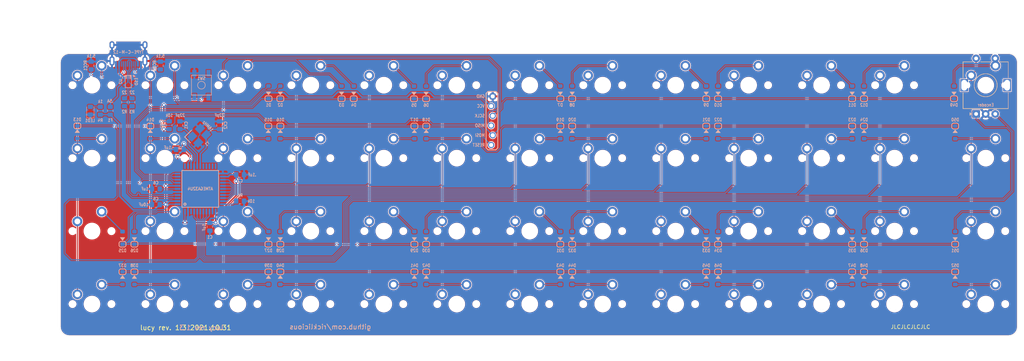
<source format=kicad_pcb>
(kicad_pcb (version 20171130) (host pcbnew "(5.1.4-0)")
  (layers (0 F.Cu signal) (31 B.Cu signal) (34 B.Paste user) (35 F.Paste user) (36 B.SilkS user) (37 F.SilkS user) (38 B.Mask user) (39 F.Mask user) (44 Edge.Cuts user))
  (net 0 "")
  (net 1 "Net-(D1-Pad2)")
  (net 2 "Net-(D2-Pad2)")
  (net 3 "Net-(D3-Pad2)")
  (net 4 "Net-(D4-Pad2)")
  (net 5 "Net-(D5-Pad2)")
  (net 6 "Net-(D6-Pad2)")
  (net 7 "Net-(D7-Pad2)")
  (net 8 "Net-(D8-Pad2)")
  (net 9 "Net-(D9-Pad2)")
  (net 10 "Net-(D10-Pad2)")
  (net 11 "Net-(D11-Pad2)")
  (net 12 "Net-(D12-Pad2)")
  (net 13 "Net-(D13-Pad2)")
  (net 14 "Net-(D14-Pad2)")
  (net 15 "Net-(D15-Pad2)")
  (net 16 "Net-(D16-Pad2)")
  (net 17 "Net-(D17-Pad2)")
  (net 18 "Net-(D18-Pad2)")
  (net 19 "Net-(D19-Pad2)")
  (net 20 "Net-(D20-Pad2)")
  (net 21 "Net-(D21-Pad2)")
  (net 22 "Net-(D22-Pad2)")
  (net 23 "Net-(D23-Pad2)")
  (net 24 "Net-(D24-Pad2)")
  (net 25 "Net-(D25-Pad2)")
  (net 26 "Net-(D26-Pad2)")
  (net 27 "Net-(D27-Pad2)")
  (net 28 "Net-(D28-Pad2)")
  (net 29 "Net-(D29-Pad2)")
  (net 30 "Net-(D30-Pad2)")
  (net 31 "Net-(D31-Pad2)")
  (net 32 "Net-(D32-Pad2)")
  (net 33 "Net-(D33-Pad2)")
  (net 34 "Net-(D34-Pad2)")
  (net 35 "Net-(D35-Pad2)")
  (net 36 "Net-(D36-Pad2)")
  (net 37 "Net-(D37-Pad2)")
  (net 38 "Net-(D38-Pad2)")
  (net 39 "Net-(D39-Pad2)")
  (net 40 "Net-(D40-Pad2)")
  (net 41 "Net-(D41-Pad2)")
  (net 42 "Net-(D42-Pad2)")
  (net 43 "Net-(D43-Pad2)")
  (net 44 "Net-(D44-Pad2)")
  (net 45 "Net-(D45-Pad2)")
  (net 46 "Net-(D46-Pad2)")
  (net 47 "Net-(D47-Pad2)")
  (net 48 "Net-(D48-Pad2)")
  (net 49 VCC)
  (net 50 "Net-(C6-Pad1)")
  (net 51 XTAL1)
  (net 52 XTAL2)
  (net 53 row0)
  (net 54 row1)
  (net 55 row2)
  (net 56 row3)
  (net 57 D-)
  (net 58 D+)
  (net 59 col0)
  (net 60 col1)
  (net 61 col2)
  (net 62 col3)
  (net 63 col4)
  (net 64 col5)
  (net 65 col6)
  (net 66 col7)
  (net 67 col8)
  (net 68 col9)
  (net 69 col10)
  (net 70 col11)
  (net 71 "Net-(R1-Pad2)")
  (net 72 VBUS)
  (net 73 "Net-(J1-PadB5)")
  (net 74 "Net-(J1-PadA5)")
  (net 75 ISP_Reset)
  (net 76 "Net-(D52-Pad2)")
  (net 77 col12)
  (net 78 GND)
  (net 79 "Net-(LED1-Pad2)")
  (net 80 DBUS-)
  (net 81 DBUS+)
  (net 82 enc0a)
  (net 83 enc0b)
  (net 84 "Net-(D49-Pad2)")
  (net 85 "Net-(D50-Pad2)")
  (net 86 "Net-(D51-Pad2)")
  (module Keeb_footprints:TYPE-C-31-M-12 (layer B.Cu) (at 96.439825 48.363315)
    (fp_text reference J1)
    (fp_text value TYPE-C-31-M12_13)
    (fp_text user TYPE-C-M-12 (at -0.0127 -3.81) (layer B.SilkS) (effects (font (size 0.8 0.7)) (justify mirror)))
    (pad B4 smd roundrect (at 2.45 -1.275) (size 0.6 1.45) (drill (offset 0 0.55)) (layers B.Cu B.Paste B.Mask) (net 72 VBUS))
    (pad B1 smd roundrect (at 3.25 -1.275) (size 0.6 1.45) (drill (offset 0 0.55)) (layers B.Cu B.Paste B.Mask) (net 78 GND))
    (pad A4 smd roundrect (at -2.45 -1.275) (size 0.6 1.45) (drill (offset 0 0.55)) (layers B.Cu B.Paste B.Mask) (net 72 VBUS))
    (pad S thru_hole oval (at -4.3 -1.5) (size 1.3 2.4) (drill oval 0.6 1.7) (layers *.Cu B.Mask) (net 78 GND))
    (pad A7 smd roundrect (at 0.25 -1.275) (size 0.3 1.45) (drill (offset 0 0.55)) (layers B.Cu B.Paste B.Mask) (net 80 DBUS-))
    (pad B6 smd roundrect (at 0.75 -1.275) (size 0.3 1.45) (drill (offset 0 0.55)) (layers B.Cu B.Paste B.Mask) (net 81 DBUS+))
    (pad A8 smd roundrect (at 1.25 -1.275) (size 0.3 1.45) (drill (offset 0 0.55)) (layers B.Cu B.Paste B.Mask))
    (pad B5 smd roundrect (at 1.75 -1.275) (size 0.3 1.45) (drill (offset 0 0.55)) (layers B.Cu B.Paste B.Mask) (net 73 "Net-(J1-PadB5)"))
    (pad A6 smd roundrect (at -0.254 -1.275) (size 0.3 1.45) (drill (offset 0 0.55)) (layers B.Cu B.Paste B.Mask) (net 81 DBUS+))
    (pad B7 smd roundrect (at -0.75 -1.275) (size 0.3 1.45) (drill (offset 0 0.55)) (layers B.Cu B.Paste B.Mask) (net 80 DBUS-))
    (pad A5 smd roundrect (at -1.25 -1.275) (size 0.3 1.45) (drill (offset 0 0.55)) (layers B.Cu B.Paste B.Mask) (net 74 "Net-(J1-PadA5)"))
    (pad B8 smd roundrect (at -1.75 -1.275) (size 0.3 1.45) (drill (offset 0 0.55)) (layers B.Cu B.Paste B.Mask))
    (pad A1 smd roundrect (at -3.25 -1.275) (size 0.6 1.45) (drill (offset 0 0.55)) (layers B.Cu B.Paste B.Mask) (net 78 GND))
    (pad S thru_hole oval (at -4.3 -5.7) (size 1.3 1.9) (drill oval 0.6 1.2) (layers *.Cu *.Mask) (net 78 GND))
    (pad "" np_thru_hole circle (at -2.89 -2.051) (size 0.65 0.65) (drill 0.65) (layers *.Cu *.Mask))
    (pad "" np_thru_hole circle (at 2.89 -2.051) (size 0.65 0.65) (drill 0.65) (layers *.Cu *.Mask))
    (pad S thru_hole oval (at 4.3 -5.7) (size 1.3 1.9) (drill oval 0.6 1.2) (layers *.Cu *.Mask) (net 78 GND))
    (pad S thru_hole oval (at 4.3 -1.5) (size 1.3 2.4) (drill oval 0.6 1.7) (layers *.Cu *.Mask) (net 78 GND))
    (pad S smd oval (at -4.3 -1.5) (size 1.3 2.4) (layers F.Cu F.Mask) (net 78 GND))
  )
  (module Capacitor_SMD:C_0805_2012Metric_Pad1.15x1.40mm_HandSolder (layer B.Cu) (at 125.590625 76.55625)
    (fp_text reference C2 (at 0 1.6) (layer B.SilkS) (effects (font (size 0.8 0.7)) (justify mirror)))
    (fp_text value .1uF)
    (fp_text user %V (at 3.1 0 180) (layer B.SilkS) (effects (font (size 0.8 0.7)) (justify mirror)))
    (pad 2 smd roundrect (at 1.025 0) (size 1.15 1.4) (layers B.Cu B.Paste B.Mask) (roundrect_rratio 0.2173904347826087) (net 78 GND))
    (pad 1 smd roundrect (at -1.025 0) (size 1.15 1.4) (layers B.Cu B.Paste B.Mask) (roundrect_rratio 0.2173904347826087) (net 49 VCC))
  )
  (module Crystal:Crystal_SMD_3225-4Pin_3.2x2.5mm_HandSoldering (layer B.Cu) (at 114.890625 66.35625 45)
    (fp_text reference Y1 (at 0 2.969848 225) (layer B.SilkS) (effects (font (size 0.8 0.7)) (justify mirror)))
    (fp_text value 16MHz)
    (pad 1 smd rect (at -1.45 -1.15 45) (size 2.1 1.8) (layers B.Cu B.Paste B.Mask) (net 51 XTAL1))
    (pad 2 smd rect (at 1.45 -1.15 45) (size 2.1 1.8) (layers B.Cu B.Paste B.Mask) (net 78 GND))
    (pad 3 smd rect (at 1.45 1.15 45) (size 2.1 1.8) (layers B.Cu B.Paste B.Mask) (net 52 XTAL2))
    (pad 4 smd rect (at -1.45 1.15 45) (size 2.1 1.8) (layers B.Cu B.Paste B.Mask) (net 78 GND))
  )
  (module Capacitor_SMD:C_0805_2012Metric_Pad1.15x1.40mm_HandSolder (layer B.Cu) (at 117.690625 90.15625 270)
    (fp_text reference C1 (at 2.675 0 180) (layer B.SilkS) (effects (font (size 0.8 0.7)) (justify mirror)))
    (fp_text value .1uF)
    (fp_text user %V (at 0.025 1.5 270) (layer B.SilkS) (effects (font (size 0.8 0.7)) (justify mirror)))
    (pad 2 smd roundrect (at 1.025 0 270) (size 1.15 1.4) (layers B.Cu B.Paste B.Mask) (roundrect_rratio 0.2173904347826087) (net 78 GND))
    (pad 1 smd roundrect (at -1.025 0 270) (size 1.15 1.4) (layers B.Cu B.Paste B.Mask) (roundrect_rratio 0.2173904347826087) (net 49 VCC))
  )
  (module Keebio-Parts:SOT-143B (layer B.Cu) (at 96.390625 52.242186 270)
    (fp_text reference U2 (at 0 2 90) (layer B.SilkS) (effects (font (size 0.7 0.7)) (justify mirror)))
    (fp_text value PRTR5V0U2X hide)
    (fp_text user ESD (at 0 -2.1 90) (layer B.SilkS) (effects (font (size 0.7 0.7)) (justify mirror)))
    (pad 4 smd rect (at -0.95 1 270) (size 0.6 0.7) (layers B.Cu B.Paste B.Mask) (net 72 VBUS))
    (pad 3 smd rect (at 0.95 1 270) (size 0.6 0.7) (layers B.Cu B.Paste B.Mask) (net 80 DBUS-))
    (pad 2 smd rect (at 0.95 -1 270) (size 0.6 0.7) (layers B.Cu B.Paste B.Mask) (net 81 DBUS+))
    (pad 1 smd rect (at -0.75 -1 270) (size 1 0.7) (layers B.Cu B.Paste B.Mask) (net 78 GND))
  )
  (module Keeb_footprints:D_SOD-123_modified (layer B.Cu) (at 311.990625 55.05625 90)
    (fp_text reference D49 (at -3.302 0 180) (layer B.SilkS) (effects (font (size 0.8 0.7)) (justify mirror)))
    (fp_text value D)
    (pad 2 smd roundrect (at 1.65 0 90) (size 1 1.2) (layers B.Cu B.Paste B.Mask) (net 84 "Net-(D49-Pad2)"))
    (pad 1 smd roundrect (at -1.65 0 90) (size 1 1.2) (layers B.Cu B.Paste B.Mask) (net 53 row0))
  )
  (module Keeb_footprints:D_SOD-123_modified (layer B.Cu) (at 312.290625 93.05625 90)
    (fp_text reference D51 (at -3.302 0 180) (layer B.SilkS) (effects (font (size 0.8 0.7)) (justify mirror)))
    (fp_text value D)
    (pad 2 smd roundrect (at 1.65 0 90) (size 1 1.2) (layers B.Cu B.Paste B.Mask) (net 86 "Net-(D51-Pad2)"))
    (pad 1 smd roundrect (at -1.65 0 90) (size 1 1.2) (layers B.Cu B.Paste B.Mask) (net 55 row2))
  )
  (module Keeb_footprints:MX100 (layer F.Cu) (at 320.252785 72.24407 180)
    (fp_text reference K50)
    (fp_text value KEYSW)
    (pad 1 thru_hole circle (at 3.7846 2.5527 90) (size 2.54 2.54) (drill 1.525) (layers *.Cu *.Mask) (net 77 col12))
    (pad 2 thru_hole circle (at -2.5654 5.0927 180) (size 2.54 2.54) (drill 1.525) (layers *.Cu *.Mask) (net 85 "Net-(D50-Pad2)"))
    (pad "" np_thru_hole circle (at -5.1054 0.0127 180) (size 1.7018 1.7018) (drill 1.7018) (layers *.Cu *.Mask))
    (pad "" np_thru_hole circle (at 5.0546 0.0127 180) (size 1.7018 1.7018) (drill 1.7018) (layers *.Cu *.Mask))
    (pad "" np_thru_hole circle (at -0.0254 0.0127 180) (size 3.9878 3.9878) (drill 3.9878) (layers *.Cu *.Mask))
  )
  (module Keeb_footprints:MX100 (layer F.Cu) (at 124.990225 53.19395 180)
    (fp_text reference K3)
    (fp_text value KEYSW)
    (pad 1 thru_hole circle (at 3.7846 2.5527 90) (size 2.54 2.54) (drill 1.525) (layers *.Cu *.Mask) (net 61 col2))
    (pad 2 thru_hole circle (at -2.5654 5.0927 180) (size 2.54 2.54) (drill 1.525) (layers *.Cu *.Mask) (net 3 "Net-(D3-Pad2)"))
    (pad "" np_thru_hole circle (at -5.1054 0.0127 180) (size 1.7018 1.7018) (drill 1.7018) (layers *.Cu *.Mask))
    (pad "" np_thru_hole circle (at 5.0546 0.0127 180) (size 1.7018 1.7018) (drill 1.7018) (layers *.Cu *.Mask))
    (pad "" np_thru_hole circle (at -0.0254 0.0127 180) (size 3.9878 3.9878) (drill 3.9878) (layers *.Cu *.Mask))
  )
  (module Keeb_footprints:MX100 (layer F.Cu) (at 320.252785 110.34423 180)
    (fp_text reference K52)
    (fp_text value KEYSW)
    (pad 1 thru_hole circle (at 3.7846 2.5527 90) (size 2.54 2.54) (drill 1.525) (layers *.Cu *.Mask) (net 77 col12))
    (pad 2 thru_hole circle (at -2.5654 5.0927 180) (size 2.54 2.54) (drill 1.525) (layers *.Cu *.Mask) (net 76 "Net-(D52-Pad2)"))
    (pad "" np_thru_hole circle (at -5.1054 0.0127 180) (size 1.7018 1.7018) (drill 1.7018) (layers *.Cu *.Mask))
    (pad "" np_thru_hole circle (at 5.0546 0.0127 180) (size 1.7018 1.7018) (drill 1.7018) (layers *.Cu *.Mask))
    (pad "" np_thru_hole circle (at -0.0254 0.0127 180) (size 3.9878 3.9878) (drill 3.9878) (layers *.Cu *.Mask))
  )
  (module Keeb_footprints:D_SOD-123_modified (layer B.Cu) (at 97.990625 93.05625 90)
    (fp_text reference D26 (at -3.302 0 180) (layer B.SilkS) (effects (font (size 0.8 0.7)) (justify mirror)))
    (fp_text value D)
    (pad 2 smd roundrect (at 1.65 0 90) (size 1 1.2) (layers B.Cu B.Paste B.Mask) (net 26 "Net-(D26-Pad2)"))
    (pad 1 smd roundrect (at -1.65 0 90) (size 1 1.2) (layers B.Cu B.Paste B.Mask) (net 55 row2))
  )
  (module LED_SMD:LED_0805_2012Metric_Pad1.15x1.40mm_HandSolder (layer B.Cu) (at 86.490625 59.85 90)
    (fp_text reference LED1 (at -2.55 -0.1 180) (layer B.SilkS) (effects (font (size 0.8 0.7)) (justify mirror)))
    (fp_text value LED)
    (pad 2 smd roundrect (at 1.025 0 90) (size 1.15 1.4) (layers B.Cu B.Paste B.Mask) (roundrect_rratio 0.2173904347826087) (net 79 "Net-(LED1-Pad2)"))
    (pad 1 smd roundrect (at -1.025 0 90) (size 1.15 1.4) (layers B.Cu B.Paste B.Mask) (roundrect_rratio 0.2173904347826087) (net 78 GND))
  )
  (module Keeb_footprints:D_SOD-123_modified (layer B.Cu) (at 247.290625 55.05625 90)
    (fp_text reference D9 (at -3.302 0 180) (layer B.SilkS) (effects (font (size 0.8 0.7)) (justify mirror)))
    (fp_text value D)
    (pad 2 smd roundrect (at 1.65 0 90) (size 1 1.2) (layers B.Cu B.Paste B.Mask) (net 9 "Net-(D9-Pad2)"))
    (pad 1 smd roundrect (at -1.65 0 90) (size 1 1.2) (layers B.Cu B.Paste B.Mask) (net 53 row0))
  )
  (module Keebio-Parts:RotaryEncoder_EC11 (layer F.Cu) (at 320.252725 53.19395 90)
    (fp_text reference SW2)
    (fp_text value Rotary_Encoder_Switch)
    (pad A thru_hole rect (at -7.5 -2.5 90) (size 2 2) (drill 1) (layers *.Cu *.Mask) (net 82 enc0a))
    (pad C thru_hole circle (at -7.5 0 90) (size 2 2) (drill 1) (layers *.Cu *.Mask) (net 78 GND))
    (pad B thru_hole circle (at -7.5 2.5 90) (size 2 2) (drill 1) (layers *.Cu *.Mask) (net 83 enc0b))
    (pad MP thru_hole rect (at 0 -5.6 90) (size 3.2 2) (drill oval 2.8 1.5) (layers *.Cu *.Mask))
    (pad MP thru_hole rect (at 0 5.6 90) (size 3.2 2) (drill oval 2.8 1.5) (layers *.Cu *.Mask))
    (pad S2 thru_hole circle (at 7 -2.5 90) (size 2 2) (drill 1) (layers *.Cu *.Mask) (net 77 col12))
    (pad S1 thru_hole circle (at 7 2.5 90) (size 2 2) (drill 1) (layers *.Cu *.Mask) (net 84 "Net-(D49-Pad2)"))
  )
  (module Resistor_SMD:R_0805_2012Metric_Pad1.15x1.40mm_HandSolder (layer B.Cu) (at 89.090625 59.85625 270)
    (fp_text reference R4 (at 2.512 0.003 180) (layer B.SilkS) (effects (font (size 0.8 0.7)) (justify mirror)))
    (fp_text value 1k)
    (fp_text user %V (at -2.438 0 180) (layer B.SilkS) (effects (font (size 0.8 0.7)) (justify mirror)))
    (pad 2 smd roundrect (at 1.025 0 270) (size 1.15 1.4) (layers B.Cu B.Paste B.Mask) (roundrect_rratio 0.2173904347826087) (net 49 VCC))
    (pad 1 smd roundrect (at -1.025 0 270) (size 1.15 1.4) (layers B.Cu B.Paste B.Mask) (roundrect_rratio 0.2173904347826087) (net 79 "Net-(LED1-Pad2)"))
  )
  (module Resistor_SMD:R_0805_2012Metric_Pad1.15x1.40mm_HandSolder (layer B.Cu) (at 107.090625 63.65625 270)
    (fp_text reference RSW1 (at 0 1.7 90) (layer B.SilkS) (effects (font (size 0.8 0.7)) (justify mirror)))
    (fp_text value 10k)
    (fp_text user %V (at -2.6 0) (layer B.SilkS) (effects (font (size 0.8 0.7)) (justify mirror)))
    (pad 2 smd roundrect (at 1.025 0 270) (size 1.15 1.4) (layers B.Cu B.Paste B.Mask) (roundrect_rratio 0.2173904347826087) (net 49 VCC))
    (pad 1 smd roundrect (at -1.025 0 270) (size 1.15 1.4) (layers B.Cu B.Paste B.Mask) (roundrect_rratio 0.2173904347826087) (net 75 ISP_Reset))
  )
  (module Resistor_SMD:R_0805_2012Metric_Pad1.15x1.40mm_HandSolder (layer B.Cu) (at 104.790625 48.05625 270)
    (fp_text reference RCC2 (at 0 1.5 90) (layer B.SilkS) (effects (font (size 0.8 0.7)) (justify mirror)))
    (fp_text value 5.1k)
    (fp_text user %V (at -2.475002 0.028999 180) (layer B.SilkS) (effects (font (size 0.8 0.7)) (justify mirror)))
    (pad 2 smd roundrect (at 1.025 0 270) (size 1.15 1.4) (layers B.Cu B.Paste B.Mask) (roundrect_rratio 0.2173904347826087) (net 73 "Net-(J1-PadB5)"))
    (pad 1 smd roundrect (at -1.025 0 270) (size 1.15 1.4) (layers B.Cu B.Paste B.Mask) (roundrect_rratio 0.2173904347826087) (net 78 GND))
  )
  (module Resistor_SMD:R_0805_2012Metric_Pad1.15x1.40mm_HandSolder (layer B.Cu) (at 86.690625 48.05 270)
    (fp_text reference RCC1 (at 0 1.45 90) (layer B.SilkS) (effects (font (size 0.8 0.7)) (justify mirror)))
    (fp_text value 5.1k)
    (fp_text user %V (at -2.475002 0 180) (layer B.SilkS) (effects (font (size 0.8 0.7)) (justify mirror)))
    (pad 1 smd roundrect (at -1.025 0 270) (size 1.15 1.4) (layers B.Cu B.Paste B.Mask) (roundrect_rratio 0.2173904347826087) (net 78 GND))
    (pad 2 smd roundrect (at 1.025 0 270) (size 1.15 1.4) (layers B.Cu B.Paste B.Mask) (roundrect_rratio 0.2173904347826087) (net 74 "Net-(J1-PadA5)"))
  )
  (module Resistor_SMD:R_0805_2012Metric_Pad1.15x1.40mm_HandSolder (layer B.Cu) (at 97.390625 57.642186 90)
    (fp_text reference R3 (at -2.491998 -0.004999) (layer B.SilkS) (effects (font (size 0.8 0.7)) (justify mirror)))
    (fp_text value 22)
    (fp_text user %V (at 2.549002 0 180) (layer B.SilkS) (effects (font (size 0.8 0.7)) (justify mirror)))
    (pad 2 smd roundrect (at 1.025 0 90) (size 1.15 1.4) (layers B.Cu B.Paste B.Mask) (roundrect_rratio 0.2173904347826087) (net 81 DBUS+))
    (pad 1 smd roundrect (at -1.025 0 90) (size 1.15 1.4) (layers B.Cu B.Paste B.Mask) (roundrect_rratio 0.2173904347826087) (net 58 D+))
  )
  (module Resistor_SMD:R_0805_2012Metric_Pad1.15x1.40mm_HandSolder (layer B.Cu) (at 95.390625 57.642186 90)
    (fp_text reference R2 (at -2.476 0.004) (layer B.SilkS) (effects (font (size 0.8 0.7)) (justify mirror)))
    (fp_text value 22)
    (fp_text user %V (at 2.54 0 180) (layer B.SilkS) (effects (font (size 0.8 0.7)) (justify mirror)))
    (pad 2 smd roundrect (at 1.025 0 90) (size 1.15 1.4) (layers B.Cu B.Paste B.Mask) (roundrect_rratio 0.2173904347826087) (net 80 DBUS-))
    (pad 1 smd roundrect (at -1.025 0 90) (size 1.15 1.4) (layers B.Cu B.Paste B.Mask) (roundrect_rratio 0.2173904347826087) (net 57 D-))
  )
  (module Resistor_SMD:R_0805_2012Metric_Pad1.15x1.40mm_HandSolder (layer B.Cu) (at 125.590625 83.45625 180)
    (fp_text reference R1 (at 0 1.5) (layer B.SilkS) (effects (font (size 0.8 0.7)) (justify mirror)))
    (fp_text value 10k)
    (fp_text user %V (at -2.9 0 180) (layer B.SilkS) (effects (font (size 0.8 0.7)) (justify mirror)))
    (pad 2 smd roundrect (at 1.025 0 180) (size 1.15 1.4) (layers B.Cu B.Paste B.Mask) (roundrect_rratio 0.2173904347826087) (net 71 "Net-(R1-Pad2)"))
    (pad 1 smd roundrect (at -1.025 0 180) (size 1.15 1.4) (layers B.Cu B.Paste B.Mask) (roundrect_rratio 0.2173904347826087) (net 78 GND))
  )
  (module Capacitor_SMD:C_0805_2012Metric_Pad1.15x1.40mm_HandSolder (layer B.Cu) (at 109.890625 69.95625 180)
    (fp_text reference C3 (at 0.7 -1.7) (layer B.SilkS) (effects (font (size 0.8 0.7)) (justify mirror)))
    (fp_text value .1uF)
    (fp_text user %V (at 3.1 0.5) (layer B.SilkS) (effects (font (size 0.8 0.7)) (justify mirror)))
    (pad 2 smd roundrect (at 1.025 0 180) (size 1.15 1.4) (layers B.Cu B.Paste B.Mask) (roundrect_rratio 0.2173904347826087) (net 78 GND))
    (pad 1 smd roundrect (at -1.025 0 180) (size 1.15 1.4) (layers B.Cu B.Paste B.Mask) (roundrect_rratio 0.2173904347826087) (net 49 VCC))
  )
  (module Capacitor_SMD:C_0805_2012Metric_Pad1.15x1.40mm_HandSolder (layer B.Cu) (at 103.590625 84.35625 180)
    (fp_text reference C5 (at 0 1.5 180) (layer B.SilkS) (effects (font (size 0.8 0.7)) (justify mirror)))
    (fp_text value 10uF)
    (fp_text user %V (at 3.2 0 180) (layer B.SilkS) (effects (font (size 0.8 0.7)) (justify mirror)))
    (pad 2 smd roundrect (at 1.025 0 180) (size 1.15 1.4) (layers B.Cu B.Paste B.Mask) (roundrect_rratio 0.2173904347826087) (net 78 GND))
    (pad 1 smd roundrect (at -1.025 0 180) (size 1.15 1.4) (layers B.Cu B.Paste B.Mask) (roundrect_rratio 0.2173904347826087) (net 49 VCC))
  )
  (module Capacitor_SMD:C_0805_2012Metric_Pad1.15x1.40mm_HandSolder (layer B.Cu) (at 109.890625 63.65625 90)
    (fp_text reference CX1 (at 0 1.6 90) (layer B.SilkS) (effects (font (size 0.8 0.7)) (justify mirror)))
    (fp_text value 22pF)
    (fp_text user %V (at 2.6 0 180) (layer B.SilkS) (effects (font (size 0.8 0.7)) (justify mirror)))
    (pad 2 smd roundrect (at 1.025 0 90) (size 1.15 1.4) (layers B.Cu B.Paste B.Mask) (roundrect_rratio 0.2173904347826087) (net 78 GND))
    (pad 1 smd roundrect (at -1.025 0 90) (size 1.15 1.4) (layers B.Cu B.Paste B.Mask) (roundrect_rratio 0.2173904347826087) (net 51 XTAL1))
  )
  (module Capacitor_SMD:C_0805_2012Metric_Pad1.15x1.40mm_HandSolder (layer B.Cu) (at 120.190625 63.65625 90)
    (fp_text reference CX2 (at 0 1.6 270) (layer B.SilkS) (effects (font (size 0.8 0.7)) (justify mirror)))
    (fp_text value 22pF)
    (fp_text user %V (at 2.6 0 180) (layer B.SilkS) (effects (font (size 0.8 0.7)) (justify mirror)))
    (pad 2 smd roundrect (at 1.025 0 90) (size 1.15 1.4) (layers B.Cu B.Paste B.Mask) (roundrect_rratio 0.2173904347826087) (net 78 GND))
    (pad 1 smd roundrect (at -1.025 0 90) (size 1.15 1.4) (layers B.Cu B.Paste B.Mask) (roundrect_rratio 0.2173904347826087) (net 52 XTAL2))
  )
  (module Capacitor_SMD:C_0805_2012Metric_Pad1.15x1.40mm_HandSolder (layer B.Cu) (at 103.590625 80.25625 180)
    (fp_text reference C6 (at 0 1.6) (layer B.SilkS) (effects (font (size 0.8 0.7)) (justify mirror)))
    (fp_text value 1uF)
    (fp_text user %V (at 2.9 0 180) (layer B.SilkS) (effects (font (size 0.8 0.7)) (justify mirror)))
    (pad 2 smd roundrect (at 1.025 0 180) (size 1.15 1.4) (layers B.Cu B.Paste B.Mask) (roundrect_rratio 0.2173904347826087) (net 78 GND))
    (pad 1 smd roundrect (at -1.025 0 180) (size 1.15 1.4) (layers B.Cu B.Paste B.Mask) (roundrect_rratio 0.2173904347826087) (net 50 "Net-(C6-Pad1)"))
  )
  (module Fuse:Fuse_0805_2012Metric_Pad1.15x1.40mm_HandSolder (layer B.Cu) (at 91.690625 59.85625 90)
    (fp_text reference F1 (at -2.469 -0.012 180) (layer B.SilkS) (effects (font (size 0.8 0.7)) (justify mirror)))
    (fp_text value .5A)
    (fp_text user %V (at 2.54 0 180) (layer B.SilkS) (effects (font (size 0.8 0.7)) (justify mirror)))
    (pad 2 smd roundrect (at 1.025 0 90) (size 1.15 1.4) (layers B.Cu B.Paste B.Mask) (roundrect_rratio 0.2173904347826087) (net 72 VBUS))
    (pad 1 smd roundrect (at -1.025 0 90) (size 1.15 1.4) (layers B.Cu B.Paste B.Mask) (roundrect_rratio 0.2173904347826087) (net 49 VCC))
  )
  (module Keeb_footprints:PIN_HEADER_1x6_OFFSET (layer B.Cu) (at 191.3432 62.45 180)
    (fp_text reference J2)
    (fp_text value AVR-ISP-6_mod hide)
    (fp_text user GND (at 1.7907 6.3627) (layer B.SilkS) (effects (font (size 0.8 0.7)) (justify left mirror)))
    (fp_text user VCC (at 1.7907 3.8227) (layer B.SilkS) (effects (font (size 0.8 0.7)) (justify left mirror)))
    (fp_text user RESET (at 1.778 -6.35) (layer B.SilkS) (effects (font (size 0.8 0.7)) (justify left mirror)))
    (fp_text user SCLK (at 1.778 1.27) (layer B.SilkS) (effects (font (size 0.8 0.7)) (justify left mirror)))
    (fp_text user MOSI (at 1.778 -3.81) (layer B.SilkS) (effects (font (size 0.8 0.7)) (justify left mirror)))
    (fp_text user MISO (at 1.778 -1.27) (layer B.SilkS) (effects (font (size 0.8 0.7)) (justify left mirror)))
    (pad 6 thru_hole roundrect (at -0.2032 6.35 180) (size 1.6002 1.6002) (drill 1.0668) (layers *.Cu *.Mask) (net 78 GND))
    (pad 2 thru_hole circle (at 0.2032 3.81 180) (size 1.6002 1.6002) (drill 1.0668) (layers *.Cu *.Mask) (net 49 VCC))
    (pad 5 thru_hole circle (at -0.2032 1.27 180) (size 1.6002 1.6002) (drill 1.0668) (layers *.Cu *.Mask) (net 60 col1))
    (pad 3 thru_hole circle (at 0.2032 -1.27 180) (size 1.6002 1.6002) (drill 1.0668) (layers *.Cu *.Mask) (net 61 col2))
    (pad 4 thru_hole circle (at -0.2032 -3.81 180) (size 1.6002 1.6002) (drill 1.0668) (layers *.Cu *.Mask) (net 53 row0))
    (pad 1 thru_hole circle (at 0.2032 -6.35 180) (size 1.6002 1.6002) (drill 1.0668) (layers *.Cu *.Mask) (net 75 ISP_Reset))
  )
  (module Keebio-Parts:ATMEGA32U4-AU (layer B.Cu) (at 115.190625 80.25625)
    (fp_text reference U1)
    (fp_text value ATMEGA32U4 (at 0 -0.0205) (layer B.SilkS) (effects (font (size 0.8 0.7)) (justify mirror)))
    (pad 44 smd rect (at -4 5.9) (size 0.5 1.5) (layers B.Cu B.Paste B.Mask) (net 49 VCC))
    (pad 43 smd rect (at -3.2 5.9) (size 0.5 1.5) (layers B.Cu B.Paste B.Mask) (net 78 GND))
    (pad 42 smd rect (at -2.4 5.9) (size 0.5 1.5) (layers B.Cu B.Paste B.Mask))
    (pad 41 smd rect (at -1.6 5.9) (size 0.5 1.5) (layers B.Cu B.Paste B.Mask) (net 54 row1))
    (pad 40 smd rect (at -0.8 5.9) (size 0.5 1.5) (layers B.Cu B.Paste B.Mask) (net 56 row3))
    (pad 39 smd rect (at 0 5.9) (size 0.5 1.5) (layers B.Cu B.Paste B.Mask) (net 83 enc0b))
    (pad 38 smd rect (at 0.8 5.9) (size 0.5 1.5) (layers B.Cu B.Paste B.Mask) (net 82 enc0a))
    (pad 37 smd rect (at 1.6 5.9) (size 0.5 1.5) (layers B.Cu B.Paste B.Mask) (net 77 col12))
    (pad 36 smd rect (at 2.4 5.9) (size 0.5 1.5) (layers B.Cu B.Paste B.Mask) (net 70 col11))
    (pad 35 smd rect (at 3.2 5.9) (size 0.5 1.5) (layers B.Cu B.Paste B.Mask) (net 78 GND))
    (pad 34 smd rect (at 4 5.9) (size 0.5 1.5) (layers B.Cu B.Paste B.Mask) (net 49 VCC))
    (pad 33 smd rect (at 5.9 4) (size 1.5 0.5) (layers B.Cu B.Paste B.Mask) (net 71 "Net-(R1-Pad2)"))
    (pad 32 smd rect (at 5.9 3.2) (size 1.5 0.5) (layers B.Cu B.Paste B.Mask) (net 69 col10))
    (pad 31 smd rect (at 5.9 2.4) (size 1.5 0.5) (layers B.Cu B.Paste B.Mask) (net 68 col9))
    (pad 30 smd rect (at 5.9 1.6) (size 1.5 0.5) (layers B.Cu B.Paste B.Mask) (net 67 col8))
    (pad 29 smd rect (at 5.9 0.8) (size 1.5 0.5) (layers B.Cu B.Paste B.Mask) (net 66 col7))
    (pad 28 smd rect (at 5.9 0) (size 1.5 0.5) (layers B.Cu B.Paste B.Mask) (net 65 col6))
    (pad 27 smd rect (at 5.9 -0.8) (size 1.5 0.5) (layers B.Cu B.Paste B.Mask) (net 64 col5))
    (pad 26 smd rect (at 5.9 -1.6) (size 1.5 0.5) (layers B.Cu B.Paste B.Mask) (net 63 col4))
    (pad 25 smd rect (at 5.9 -2.4) (size 1.5 0.5) (layers B.Cu B.Paste B.Mask) (net 62 col3))
    (pad 24 smd rect (at 5.9 -3.2) (size 1.5 0.5) (layers B.Cu B.Paste B.Mask) (net 49 VCC))
    (pad 23 smd rect (at 5.9 -4) (size 1.5 0.5) (layers B.Cu B.Paste B.Mask) (net 78 GND))
    (pad 22 smd rect (at 4 -5.9) (size 0.5 1.5) (layers B.Cu B.Paste B.Mask))
    (pad 21 smd rect (at 3.2 -5.9) (size 0.5 1.5) (layers B.Cu B.Paste B.Mask))
    (pad 20 smd rect (at 2.4 -5.9) (size 0.5 1.5) (layers B.Cu B.Paste B.Mask))
    (pad 19 smd rect (at 1.6 -5.9) (size 0.5 1.5) (layers B.Cu B.Paste B.Mask))
    (pad 18 smd rect (at 0.8 -5.9) (size 0.5 1.5) (layers B.Cu B.Paste B.Mask))
    (pad 17 smd rect (at 0 -5.9) (size 0.5 1.5) (layers B.Cu B.Paste B.Mask) (net 52 XTAL2))
    (pad 16 smd rect (at -0.8 -5.9) (size 0.5 1.5) (layers B.Cu B.Paste B.Mask) (net 51 XTAL1))
    (pad 15 smd rect (at -1.6 -5.9) (size 0.5 1.5) (layers B.Cu B.Paste B.Mask) (net 78 GND))
    (pad 14 smd rect (at -2.4 -5.9) (size 0.5 1.5) (layers B.Cu B.Paste B.Mask) (net 49 VCC))
    (pad 13 smd rect (at -3.2 -5.9) (size 0.5 1.5) (layers B.Cu B.Paste B.Mask) (net 75 ISP_Reset))
    (pad 12 smd rect (at -4 -5.9) (size 0.5 1.5) (layers B.Cu B.Paste B.Mask))
    (pad 11 smd rect (at -5.9 -4) (size 1.5 0.5) (layers B.Cu B.Paste B.Mask) (net 61 col2))
    (pad 10 smd rect (at -5.9 -3.2) (size 1.5 0.5) (layers B.Cu B.Paste B.Mask) (net 53 row0))
    (pad 9 smd rect (at -5.9 -2.4) (size 1.5 0.5) (layers B.Cu B.Paste B.Mask) (net 60 col1))
    (pad 8 smd rect (at -5.9 -1.6) (size 1.5 0.5) (layers B.Cu B.Paste B.Mask) (net 59 col0))
    (pad 7 smd rect (at -5.9 -0.8) (size 1.5 0.5) (layers B.Cu B.Paste B.Mask) (net 49 VCC))
    (pad 6 smd rect (at -5.9 0) (size 1.5 0.5) (layers B.Cu B.Paste B.Mask) (net 50 "Net-(C6-Pad1)"))
    (pad 5 smd rect (at -5.9 0.8) (size 1.5 0.5) (layers B.Cu B.Paste B.Mask) (net 78 GND))
    (pad 4 smd rect (at -5.9 1.6) (size 1.5 0.5) (layers B.Cu B.Paste B.Mask) (net 58 D+))
    (pad 3 smd rect (at -5.9 2.4) (size 1.5 0.5) (layers B.Cu B.Paste B.Mask) (net 57 D-))
    (pad 2 smd rect (at -5.9 3.2) (size 1.5 0.5) (layers B.Cu B.Paste B.Mask) (net 49 VCC))
    (pad 1 smd rect (at -5.9 4) (size 1.5 0.5) (layers B.Cu B.Paste B.Mask) (net 55 row2))
  )
  (module Keeb_footprints:D_SOD-123_modified (layer B.Cu) (at 132.999835 55.04995 90)
    (fp_text reference D1 (at -3.302 0 180) (layer B.SilkS) (effects (font (size 0.8 0.7)) (justify mirror)))
    (fp_text value D)
    (pad 2 smd roundrect (at 1.65 0 90) (size 1 1.2) (layers B.Cu B.Paste B.Mask) (net 1 "Net-(D1-Pad2)"))
    (pad 1 smd roundrect (at -1.65 0 90) (size 1 1.2) (layers B.Cu B.Paste B.Mask) (net 53 row0))
  )
  (module Keeb_footprints:D_SOD-123_modified (layer B.Cu) (at 136.090625 55.05625 90)
    (fp_text reference D2 (at -3.302 0 180) (layer B.SilkS) (effects (font (size 0.8 0.7)) (justify mirror)))
    (fp_text value D)
    (pad 2 smd roundrect (at 1.65 0 90) (size 1 1.2) (layers B.Cu B.Paste B.Mask) (net 2 "Net-(D2-Pad2)"))
    (pad 1 smd roundrect (at -1.65 0 90) (size 1 1.2) (layers B.Cu B.Paste B.Mask) (net 53 row0))
  )
  (module Keeb_footprints:D_SOD-123_modified (layer B.Cu) (at 152.085999 55.05625 90)
    (fp_text reference D3 (at -3.302 0 180) (layer B.SilkS) (effects (font (size 0.8 0.7)) (justify mirror)))
    (fp_text value D)
    (pad 2 smd roundrect (at 1.65 0 90) (size 1 1.2) (layers B.Cu B.Paste B.Mask) (net 3 "Net-(D3-Pad2)"))
    (pad 1 smd roundrect (at -1.65 0 90) (size 1 1.2) (layers B.Cu B.Paste B.Mask) (net 53 row0))
  )
  (module Keeb_footprints:D_SOD-123_modified (layer B.Cu) (at 155.260999 55.05625 90)
    (fp_text reference D4 (at -3.302 0 180) (layer B.SilkS) (effects (font (size 0.8 0.7)) (justify mirror)))
    (fp_text value D)
    (pad 2 smd roundrect (at 1.65 0 90) (size 1 1.2) (layers B.Cu B.Paste B.Mask) (net 4 "Net-(D4-Pad2)"))
    (pad 1 smd roundrect (at -1.65 0 90) (size 1 1.2) (layers B.Cu B.Paste B.Mask) (net 53 row0))
  )
  (module Keeb_footprints:D_SOD-123_modified (layer B.Cu) (at 170.985999 55.083377 90)
    (fp_text reference D5 (at -3.302 0 180) (layer B.SilkS) (effects (font (size 0.8 0.7)) (justify mirror)))
    (fp_text value D)
    (pad 2 smd roundrect (at 1.65 0 90) (size 1 1.2) (layers B.Cu B.Paste B.Mask) (net 5 "Net-(D5-Pad2)"))
    (pad 1 smd roundrect (at -1.65 0 90) (size 1 1.2) (layers B.Cu B.Paste B.Mask) (net 53 row0))
  )
  (module Keeb_footprints:D_SOD-123_modified (layer B.Cu) (at 174.160999 55.083377 90)
    (fp_text reference D6 (at -3.302 0 180) (layer B.SilkS) (effects (font (size 0.8 0.7)) (justify mirror)))
    (fp_text value D)
    (pad 2 smd roundrect (at 1.65 0 90) (size 1 1.2) (layers B.Cu B.Paste B.Mask) (net 6 "Net-(D6-Pad2)"))
    (pad 1 smd roundrect (at -1.65 0 90) (size 1 1.2) (layers B.Cu B.Paste B.Mask) (net 53 row0))
  )
  (module Keeb_footprints:D_SOD-123_modified (layer B.Cu) (at 209.190625 55.05625 90)
    (fp_text reference D7 (at -3.302 0 180) (layer B.SilkS) (effects (font (size 0.8 0.7)) (justify mirror)))
    (fp_text value D)
    (pad 2 smd roundrect (at 1.65 0 90) (size 1 1.2) (layers B.Cu B.Paste B.Mask) (net 7 "Net-(D7-Pad2)"))
    (pad 1 smd roundrect (at -1.65 0 90) (size 1 1.2) (layers B.Cu B.Paste B.Mask) (net 53 row0))
  )
  (module Keeb_footprints:D_SOD-123_modified (layer B.Cu) (at 212.290625 55.05625 90)
    (fp_text reference D8 (at -3.302 0 180) (layer B.SilkS) (effects (font (size 0.8 0.7)) (justify mirror)))
    (fp_text value D)
    (pad 2 smd roundrect (at 1.65 0 90) (size 1 1.2) (layers B.Cu B.Paste B.Mask) (net 8 "Net-(D8-Pad2)"))
    (pad 1 smd roundrect (at -1.65 0 90) (size 1 1.2) (layers B.Cu B.Paste B.Mask) (net 53 row0))
  )
  (module Keeb_footprints:D_SOD-123_modified (layer B.Cu) (at 250.390625 55.05625 90)
    (fp_text reference D10 (at -3.302 0 180) (layer B.SilkS) (effects (font (size 0.8 0.7)) (justify mirror)))
    (fp_text value D)
    (pad 2 smd roundrect (at 1.65 0 90) (size 1 1.2) (layers B.Cu B.Paste B.Mask) (net 10 "Net-(D10-Pad2)"))
    (pad 1 smd roundrect (at -1.65 0 90) (size 1 1.2) (layers B.Cu B.Paste B.Mask) (net 53 row0))
  )
  (module Keeb_footprints:D_SOD-123_modified (layer B.Cu) (at 285.390625 55.05625 90)
    (fp_text reference D11 (at -3.302 0 180) (layer B.SilkS) (effects (font (size 0.8 0.7)) (justify mirror)))
    (fp_text value D)
    (pad 2 smd roundrect (at 1.65 0 90) (size 1 1.2) (layers B.Cu B.Paste B.Mask) (net 11 "Net-(D11-Pad2)"))
    (pad 1 smd roundrect (at -1.65 0 90) (size 1 1.2) (layers B.Cu B.Paste B.Mask) (net 53 row0))
  )
  (module Keeb_footprints:D_SOD-123_modified (layer B.Cu) (at 83.090625 65.45625 270)
    (fp_text reference D13 (at -3.302 0 180) (layer B.SilkS) (effects (font (size 0.8 0.7)) (justify mirror)))
    (fp_text value D)
    (pad 2 smd roundrect (at 1.65 0 270) (size 1 1.2) (layers B.Cu B.Paste B.Mask) (net 13 "Net-(D13-Pad2)"))
    (pad 1 smd roundrect (at -1.65 0 270) (size 1 1.2) (layers B.Cu B.Paste B.Mask) (net 54 row1))
  )
  (module Keeb_footprints:D_SOD-123_modified (layer B.Cu) (at 102.140625 65.50625 270)
    (fp_text reference D14 (at -3.302 0 180) (layer B.SilkS) (effects (font (size 0.8 0.7)) (justify mirror)))
    (fp_text value D)
    (pad 2 smd roundrect (at 1.65 0 270) (size 1 1.2) (layers B.Cu B.Paste B.Mask) (net 14 "Net-(D14-Pad2)"))
    (pad 1 smd roundrect (at -1.65 0 270) (size 1 1.2) (layers B.Cu B.Paste B.Mask) (net 54 row1))
  )
  (module Keeb_footprints:D_SOD-123_modified (layer B.Cu) (at 132.940625 65.50625 270)
    (fp_text reference D15 (at -3.302 0 180) (layer B.SilkS) (effects (font (size 0.8 0.7)) (justify mirror)))
    (fp_text value D)
    (pad 2 smd roundrect (at 1.65 0 270) (size 1 1.2) (layers B.Cu B.Paste B.Mask) (net 15 "Net-(D15-Pad2)"))
    (pad 1 smd roundrect (at -1.65 0 270) (size 1 1.2) (layers B.Cu B.Paste B.Mask) (net 54 row1))
  )
  (module Keeb_footprints:D_SOD-123_modified (layer B.Cu) (at 136.090625 65.50625 270)
    (fp_text reference D16 (at -3.302 0 180) (layer B.SilkS) (effects (font (size 0.8 0.7)) (justify mirror)))
    (fp_text value D)
    (pad 2 smd roundrect (at 1.65 0 270) (size 1 1.2) (layers B.Cu B.Paste B.Mask) (net 16 "Net-(D16-Pad2)"))
    (pad 1 smd roundrect (at -1.65 0 270) (size 1 1.2) (layers B.Cu B.Paste B.Mask) (net 54 row1))
  )
  (module Keeb_footprints:D_SOD-123_modified (layer B.Cu) (at 171.090625 65.50625 270)
    (fp_text reference D17 (at -3.302 0 180) (layer B.SilkS) (effects (font (size 0.8 0.7)) (justify mirror)))
    (fp_text value D)
    (pad 2 smd roundrect (at 1.65 0 270) (size 1 1.2) (layers B.Cu B.Paste B.Mask) (net 17 "Net-(D17-Pad2)"))
    (pad 1 smd roundrect (at -1.65 0 270) (size 1 1.2) (layers B.Cu B.Paste B.Mask) (net 54 row1))
  )
  (module Keeb_footprints:D_SOD-123_modified (layer B.Cu) (at 174.190625 65.50625 270)
    (fp_text reference D18 (at -3.302 0 180) (layer B.SilkS) (effects (font (size 0.8 0.7)) (justify mirror)))
    (fp_text value D)
    (pad 2 smd roundrect (at 1.65 0 270) (size 1 1.2) (layers B.Cu B.Paste B.Mask) (net 18 "Net-(D18-Pad2)"))
    (pad 1 smd roundrect (at -1.65 0 270) (size 1 1.2) (layers B.Cu B.Paste B.Mask) (net 54 row1))
  )
  (module Keeb_footprints:D_SOD-123_modified (layer B.Cu) (at 209.190625 65.50625 270)
    (fp_text reference D19 (at -3.302 0 180) (layer B.SilkS) (effects (font (size 0.8 0.7)) (justify mirror)))
    (fp_text value D)
    (pad 2 smd roundrect (at 1.65 0 270) (size 1 1.2) (layers B.Cu B.Paste B.Mask) (net 19 "Net-(D19-Pad2)"))
    (pad 1 smd roundrect (at -1.65 0 270) (size 1 1.2) (layers B.Cu B.Paste B.Mask) (net 54 row1))
  )
  (module Keeb_footprints:D_SOD-123_modified (layer B.Cu) (at 212.290625 65.50625 270)
    (fp_text reference D20 (at -3.302 0 180) (layer B.SilkS) (effects (font (size 0.8 0.7)) (justify mirror)))
    (fp_text value D)
    (pad 2 smd roundrect (at 1.65 0 270) (size 1 1.2) (layers B.Cu B.Paste B.Mask) (net 20 "Net-(D20-Pad2)"))
    (pad 1 smd roundrect (at -1.65 0 270) (size 1 1.2) (layers B.Cu B.Paste B.Mask) (net 54 row1))
  )
  (module Keeb_footprints:D_SOD-123_modified (layer B.Cu) (at 247.290625 65.50625 270)
    (fp_text reference D21 (at -3.302 0 180) (layer B.SilkS) (effects (font (size 0.8 0.7)) (justify mirror)))
    (fp_text value D)
    (pad 2 smd roundrect (at 1.65 0 270) (size 1 1.2) (layers B.Cu B.Paste B.Mask) (net 21 "Net-(D21-Pad2)"))
    (pad 1 smd roundrect (at -1.65 0 270) (size 1 1.2) (layers B.Cu B.Paste B.Mask) (net 54 row1))
  )
  (module Keeb_footprints:D_SOD-123_modified (layer B.Cu) (at 250.390625 65.50625 270)
    (fp_text reference D22 (at -3.302 0 180) (layer B.SilkS) (effects (font (size 0.8 0.7)) (justify mirror)))
    (fp_text value D)
    (pad 2 smd roundrect (at 1.65 0 270) (size 1 1.2) (layers B.Cu B.Paste B.Mask) (net 22 "Net-(D22-Pad2)"))
    (pad 1 smd roundrect (at -1.65 0 270) (size 1 1.2) (layers B.Cu B.Paste B.Mask) (net 54 row1))
  )
  (module Keeb_footprints:D_SOD-123_modified (layer B.Cu) (at 285.390625 65.50625 270)
    (fp_text reference D23 (at -3.302 0 180) (layer B.SilkS) (effects (font (size 0.8 0.7)) (justify mirror)))
    (fp_text value D)
    (pad 2 smd roundrect (at 1.65 0 270) (size 1 1.2) (layers B.Cu B.Paste B.Mask) (net 23 "Net-(D23-Pad2)"))
    (pad 1 smd roundrect (at -1.65 0 270) (size 1 1.2) (layers B.Cu B.Paste B.Mask) (net 54 row1))
  )
  (module Keeb_footprints:D_SOD-123_modified (layer B.Cu) (at 288.490625 65.50625 270)
    (fp_text reference D24 (at -3.302 0 180) (layer B.SilkS) (effects (font (size 0.8 0.7)) (justify mirror)))
    (fp_text value D)
    (pad 2 smd roundrect (at 1.65 0 270) (size 1 1.2) (layers B.Cu B.Paste B.Mask) (net 24 "Net-(D24-Pad2)"))
    (pad 1 smd roundrect (at -1.65 0 270) (size 1 1.2) (layers B.Cu B.Paste B.Mask) (net 54 row1))
  )
  (module Keeb_footprints:D_SOD-123_modified (layer B.Cu) (at 94.890625 93.05625 90)
    (fp_text reference D25 (at -3.302 0 180) (layer B.SilkS) (effects (font (size 0.8 0.7)) (justify mirror)))
    (fp_text value D)
    (pad 2 smd roundrect (at 1.65 0 90) (size 1 1.2) (layers B.Cu B.Paste B.Mask) (net 25 "Net-(D25-Pad2)"))
    (pad 1 smd roundrect (at -1.65 0 90) (size 1 1.2) (layers B.Cu B.Paste B.Mask) (net 55 row2))
  )
  (module Keeb_footprints:D_SOD-123_modified (layer B.Cu) (at 132.990625 93.05625 90)
    (fp_text reference D27 (at -3.302 0 180) (layer B.SilkS) (effects (font (size 0.8 0.7)) (justify mirror)))
    (fp_text value D)
    (pad 2 smd roundrect (at 1.65 0 90) (size 1 1.2) (layers B.Cu B.Paste B.Mask) (net 27 "Net-(D27-Pad2)"))
    (pad 1 smd roundrect (at -1.65 0 90) (size 1 1.2) (layers B.Cu B.Paste B.Mask) (net 55 row2))
  )
  (module Keeb_footprints:D_SOD-123_modified (layer B.Cu) (at 136.090625 93.05625 90)
    (fp_text reference D28 (at -3.302 0 180) (layer B.SilkS) (effects (font (size 0.8 0.7)) (justify mirror)))
    (fp_text value D)
    (pad 2 smd roundrect (at 1.65 0 90) (size 1 1.2) (layers B.Cu B.Paste B.Mask) (net 28 "Net-(D28-Pad2)"))
    (pad 1 smd roundrect (at -1.65 0 90) (size 1 1.2) (layers B.Cu B.Paste B.Mask) (net 55 row2))
  )
  (module Keeb_footprints:D_SOD-123_modified (layer B.Cu) (at 171.085999 93.05625 90)
    (fp_text reference D29 (at -3.302 0 180) (layer B.SilkS) (effects (font (size 0.8 0.7)) (justify mirror)))
    (fp_text value D)
    (pad 2 smd roundrect (at 1.65 0 90) (size 1 1.2) (layers B.Cu B.Paste B.Mask) (net 29 "Net-(D29-Pad2)"))
    (pad 1 smd roundrect (at -1.65 0 90) (size 1 1.2) (layers B.Cu B.Paste B.Mask) (net 55 row2))
  )
  (module Keeb_footprints:D_SOD-123_modified (layer B.Cu) (at 174.15 93.05625 90)
    (fp_text reference D30 (at -3.302 0 180) (layer B.SilkS) (effects (font (size 0.8 0.7)) (justify mirror)))
    (fp_text value D)
    (pad 2 smd roundrect (at 1.65 0 90) (size 1 1.2) (layers B.Cu B.Paste B.Mask) (net 30 "Net-(D30-Pad2)"))
    (pad 1 smd roundrect (at -1.65 0 90) (size 1 1.2) (layers B.Cu B.Paste B.Mask) (net 55 row2))
  )
  (module Keeb_footprints:D_SOD-123_modified (layer B.Cu) (at 209.190625 93.05625 90)
    (fp_text reference D31 (at -3.302 0 180) (layer B.SilkS) (effects (font (size 0.8 0.7)) (justify mirror)))
    (fp_text value D)
    (pad 2 smd roundrect (at 1.65 0 90) (size 1 1.2) (layers B.Cu B.Paste B.Mask) (net 31 "Net-(D31-Pad2)"))
    (pad 1 smd roundrect (at -1.65 0 90) (size 1 1.2) (layers B.Cu B.Paste B.Mask) (net 55 row2))
  )
  (module Keeb_footprints:D_SOD-123_modified (layer B.Cu) (at 212.290625 93.05625 90)
    (fp_text reference D32 (at -3.302 0 180) (layer B.SilkS) (effects (font (size 0.8 0.7)) (justify mirror)))
    (fp_text value D)
    (pad 2 smd roundrect (at 1.65 0 90) (size 1 1.2) (layers B.Cu B.Paste B.Mask) (net 32 "Net-(D32-Pad2)"))
    (pad 1 smd roundrect (at -1.65 0 90) (size 1 1.2) (layers B.Cu B.Paste B.Mask) (net 55 row2))
  )
  (module Keeb_footprints:D_SOD-123_modified (layer B.Cu) (at 247.290625 93.05625 90)
    (fp_text reference D33 (at -3.302 0 180) (layer B.SilkS) (effects (font (size 0.8 0.7)) (justify mirror)))
    (fp_text value D)
    (pad 2 smd roundrect (at 1.65 0 90) (size 1 1.2) (layers B.Cu B.Paste B.Mask) (net 33 "Net-(D33-Pad2)"))
    (pad 1 smd roundrect (at -1.65 0 90) (size 1 1.2) (layers B.Cu B.Paste B.Mask) (net 55 row2))
  )
  (module Keeb_footprints:D_SOD-123_modified (layer B.Cu) (at 250.390625 93.05625 90)
    (fp_text reference D34 (at -3.302 0 180) (layer B.SilkS) (effects (font (size 0.8 0.7)) (justify mirror)))
    (fp_text value D)
    (pad 2 smd roundrect (at 1.65 0 90) (size 1 1.2) (layers B.Cu B.Paste B.Mask) (net 34 "Net-(D34-Pad2)"))
    (pad 1 smd roundrect (at -1.65 0 90) (size 1 1.2) (layers B.Cu B.Paste B.Mask) (net 55 row2))
  )
  (module Keeb_footprints:D_SOD-123_modified (layer B.Cu) (at 285.390625 93.05625 90)
    (fp_text reference D35 (at -3.302 0 180) (layer B.SilkS) (effects (font (size 0.8 0.7)) (justify mirror)))
    (fp_text value D)
    (pad 2 smd roundrect (at 1.65 0 90) (size 1 1.2) (layers B.Cu B.Paste B.Mask) (net 35 "Net-(D35-Pad2)"))
    (pad 1 smd roundrect (at -1.65 0 90) (size 1 1.2) (layers B.Cu B.Paste B.Mask) (net 55 row2))
  )
  (module Keeb_footprints:D_SOD-123_modified (layer B.Cu) (at 288.490625 93.05625 90)
    (fp_text reference D36 (at -3.302 0 180) (layer B.SilkS) (effects (font (size 0.8 0.7)) (justify mirror)))
    (fp_text value D)
    (pad 2 smd roundrect (at 1.65 0 90) (size 1 1.2) (layers B.Cu B.Paste B.Mask) (net 36 "Net-(D36-Pad2)"))
    (pad 1 smd roundrect (at -1.65 0 90) (size 1 1.2) (layers B.Cu B.Paste B.Mask) (net 55 row2))
  )
  (module Keeb_footprints:D_SOD-123_modified (layer B.Cu) (at 94.890625 103.55625 270)
    (fp_text reference D37 (at -3.302 0 180) (layer B.SilkS) (effects (font (size 0.8 0.7)) (justify mirror)))
    (fp_text value D)
    (pad 2 smd roundrect (at 1.65 0 270) (size 1 1.2) (layers B.Cu B.Paste B.Mask) (net 37 "Net-(D37-Pad2)"))
    (pad 1 smd roundrect (at -1.65 0 270) (size 1 1.2) (layers B.Cu B.Paste B.Mask) (net 56 row3))
  )
  (module Keeb_footprints:D_SOD-123_modified (layer B.Cu) (at 97.990625 103.55625 270)
    (fp_text reference D38 (at -3.302 0 180) (layer B.SilkS) (effects (font (size 0.8 0.7)) (justify mirror)))
    (fp_text value D)
    (pad 2 smd roundrect (at 1.65 0 270) (size 1 1.2) (layers B.Cu B.Paste B.Mask) (net 38 "Net-(D38-Pad2)"))
    (pad 1 smd roundrect (at -1.65 0 270) (size 1 1.2) (layers B.Cu B.Paste B.Mask) (net 56 row3))
  )
  (module Keeb_footprints:D_SOD-123_modified (layer B.Cu) (at 132.990625 103.55625 270)
    (fp_text reference D39 (at -3.302 0 180) (layer B.SilkS) (effects (font (size 0.8 0.7)) (justify mirror)))
    (fp_text value D)
    (pad 2 smd roundrect (at 1.65 0 270) (size 1 1.2) (layers B.Cu B.Paste B.Mask) (net 39 "Net-(D39-Pad2)"))
    (pad 1 smd roundrect (at -1.65 0 270) (size 1 1.2) (layers B.Cu B.Paste B.Mask) (net 56 row3))
  )
  (module Keeb_footprints:D_SOD-123_modified (layer B.Cu) (at 136.090625 103.549377 270)
    (fp_text reference D40 (at -3.302 0 180) (layer B.SilkS) (effects (font (size 0.8 0.7)) (justify mirror)))
    (fp_text value D)
    (pad 2 smd roundrect (at 1.65 0 270) (size 1 1.2) (layers B.Cu B.Paste B.Mask) (net 40 "Net-(D40-Pad2)"))
    (pad 1 smd roundrect (at -1.65 0 270) (size 1 1.2) (layers B.Cu B.Paste B.Mask) (net 56 row3))
  )
  (module Keeb_footprints:D_SOD-123_modified (layer B.Cu) (at 171.090625 103.55625 270)
    (fp_text reference D41 (at -3.302 0 180) (layer B.SilkS) (effects (font (size 0.8 0.7)) (justify mirror)))
    (fp_text value D)
    (pad 2 smd roundrect (at 1.65 0 270) (size 1 1.2) (layers B.Cu B.Paste B.Mask) (net 41 "Net-(D41-Pad2)"))
    (pad 1 smd roundrect (at -1.65 0 270) (size 1 1.2) (layers B.Cu B.Paste B.Mask) (net 56 row3))
  )
  (module Keeb_footprints:D_SOD-123_modified (layer B.Cu) (at 174.190625 103.55625 270)
    (fp_text reference D42 (at -3.302 0 180) (layer B.SilkS) (effects (font (size 0.8 0.7)) (justify mirror)))
    (fp_text value D)
    (pad 2 smd roundrect (at 1.65 0 270) (size 1 1.2) (layers B.Cu B.Paste B.Mask) (net 42 "Net-(D42-Pad2)"))
    (pad 1 smd roundrect (at -1.65 0 270) (size 1 1.2) (layers B.Cu B.Paste B.Mask) (net 56 row3))
  )
  (module Keeb_footprints:D_SOD-123_modified (layer B.Cu) (at 209.2 103.549377 270)
    (fp_text reference D43 (at -3.302 0 180) (layer B.SilkS) (effects (font (size 0.8 0.7)) (justify mirror)))
    (fp_text value D)
    (pad 2 smd roundrect (at 1.65 0 270) (size 1 1.2) (layers B.Cu B.Paste B.Mask) (net 43 "Net-(D43-Pad2)"))
    (pad 1 smd roundrect (at -1.65 0 270) (size 1 1.2) (layers B.Cu B.Paste B.Mask) (net 56 row3))
  )
  (module Keeb_footprints:D_SOD-123_modified (layer B.Cu) (at 212.283999 103.549377 270)
    (fp_text reference D44 (at -3.302 0 180) (layer B.SilkS) (effects (font (size 0.8 0.7)) (justify mirror)))
    (fp_text value D)
    (pad 2 smd roundrect (at 1.65 0 270) (size 1 1.2) (layers B.Cu B.Paste B.Mask) (net 44 "Net-(D44-Pad2)"))
    (pad 1 smd roundrect (at -1.65 0 270) (size 1 1.2) (layers B.Cu B.Paste B.Mask) (net 56 row3))
  )
  (module Keeb_footprints:D_SOD-123_modified (layer B.Cu) (at 247.290625 103.549377 270)
    (fp_text reference D45 (at -3.302 0 180) (layer B.SilkS) (effects (font (size 0.8 0.7)) (justify mirror)))
    (fp_text value D)
    (pad 2 smd roundrect (at 1.65 0 270) (size 1 1.2) (layers B.Cu B.Paste B.Mask) (net 45 "Net-(D45-Pad2)"))
    (pad 1 smd roundrect (at -1.65 0 270) (size 1 1.2) (layers B.Cu B.Paste B.Mask) (net 56 row3))
  )
  (module Keeb_footprints:D_SOD-123_modified (layer B.Cu) (at 250.390625 103.55625 270)
    (fp_text reference D46 (at -3.302 0 180) (layer B.SilkS) (effects (font (size 0.8 0.7)) (justify mirror)))
    (fp_text value D)
    (pad 2 smd roundrect (at 1.65 0 270) (size 1 1.2) (layers B.Cu B.Paste B.Mask) (net 46 "Net-(D46-Pad2)"))
    (pad 1 smd roundrect (at -1.65 0 270) (size 1 1.2) (layers B.Cu B.Paste B.Mask) (net 56 row3))
  )
  (module Keeb_footprints:D_SOD-123_modified (layer B.Cu) (at 285.390625 103.55625 270)
    (fp_text reference D47 (at -3.302 0 180) (layer B.SilkS) (effects (font (size 0.8 0.7)) (justify mirror)))
    (fp_text value D)
    (pad 2 smd roundrect (at 1.65 0 270) (size 1 1.2) (layers B.Cu B.Paste B.Mask) (net 47 "Net-(D47-Pad2)"))
    (pad 1 smd roundrect (at -1.65 0 270) (size 1 1.2) (layers B.Cu B.Paste B.Mask) (net 56 row3))
  )
  (module Keeb_footprints:D_SOD-123_modified (layer B.Cu) (at 288.490625 103.55625 270)
    (fp_text reference D48 (at -3.302 0 180) (layer B.SilkS) (effects (font (size 0.8 0.7)) (justify mirror)))
    (fp_text value D)
    (pad 2 smd roundrect (at 1.65 0 270) (size 1 1.2) (layers B.Cu B.Paste B.Mask) (net 48 "Net-(D48-Pad2)"))
    (pad 1 smd roundrect (at -1.65 0 270) (size 1 1.2) (layers B.Cu B.Paste B.Mask) (net 56 row3))
  )
  (module random-keyboard-parts:SKQG-1155865 (layer B.Cu) (at 115.490785 53.18129 90)
    (fp_text reference SW1 (at 1.770002 -0.019999) (layer B.SilkS) (effects (font (size 0.8 0.7)) (justify mirror)))
    (fp_text value SW_PUSH)
    (pad 4 smd rect (at -3.1 -1.85 90) (size 1.8 1.1) (layers B.Cu B.Paste B.Mask))
    (pad 3 smd rect (at 3.1 1.85 90) (size 1.8 1.1) (layers B.Cu B.Paste B.Mask))
    (pad 2 smd rect (at -3.1 1.85 90) (size 1.8 1.1) (layers B.Cu B.Paste B.Mask) (net 75 ISP_Reset))
    (pad 1 smd rect (at 3.1 -1.85 90) (size 1.8 1.1) (layers B.Cu B.Paste B.Mask) (net 78 GND))
  )
  (module Keeb_footprints:D_SOD-123_modified (layer B.Cu) (at 312.290625 65.50625 270)
    (fp_text reference D50 (at -3.302 0 180) (layer B.SilkS) (effects (font (size 0.8 0.7)) (justify mirror)))
    (fp_text value D)
    (pad 2 smd roundrect (at 1.65 0 270) (size 1 1.2) (layers B.Cu B.Paste B.Mask) (net 85 "Net-(D50-Pad2)"))
    (pad 1 smd roundrect (at -1.65 0 270) (size 1 1.2) (layers B.Cu B.Paste B.Mask) (net 54 row1))
  )
  (module Keeb_footprints:D_SOD-123_modified (layer B.Cu) (at 312.290625 103.55625 270)
    (fp_text reference D52 (at -3.302 0 180) (layer B.SilkS) (effects (font (size 0.8 0.7)) (justify mirror)))
    (fp_text value D)
    (pad 2 smd roundrect (at 1.65 0 270) (size 1 1.2) (layers B.Cu B.Paste B.Mask) (net 76 "Net-(D52-Pad2)"))
    (pad 1 smd roundrect (at -1.65 0 270) (size 1 1.2) (layers B.Cu B.Paste B.Mask) (net 56 row3))
  )
  (module Keeb_footprints:MX100 (layer F.Cu) (at 320.252725 53.19395 180)
    (fp_text reference K49)
    (fp_text value KEYSW)
    (pad "" np_thru_hole circle (at -0.0254 0.0127 180) (size 3.9878 3.9878) (drill 3.9878) (layers *.Cu *.Mask))
    (pad "" np_thru_hole circle (at 5.0546 0.0127 180) (size 1.7018 1.7018) (drill 1.7018) (layers *.Cu *.Mask))
    (pad "" np_thru_hole circle (at -5.1054 0.0127 180) (size 1.7018 1.7018) (drill 1.7018) (layers *.Cu *.Mask))
    (pad 2 thru_hole circle (at -2.5654 5.0927 180) (size 2.54 2.54) (drill 1.525) (layers *.Cu *.Mask) (net 84 "Net-(D49-Pad2)"))
    (pad 1 thru_hole circle (at 3.7846 2.5527 90) (size 2.54 2.54) (drill 1.525) (layers *.Cu *.Mask) (net 77 col12))
  )
  (module Keeb_footprints:MX100 (layer F.Cu) (at 320.252785 91.29415 180)
    (fp_text reference K51)
    (fp_text value KEYSW)
    (pad 1 thru_hole circle (at 3.7846 2.5527 90) (size 2.54 2.54) (drill 1.525) (layers *.Cu *.Mask) (net 77 col12))
    (pad 2 thru_hole circle (at -2.5654 5.0927 180) (size 2.54 2.54) (drill 1.525) (layers *.Cu *.Mask) (net 86 "Net-(D51-Pad2)"))
    (pad "" np_thru_hole circle (at -5.1054 0.0127 180) (size 1.7018 1.7018) (drill 1.7018) (layers *.Cu *.Mask))
    (pad "" np_thru_hole circle (at 5.0546 0.0127 180) (size 1.7018 1.7018) (drill 1.7018) (layers *.Cu *.Mask))
    (pad "" np_thru_hole circle (at -0.0254 0.0127 180) (size 3.9878 3.9878) (drill 3.9878) (layers *.Cu *.Mask))
  )
  (module Keeb_footprints:MX100 (layer F.Cu) (at 86.890225 53.19395 180)
    (fp_text reference K1)
    (fp_text value KEYSW)
    (pad 1 thru_hole circle (at 3.7846 2.5527 90) (size 2.54 2.54) (drill 1.525) (layers *.Cu *.Mask) (net 59 col0))
    (pad 2 thru_hole circle (at -2.5654 5.0927 180) (size 2.54 2.54) (drill 1.525) (layers *.Cu *.Mask) (net 1 "Net-(D1-Pad2)"))
    (pad "" np_thru_hole circle (at -5.1054 0.0127 180) (size 1.7018 1.7018) (drill 1.7018) (layers *.Cu *.Mask))
    (pad "" np_thru_hole circle (at 5.0546 0.0127 180) (size 1.7018 1.7018) (drill 1.7018) (layers *.Cu *.Mask))
    (pad "" np_thru_hole circle (at -0.0254 0.0127 180) (size 3.9878 3.9878) (drill 3.9878) (layers *.Cu *.Mask))
  )
  (module Keeb_footprints:MX100 (layer F.Cu) (at 105.940225 53.19395 180)
    (fp_text reference K2)
    (fp_text value KEYSW)
    (pad 1 thru_hole circle (at 3.7846 2.5527 90) (size 2.54 2.54) (drill 1.525) (layers *.Cu *.Mask) (net 60 col1))
    (pad 2 thru_hole circle (at -2.5654 5.0927 180) (size 2.54 2.54) (drill 1.525) (layers *.Cu *.Mask) (net 2 "Net-(D2-Pad2)"))
    (pad "" np_thru_hole circle (at -5.1054 0.0127 180) (size 1.7018 1.7018) (drill 1.7018) (layers *.Cu *.Mask))
    (pad "" np_thru_hole circle (at 5.0546 0.0127 180) (size 1.7018 1.7018) (drill 1.7018) (layers *.Cu *.Mask))
    (pad "" np_thru_hole circle (at -0.0254 0.0127 180) (size 3.9878 3.9878) (drill 3.9878) (layers *.Cu *.Mask))
  )
  (module Keeb_footprints:MX100 (layer F.Cu) (at 144.040225 53.19395 180)
    (fp_text reference K4)
    (fp_text value KEYSW)
    (pad "" np_thru_hole circle (at -0.0254 0.0127 180) (size 3.9878 3.9878) (drill 3.9878) (layers *.Cu *.Mask))
    (pad "" np_thru_hole circle (at 5.0546 0.0127 180) (size 1.7018 1.7018) (drill 1.7018) (layers *.Cu *.Mask))
    (pad "" np_thru_hole circle (at -5.1054 0.0127 180) (size 1.7018 1.7018) (drill 1.7018) (layers *.Cu *.Mask))
    (pad 2 thru_hole circle (at -2.5654 5.0927 180) (size 2.54 2.54) (drill 1.525) (layers *.Cu *.Mask) (net 4 "Net-(D4-Pad2)"))
    (pad 1 thru_hole circle (at 3.7846 2.5527 90) (size 2.54 2.54) (drill 1.525) (layers *.Cu *.Mask) (net 62 col3))
  )
  (module Keeb_footprints:MX100 (layer F.Cu) (at 163.090225 53.19395 180)
    (fp_text reference K5)
    (fp_text value KEYSW)
    (pad 1 thru_hole circle (at 3.7846 2.5527 90) (size 2.54 2.54) (drill 1.525) (layers *.Cu *.Mask) (net 63 col4))
    (pad 2 thru_hole circle (at -2.5654 5.0927 180) (size 2.54 2.54) (drill 1.525) (layers *.Cu *.Mask) (net 5 "Net-(D5-Pad2)"))
    (pad "" np_thru_hole circle (at -5.1054 0.0127 180) (size 1.7018 1.7018) (drill 1.7018) (layers *.Cu *.Mask))
    (pad "" np_thru_hole circle (at 5.0546 0.0127 180) (size 1.7018 1.7018) (drill 1.7018) (layers *.Cu *.Mask))
    (pad "" np_thru_hole circle (at -0.0254 0.0127 180) (size 3.9878 3.9878) (drill 3.9878) (layers *.Cu *.Mask))
  )
  (module Keeb_footprints:MX100 (layer F.Cu) (at 182.140225 53.19395 180)
    (fp_text reference K6)
    (fp_text value KEYSW)
    (pad 1 thru_hole circle (at 3.7846 2.5527 90) (size 2.54 2.54) (drill 1.525) (layers *.Cu *.Mask) (net 64 col5))
    (pad 2 thru_hole circle (at -2.5654 5.0927 180) (size 2.54 2.54) (drill 1.525) (layers *.Cu *.Mask) (net 6 "Net-(D6-Pad2)"))
    (pad "" np_thru_hole circle (at -5.1054 0.0127 180) (size 1.7018 1.7018) (drill 1.7018) (layers *.Cu *.Mask))
    (pad "" np_thru_hole circle (at 5.0546 0.0127 180) (size 1.7018 1.7018) (drill 1.7018) (layers *.Cu *.Mask))
    (pad "" np_thru_hole circle (at -0.0254 0.0127 180) (size 3.9878 3.9878) (drill 3.9878) (layers *.Cu *.Mask))
  )
  (module Keeb_footprints:MX100 (layer F.Cu) (at 201.190225 53.19395 180)
    (fp_text reference K7)
    (fp_text value KEYSW)
    (pad 1 thru_hole circle (at 3.7846 2.5527 90) (size 2.54 2.54) (drill 1.525) (layers *.Cu *.Mask) (net 65 col6))
    (pad 2 thru_hole circle (at -2.5654 5.0927 180) (size 2.54 2.54) (drill 1.525) (layers *.Cu *.Mask) (net 7 "Net-(D7-Pad2)"))
    (pad "" np_thru_hole circle (at -5.1054 0.0127 180) (size 1.7018 1.7018) (drill 1.7018) (layers *.Cu *.Mask))
    (pad "" np_thru_hole circle (at 5.0546 0.0127 180) (size 1.7018 1.7018) (drill 1.7018) (layers *.Cu *.Mask))
    (pad "" np_thru_hole circle (at -0.0254 0.0127 180) (size 3.9878 3.9878) (drill 3.9878) (layers *.Cu *.Mask))
  )
  (module Keeb_footprints:MX100 (layer F.Cu) (at 220.240225 53.19395 180)
    (fp_text reference K8)
    (fp_text value KEYSW)
    (pad 1 thru_hole circle (at 3.7846 2.5527 90) (size 2.54 2.54) (drill 1.525) (layers *.Cu *.Mask) (net 66 col7))
    (pad 2 thru_hole circle (at -2.5654 5.0927 180) (size 2.54 2.54) (drill 1.525) (layers *.Cu *.Mask) (net 8 "Net-(D8-Pad2)"))
    (pad "" np_thru_hole circle (at -5.1054 0.0127 180) (size 1.7018 1.7018) (drill 1.7018) (layers *.Cu *.Mask))
    (pad "" np_thru_hole circle (at 5.0546 0.0127 180) (size 1.7018 1.7018) (drill 1.7018) (layers *.Cu *.Mask))
    (pad "" np_thru_hole circle (at -0.0254 0.0127 180) (size 3.9878 3.9878) (drill 3.9878) (layers *.Cu *.Mask))
  )
  (module Keeb_footprints:MX100 (layer F.Cu) (at 239.290225 53.19395 180)
    (fp_text reference K9)
    (fp_text value KEYSW)
    (pad 1 thru_hole circle (at 3.7846 2.5527 90) (size 2.54 2.54) (drill 1.525) (layers *.Cu *.Mask) (net 67 col8))
    (pad 2 thru_hole circle (at -2.5654 5.0927 180) (size 2.54 2.54) (drill 1.525) (layers *.Cu *.Mask) (net 9 "Net-(D9-Pad2)"))
    (pad "" np_thru_hole circle (at -5.1054 0.0127 180) (size 1.7018 1.7018) (drill 1.7018) (layers *.Cu *.Mask))
    (pad "" np_thru_hole circle (at 5.0546 0.0127 180) (size 1.7018 1.7018) (drill 1.7018) (layers *.Cu *.Mask))
    (pad "" np_thru_hole circle (at -0.0254 0.0127 180) (size 3.9878 3.9878) (drill 3.9878) (layers *.Cu *.Mask))
  )
  (module Keeb_footprints:MX100 (layer F.Cu) (at 258.340225 53.19395 180)
    (fp_text reference K10)
    (fp_text value KEYSW)
    (pad 1 thru_hole circle (at 3.7846 2.5527 90) (size 2.54 2.54) (drill 1.525) (layers *.Cu *.Mask) (net 68 col9))
    (pad 2 thru_hole circle (at -2.5654 5.0927 180) (size 2.54 2.54) (drill 1.525) (layers *.Cu *.Mask) (net 10 "Net-(D10-Pad2)"))
    (pad "" np_thru_hole circle (at -5.1054 0.0127 180) (size 1.7018 1.7018) (drill 1.7018) (layers *.Cu *.Mask))
    (pad "" np_thru_hole circle (at 5.0546 0.0127 180) (size 1.7018 1.7018) (drill 1.7018) (layers *.Cu *.Mask))
    (pad "" np_thru_hole circle (at -0.0254 0.0127 180) (size 3.9878 3.9878) (drill 3.9878) (layers *.Cu *.Mask))
  )
  (module Keeb_footprints:MX100 (layer F.Cu) (at 277.390225 53.19395 180)
    (fp_text reference K11)
    (fp_text value KEYSW)
    (pad 1 thru_hole circle (at 3.7846 2.5527 90) (size 2.54 2.54) (drill 1.525) (layers *.Cu *.Mask) (net 69 col10))
    (pad 2 thru_hole circle (at -2.5654 5.0927 180) (size 2.54 2.54) (drill 1.525) (layers *.Cu *.Mask) (net 11 "Net-(D11-Pad2)"))
    (pad "" np_thru_hole circle (at -5.1054 0.0127 180) (size 1.7018 1.7018) (drill 1.7018) (layers *.Cu *.Mask))
    (pad "" np_thru_hole circle (at 5.0546 0.0127 180) (size 1.7018 1.7018) (drill 1.7018) (layers *.Cu *.Mask))
    (pad "" np_thru_hole circle (at -0.0254 0.0127 180) (size 3.9878 3.9878) (drill 3.9878) (layers *.Cu *.Mask))
  )
  (module Keeb_footprints:MX100 (layer F.Cu) (at 296.440225 53.19395 180)
    (fp_text reference K12)
    (fp_text value KEYSW)
    (pad 1 thru_hole circle (at 3.7846 2.5527 90) (size 2.54 2.54) (drill 1.525) (layers *.Cu *.Mask) (net 70 col11))
    (pad 2 thru_hole circle (at -2.5654 5.0927 180) (size 2.54 2.54) (drill 1.525) (layers *.Cu *.Mask) (net 12 "Net-(D12-Pad2)"))
    (pad "" np_thru_hole circle (at -5.1054 0.0127 180) (size 1.7018 1.7018) (drill 1.7018) (layers *.Cu *.Mask))
    (pad "" np_thru_hole circle (at 5.0546 0.0127 180) (size 1.7018 1.7018) (drill 1.7018) (layers *.Cu *.Mask))
    (pad "" np_thru_hole circle (at -0.0254 0.0127 180) (size 3.9878 3.9878) (drill 3.9878) (layers *.Cu *.Mask))
  )
  (module Keeb_footprints:MX100 (layer F.Cu) (at 86.890225 72.24395 180)
    (fp_text reference K13)
    (fp_text value KEYSW)
    (pad 1 thru_hole circle (at 3.7846 2.5527 90) (size 2.54 2.54) (drill 1.525) (layers *.Cu *.Mask) (net 59 col0))
    (pad 2 thru_hole circle (at -2.5654 5.0927 180) (size 2.54 2.54) (drill 1.525) (layers *.Cu *.Mask) (net 13 "Net-(D13-Pad2)"))
    (pad "" np_thru_hole circle (at -5.1054 0.0127 180) (size 1.7018 1.7018) (drill 1.7018) (layers *.Cu *.Mask))
    (pad "" np_thru_hole circle (at 5.0546 0.0127 180) (size 1.7018 1.7018) (drill 1.7018) (layers *.Cu *.Mask))
    (pad "" np_thru_hole circle (at -0.0254 0.0127 180) (size 3.9878 3.9878) (drill 3.9878) (layers *.Cu *.Mask))
  )
  (module Keeb_footprints:MX100 (layer F.Cu) (at 105.940225 72.24395 180)
    (fp_text reference K14)
    (fp_text value KEYSW)
    (pad 1 thru_hole circle (at 3.7846 2.5527 90) (size 2.54 2.54) (drill 1.525) (layers *.Cu *.Mask) (net 60 col1))
    (pad 2 thru_hole circle (at -2.5654 5.0927 180) (size 2.54 2.54) (drill 1.525) (layers *.Cu *.Mask) (net 14 "Net-(D14-Pad2)"))
    (pad "" np_thru_hole circle (at -5.1054 0.0127 180) (size 1.7018 1.7018) (drill 1.7018) (layers *.Cu *.Mask))
    (pad "" np_thru_hole circle (at 5.0546 0.0127 180) (size 1.7018 1.7018) (drill 1.7018) (layers *.Cu *.Mask))
    (pad "" np_thru_hole circle (at -0.0254 0.0127 180) (size 3.9878 3.9878) (drill 3.9878) (layers *.Cu *.Mask))
  )
  (module Keeb_footprints:MX100 (layer F.Cu) (at 124.990225 72.24395 180)
    (fp_text reference K15)
    (fp_text value KEYSW)
    (pad 1 thru_hole circle (at 3.7846 2.5527 90) (size 2.54 2.54) (drill 1.525) (layers *.Cu *.Mask) (net 61 col2))
    (pad 2 thru_hole circle (at -2.5654 5.0927 180) (size 2.54 2.54) (drill 1.525) (layers *.Cu *.Mask) (net 15 "Net-(D15-Pad2)"))
    (pad "" np_thru_hole circle (at -5.1054 0.0127 180) (size 1.7018 1.7018) (drill 1.7018) (layers *.Cu *.Mask))
    (pad "" np_thru_hole circle (at 5.0546 0.0127 180) (size 1.7018 1.7018) (drill 1.7018) (layers *.Cu *.Mask))
    (pad "" np_thru_hole circle (at -0.0254 0.0127 180) (size 3.9878 3.9878) (drill 3.9878) (layers *.Cu *.Mask))
  )
  (module Keeb_footprints:MX100 (layer F.Cu) (at 144.045399 72.24395 180)
    (fp_text reference K16)
    (fp_text value KEYSW)
    (pad 1 thru_hole circle (at 3.7846 2.5527 90) (size 2.54 2.54) (drill 1.525) (layers *.Cu *.Mask) (net 62 col3))
    (pad 2 thru_hole circle (at -2.5654 5.0927 180) (size 2.54 2.54) (drill 1.525) (layers *.Cu *.Mask) (net 16 "Net-(D16-Pad2)"))
    (pad "" np_thru_hole circle (at -5.1054 0.0127 180) (size 1.7018 1.7018) (drill 1.7018) (layers *.Cu *.Mask))
    (pad "" np_thru_hole circle (at 5.0546 0.0127 180) (size 1.7018 1.7018) (drill 1.7018) (layers *.Cu *.Mask))
    (pad "" np_thru_hole circle (at -0.0254 0.0127 180) (size 3.9878 3.9878) (drill 3.9878) (layers *.Cu *.Mask))
  )
  (module Keeb_footprints:MX100 (layer F.Cu) (at 163.090225 72.24395 180)
    (fp_text reference K17)
    (fp_text value KEYSW)
    (pad 1 thru_hole circle (at 3.7846 2.5527 90) (size 2.54 2.54) (drill 1.525) (layers *.Cu *.Mask) (net 63 col4))
    (pad 2 thru_hole circle (at -2.5654 5.0927 180) (size 2.54 2.54) (drill 1.525) (layers *.Cu *.Mask) (net 17 "Net-(D17-Pad2)"))
    (pad "" np_thru_hole circle (at -5.1054 0.0127 180) (size 1.7018 1.7018) (drill 1.7018) (layers *.Cu *.Mask))
    (pad "" np_thru_hole circle (at 5.0546 0.0127 180) (size 1.7018 1.7018) (drill 1.7018) (layers *.Cu *.Mask))
    (pad "" np_thru_hole circle (at -0.0254 0.0127 180) (size 3.9878 3.9878) (drill 3.9878) (layers *.Cu *.Mask))
  )
  (module Keeb_footprints:MX100 (layer F.Cu) (at 182.140225 72.24395 180)
    (fp_text reference K18)
    (fp_text value KEYSW)
    (pad 1 thru_hole circle (at 3.7846 2.5527 90) (size 2.54 2.54) (drill 1.525) (layers *.Cu *.Mask) (net 64 col5))
    (pad 2 thru_hole circle (at -2.5654 5.0927 180) (size 2.54 2.54) (drill 1.525) (layers *.Cu *.Mask) (net 18 "Net-(D18-Pad2)"))
    (pad "" np_thru_hole circle (at -5.1054 0.0127 180) (size 1.7018 1.7018) (drill 1.7018) (layers *.Cu *.Mask))
    (pad "" np_thru_hole circle (at 5.0546 0.0127 180) (size 1.7018 1.7018) (drill 1.7018) (layers *.Cu *.Mask))
    (pad "" np_thru_hole circle (at -0.0254 0.0127 180) (size 3.9878 3.9878) (drill 3.9878) (layers *.Cu *.Mask))
  )
  (module Keeb_footprints:MX100 (layer F.Cu) (at 201.190225 72.24395 180)
    (fp_text reference K19)
    (fp_text value KEYSW)
    (pad 1 thru_hole circle (at 3.7846 2.5527 90) (size 2.54 2.54) (drill 1.525) (layers *.Cu *.Mask) (net 65 col6))
    (pad 2 thru_hole circle (at -2.5654 5.0927 180) (size 2.54 2.54) (drill 1.525) (layers *.Cu *.Mask) (net 19 "Net-(D19-Pad2)"))
    (pad "" np_thru_hole circle (at -5.1054 0.0127 180) (size 1.7018 1.7018) (drill 1.7018) (layers *.Cu *.Mask))
    (pad "" np_thru_hole circle (at 5.0546 0.0127 180) (size 1.7018 1.7018) (drill 1.7018) (layers *.Cu *.Mask))
    (pad "" np_thru_hole circle (at -0.0254 0.0127 180) (size 3.9878 3.9878) (drill 3.9878) (layers *.Cu *.Mask))
  )
  (module Keeb_footprints:MX100 (layer F.Cu) (at 220.240225 72.24395 180)
    (fp_text reference K20)
    (fp_text value KEYSW)
    (pad 1 thru_hole circle (at 3.7846 2.5527 90) (size 2.54 2.54) (drill 1.525) (layers *.Cu *.Mask) (net 66 col7))
    (pad 2 thru_hole circle (at -2.5654 5.0927 180) (size 2.54 2.54) (drill 1.525) (layers *.Cu *.Mask) (net 20 "Net-(D20-Pad2)"))
    (pad "" np_thru_hole circle (at -5.1054 0.0127 180) (size 1.7018 1.7018) (drill 1.7018) (layers *.Cu *.Mask))
    (pad "" np_thru_hole circle (at 5.0546 0.0127 180) (size 1.7018 1.7018) (drill 1.7018) (layers *.Cu *.Mask))
    (pad "" np_thru_hole circle (at -0.0254 0.0127 180) (size 3.9878 3.9878) (drill 3.9878) (layers *.Cu *.Mask))
  )
  (module Keeb_footprints:MX100 (layer F.Cu) (at 239.290225 72.24395 180)
    (fp_text reference K21)
    (fp_text value KEYSW)
    (pad 1 thru_hole circle (at 3.7846 2.5527 90) (size 2.54 2.54) (drill 1.525) (layers *.Cu *.Mask) (net 67 col8))
    (pad 2 thru_hole circle (at -2.5654 5.0927 180) (size 2.54 2.54) (drill 1.525) (layers *.Cu *.Mask) (net 21 "Net-(D21-Pad2)"))
    (pad "" np_thru_hole circle (at -5.1054 0.0127 180) (size 1.7018 1.7018) (drill 1.7018) (layers *.Cu *.Mask))
    (pad "" np_thru_hole circle (at 5.0546 0.0127 180) (size 1.7018 1.7018) (drill 1.7018) (layers *.Cu *.Mask))
    (pad "" np_thru_hole circle (at -0.0254 0.0127 180) (size 3.9878 3.9878) (drill 3.9878) (layers *.Cu *.Mask))
  )
  (module Keeb_footprints:MX100 (layer F.Cu) (at 258.340225 72.24395 180)
    (fp_text reference K22)
    (fp_text value KEYSW)
    (pad 1 thru_hole circle (at 3.7846 2.5527 90) (size 2.54 2.54) (drill 1.525) (layers *.Cu *.Mask) (net 68 col9))
    (pad 2 thru_hole circle (at -2.5654 5.0927 180) (size 2.54 2.54) (drill 1.525) (layers *.Cu *.Mask) (net 22 "Net-(D22-Pad2)"))
    (pad "" np_thru_hole circle (at -5.1054 0.0127 180) (size 1.7018 1.7018) (drill 1.7018) (layers *.Cu *.Mask))
    (pad "" np_thru_hole circle (at 5.0546 0.0127 180) (size 1.7018 1.7018) (drill 1.7018) (layers *.Cu *.Mask))
    (pad "" np_thru_hole circle (at -0.0254 0.0127 180) (size 3.9878 3.9878) (drill 3.9878) (layers *.Cu *.Mask))
  )
  (module Keeb_footprints:MX100 (layer F.Cu) (at 277.390225 72.24395 180)
    (fp_text reference K23)
    (fp_text value KEYSW)
    (pad 1 thru_hole circle (at 3.7846 2.5527 90) (size 2.54 2.54) (drill 1.525) (layers *.Cu *.Mask) (net 69 col10))
    (pad 2 thru_hole circle (at -2.5654 5.0927 180) (size 2.54 2.54) (drill 1.525) (layers *.Cu *.Mask) (net 23 "Net-(D23-Pad2)"))
    (pad "" np_thru_hole circle (at -5.1054 0.0127 180) (size 1.7018 1.7018) (drill 1.7018) (layers *.Cu *.Mask))
    (pad "" np_thru_hole circle (at 5.0546 0.0127 180) (size 1.7018 1.7018) (drill 1.7018) (layers *.Cu *.Mask))
    (pad "" np_thru_hole circle (at -0.0254 0.0127 180) (size 3.9878 3.9878) (drill 3.9878) (layers *.Cu *.Mask))
  )
  (module Keeb_footprints:MX100 (layer F.Cu) (at 296.440225 72.24395 180)
    (fp_text reference K24)
    (fp_text value KEYSW)
    (pad 1 thru_hole circle (at 3.7846 2.5527 90) (size 2.54 2.54) (drill 1.525) (layers *.Cu *.Mask) (net 70 col11))
    (pad 2 thru_hole circle (at -2.5654 5.0927 180) (size 2.54 2.54) (drill 1.525) (layers *.Cu *.Mask) (net 24 "Net-(D24-Pad2)"))
    (pad "" np_thru_hole circle (at -5.1054 0.0127 180) (size 1.7018 1.7018) (drill 1.7018) (layers *.Cu *.Mask))
    (pad "" np_thru_hole circle (at 5.0546 0.0127 180) (size 1.7018 1.7018) (drill 1.7018) (layers *.Cu *.Mask))
    (pad "" np_thru_hole circle (at -0.0254 0.0127 180) (size 3.9878 3.9878) (drill 3.9878) (layers *.Cu *.Mask))
  )
  (module Keeb_footprints:MX100 (layer F.Cu) (at 86.890225 91.29395 180)
    (fp_text reference K25)
    (fp_text value KEYSW)
    (pad 1 thru_hole circle (at 3.7846 2.5527 90) (size 2.54 2.54) (drill 1.525) (layers *.Cu *.Mask) (net 59 col0))
    (pad 2 thru_hole circle (at -2.5654 5.0927 180) (size 2.54 2.54) (drill 1.525) (layers *.Cu *.Mask) (net 25 "Net-(D25-Pad2)"))
    (pad "" np_thru_hole circle (at -5.1054 0.0127 180) (size 1.7018 1.7018) (drill 1.7018) (layers *.Cu *.Mask))
    (pad "" np_thru_hole circle (at 5.0546 0.0127 180) (size 1.7018 1.7018) (drill 1.7018) (layers *.Cu *.Mask))
    (pad "" np_thru_hole circle (at -0.0254 0.0127 180) (size 3.9878 3.9878) (drill 3.9878) (layers *.Cu *.Mask))
  )
  (module Keeb_footprints:MX100 (layer F.Cu) (at 105.940225 91.29395 180)
    (fp_text reference K26)
    (fp_text value KEYSW)
    (pad 1 thru_hole circle (at 3.7846 2.5527 90) (size 2.54 2.54) (drill 1.525) (layers *.Cu *.Mask) (net 60 col1))
    (pad 2 thru_hole circle (at -2.5654 5.0927 180) (size 2.54 2.54) (drill 1.525) (layers *.Cu *.Mask) (net 26 "Net-(D26-Pad2)"))
    (pad "" np_thru_hole circle (at -5.1054 0.0127 180) (size 1.7018 1.7018) (drill 1.7018) (layers *.Cu *.Mask))
    (pad "" np_thru_hole circle (at 5.0546 0.0127 180) (size 1.7018 1.7018) (drill 1.7018) (layers *.Cu *.Mask))
    (pad "" np_thru_hole circle (at -0.0254 0.0127 180) (size 3.9878 3.9878) (drill 3.9878) (layers *.Cu *.Mask))
  )
  (module Keeb_footprints:MX100 (layer F.Cu) (at 124.990225 91.29395 180)
    (fp_text reference K27)
    (fp_text value KEYSW)
    (pad 1 thru_hole circle (at 3.7846 2.5527 90) (size 2.54 2.54) (drill 1.525) (layers *.Cu *.Mask) (net 61 col2))
    (pad 2 thru_hole circle (at -2.5654 5.0927 180) (size 2.54 2.54) (drill 1.525) (layers *.Cu *.Mask) (net 27 "Net-(D27-Pad2)"))
    (pad "" np_thru_hole circle (at -5.1054 0.0127 180) (size 1.7018 1.7018) (drill 1.7018) (layers *.Cu *.Mask))
    (pad "" np_thru_hole circle (at 5.0546 0.0127 180) (size 1.7018 1.7018) (drill 1.7018) (layers *.Cu *.Mask))
    (pad "" np_thru_hole circle (at -0.0254 0.0127 180) (size 3.9878 3.9878) (drill 3.9878) (layers *.Cu *.Mask))
  )
  (module Keeb_footprints:MX100 (layer F.Cu) (at 144.040225 91.29395 180)
    (fp_text reference K28)
    (fp_text value KEYSW)
    (pad 1 thru_hole circle (at 3.7846 2.5527 90) (size 2.54 2.54) (drill 1.525) (layers *.Cu *.Mask) (net 62 col3))
    (pad 2 thru_hole circle (at -2.5654 5.0927 180) (size 2.54 2.54) (drill 1.525) (layers *.Cu *.Mask) (net 28 "Net-(D28-Pad2)"))
    (pad "" np_thru_hole circle (at -5.1054 0.0127 180) (size 1.7018 1.7018) (drill 1.7018) (layers *.Cu *.Mask))
    (pad "" np_thru_hole circle (at 5.0546 0.0127 180) (size 1.7018 1.7018) (drill 1.7018) (layers *.Cu *.Mask))
    (pad "" np_thru_hole circle (at -0.0254 0.0127 180) (size 3.9878 3.9878) (drill 3.9878) (layers *.Cu *.Mask))
  )
  (module Keeb_footprints:MX100 (layer F.Cu) (at 163.090225 91.29395 180)
    (fp_text reference K29)
    (fp_text value KEYSW)
    (pad 1 thru_hole circle (at 3.7846 2.5527 90) (size 2.54 2.54) (drill 1.525) (layers *.Cu *.Mask) (net 63 col4))
    (pad 2 thru_hole circle (at -2.5654 5.0927 180) (size 2.54 2.54) (drill 1.525) (layers *.Cu *.Mask) (net 29 "Net-(D29-Pad2)"))
    (pad "" np_thru_hole circle (at -5.1054 0.0127 180) (size 1.7018 1.7018) (drill 1.7018) (layers *.Cu *.Mask))
    (pad "" np_thru_hole circle (at 5.0546 0.0127 180) (size 1.7018 1.7018) (drill 1.7018) (layers *.Cu *.Mask))
    (pad "" np_thru_hole circle (at -0.0254 0.0127 180) (size 3.9878 3.9878) (drill 3.9878) (layers *.Cu *.Mask))
  )
  (module Keeb_footprints:MX100 (layer F.Cu) (at 182.140225 91.29395 180)
    (fp_text reference K30)
    (fp_text value KEYSW)
    (pad 1 thru_hole circle (at 3.7846 2.5527 90) (size 2.54 2.54) (drill 1.525) (layers *.Cu *.Mask) (net 64 col5))
    (pad 2 thru_hole circle (at -2.5654 5.0927 180) (size 2.54 2.54) (drill 1.525) (layers *.Cu *.Mask) (net 30 "Net-(D30-Pad2)"))
    (pad "" np_thru_hole circle (at -5.1054 0.0127 180) (size 1.7018 1.7018) (drill 1.7018) (layers *.Cu *.Mask))
    (pad "" np_thru_hole circle (at 5.0546 0.0127 180) (size 1.7018 1.7018) (drill 1.7018) (layers *.Cu *.Mask))
    (pad "" np_thru_hole circle (at -0.0254 0.0127 180) (size 3.9878 3.9878) (drill 3.9878) (layers *.Cu *.Mask))
  )
  (module Keeb_footprints:MX100 (layer F.Cu) (at 220.240225 91.29395 180)
    (fp_text reference K32)
    (fp_text value KEYSW)
    (pad 1 thru_hole circle (at 3.7846 2.5527 90) (size 2.54 2.54) (drill 1.525) (layers *.Cu *.Mask) (net 66 col7))
    (pad 2 thru_hole circle (at -2.5654 5.0927 180) (size 2.54 2.54) (drill 1.525) (layers *.Cu *.Mask) (net 32 "Net-(D32-Pad2)"))
    (pad "" np_thru_hole circle (at -5.1054 0.0127 180) (size 1.7018 1.7018) (drill 1.7018) (layers *.Cu *.Mask))
    (pad "" np_thru_hole circle (at 5.0546 0.0127 180) (size 1.7018 1.7018) (drill 1.7018) (layers *.Cu *.Mask))
    (pad "" np_thru_hole circle (at -0.0254 0.0127 180) (size 3.9878 3.9878) (drill 3.9878) (layers *.Cu *.Mask))
  )
  (module Keeb_footprints:MX100 (layer F.Cu) (at 239.290225 91.29395 180)
    (fp_text reference K33)
    (fp_text value KEYSW)
    (pad 1 thru_hole circle (at 3.7846 2.5527 90) (size 2.54 2.54) (drill 1.525) (layers *.Cu *.Mask) (net 67 col8))
    (pad 2 thru_hole circle (at -2.5654 5.0927 180) (size 2.54 2.54) (drill 1.525) (layers *.Cu *.Mask) (net 33 "Net-(D33-Pad2)"))
    (pad "" np_thru_hole circle (at -5.1054 0.0127 180) (size 1.7018 1.7018) (drill 1.7018) (layers *.Cu *.Mask))
    (pad "" np_thru_hole circle (at 5.0546 0.0127 180) (size 1.7018 1.7018) (drill 1.7018) (layers *.Cu *.Mask))
    (pad "" np_thru_hole circle (at -0.0254 0.0127 180) (size 3.9878 3.9878) (drill 3.9878) (layers *.Cu *.Mask))
  )
  (module Keeb_footprints:MX100 (layer F.Cu) (at 258.340225 91.29395 180)
    (fp_text reference K34)
    (fp_text value KEYSW)
    (pad 1 thru_hole circle (at 3.7846 2.5527 90) (size 2.54 2.54) (drill 1.525) (layers *.Cu *.Mask) (net 68 col9))
    (pad 2 thru_hole circle (at -2.5654 5.0927 180) (size 2.54 2.54) (drill 1.525) (layers *.Cu *.Mask) (net 34 "Net-(D34-Pad2)"))
    (pad "" np_thru_hole circle (at -5.1054 0.0127 180) (size 1.7018 1.7018) (drill 1.7018) (layers *.Cu *.Mask))
    (pad "" np_thru_hole circle (at 5.0546 0.0127 180) (size 1.7018 1.7018) (drill 1.7018) (layers *.Cu *.Mask))
    (pad "" np_thru_hole circle (at -0.0254 0.0127 180) (size 3.9878 3.9878) (drill 3.9878) (layers *.Cu *.Mask))
  )
  (module Keeb_footprints:MX100 (layer F.Cu) (at 277.390225 91.29395 180)
    (fp_text reference K35)
    (fp_text value KEYSW)
    (pad 1 thru_hole circle (at 3.7846 2.5527 90) (size 2.54 2.54) (drill 1.525) (layers *.Cu *.Mask) (net 69 col10))
    (pad 2 thru_hole circle (at -2.5654 5.0927 180) (size 2.54 2.54) (drill 1.525) (layers *.Cu *.Mask) (net 35 "Net-(D35-Pad2)"))
    (pad "" np_thru_hole circle (at -5.1054 0.0127 180) (size 1.7018 1.7018) (drill 1.7018) (layers *.Cu *.Mask))
    (pad "" np_thru_hole circle (at 5.0546 0.0127 180) (size 1.7018 1.7018) (drill 1.7018) (layers *.Cu *.Mask))
    (pad "" np_thru_hole circle (at -0.0254 0.0127 180) (size 3.9878 3.9878) (drill 3.9878) (layers *.Cu *.Mask))
  )
  (module Keeb_footprints:MX100 (layer F.Cu) (at 86.890225 110.34395 180)
    (fp_text reference K37)
    (fp_text value KEYSW)
    (pad 1 thru_hole circle (at 3.7846 2.5527 90) (size 2.54 2.54) (drill 1.525) (layers *.Cu *.Mask) (net 59 col0))
    (pad 2 thru_hole circle (at -2.5654 5.0927 180) (size 2.54 2.54) (drill 1.525) (layers *.Cu *.Mask) (net 37 "Net-(D37-Pad2)"))
    (pad "" np_thru_hole circle (at -5.1054 0.0127 180) (size 1.7018 1.7018) (drill 1.7018) (layers *.Cu *.Mask))
    (pad "" np_thru_hole circle (at 5.0546 0.0127 180) (size 1.7018 1.7018) (drill 1.7018) (layers *.Cu *.Mask))
    (pad "" np_thru_hole circle (at -0.0254 0.0127 180) (size 3.9878 3.9878) (drill 3.9878) (layers *.Cu *.Mask))
  )
  (module Keeb_footprints:MX100 (layer F.Cu) (at 105.940225 110.34395 180)
    (fp_text reference K38)
    (fp_text value KEYSW)
    (pad 1 thru_hole circle (at 3.7846 2.5527 90) (size 2.54 2.54) (drill 1.525) (layers *.Cu *.Mask) (net 60 col1))
    (pad 2 thru_hole circle (at -2.5654 5.0927 180) (size 2.54 2.54) (drill 1.525) (layers *.Cu *.Mask) (net 38 "Net-(D38-Pad2)"))
    (pad "" np_thru_hole circle (at -5.1054 0.0127 180) (size 1.7018 1.7018) (drill 1.7018) (layers *.Cu *.Mask))
    (pad "" np_thru_hole circle (at 5.0546 0.0127 180) (size 1.7018 1.7018) (drill 1.7018) (layers *.Cu *.Mask))
    (pad "" np_thru_hole circle (at -0.0254 0.0127 180) (size 3.9878 3.9878) (drill 3.9878) (layers *.Cu *.Mask))
  )
  (module Keeb_footprints:MX100 (layer F.Cu) (at 124.990225 110.34395 180)
    (fp_text reference K39)
    (fp_text value KEYSW)
    (pad 1 thru_hole circle (at 3.7846 2.5527 90) (size 2.54 2.54) (drill 1.525) (layers *.Cu *.Mask) (net 61 col2))
    (pad 2 thru_hole circle (at -2.5654 5.0927 180) (size 2.54 2.54) (drill 1.525) (layers *.Cu *.Mask) (net 39 "Net-(D39-Pad2)"))
    (pad "" np_thru_hole circle (at -5.1054 0.0127 180) (size 1.7018 1.7018) (drill 1.7018) (layers *.Cu *.Mask))
    (pad "" np_thru_hole circle (at 5.0546 0.0127 180) (size 1.7018 1.7018) (drill 1.7018) (layers *.Cu *.Mask))
    (pad "" np_thru_hole circle (at -0.0254 0.0127 180) (size 3.9878 3.9878) (drill 3.9878) (layers *.Cu *.Mask))
  )
  (module Keeb_footprints:MX100 (layer F.Cu) (at 144.040225 110.34395 180)
    (fp_text reference K40)
    (fp_text value KEYSW)
    (pad 1 thru_hole circle (at 3.7846 2.5527 90) (size 2.54 2.54) (drill 1.525) (layers *.Cu *.Mask) (net 62 col3))
    (pad 2 thru_hole circle (at -2.5654 5.0927 180) (size 2.54 2.54) (drill 1.525) (layers *.Cu *.Mask) (net 40 "Net-(D40-Pad2)"))
    (pad "" np_thru_hole circle (at -5.1054 0.0127 180) (size 1.7018 1.7018) (drill 1.7018) (layers *.Cu *.Mask))
    (pad "" np_thru_hole circle (at 5.0546 0.0127 180) (size 1.7018 1.7018) (drill 1.7018) (layers *.Cu *.Mask))
    (pad "" np_thru_hole circle (at -0.0254 0.0127 180) (size 3.9878 3.9878) (drill 3.9878) (layers *.Cu *.Mask))
  )
  (module Keeb_footprints:MX100 (layer F.Cu) (at 163.090225 110.34395 180)
    (fp_text reference K41)
    (fp_text value KEYSW)
    (pad 1 thru_hole circle (at 3.7846 2.5527 90) (size 2.54 2.54) (drill 1.525) (layers *.Cu *.Mask) (net 63 col4))
    (pad 2 thru_hole circle (at -2.5654 5.0927 180) (size 2.54 2.54) (drill 1.525) (layers *.Cu *.Mask) (net 41 "Net-(D41-Pad2)"))
    (pad "" np_thru_hole circle (at -5.1054 0.0127 180) (size 1.7018 1.7018) (drill 1.7018) (layers *.Cu *.Mask))
    (pad "" np_thru_hole circle (at 5.0546 0.0127 180) (size 1.7018 1.7018) (drill 1.7018) (layers *.Cu *.Mask))
    (pad "" np_thru_hole circle (at -0.0254 0.0127 180) (size 3.9878 3.9878) (drill 3.9878) (layers *.Cu *.Mask))
  )
  (module Keeb_footprints:MX100 (layer F.Cu) (at 182.140225 110.34395 180)
    (fp_text reference K42)
    (fp_text value KEYSW)
    (pad 1 thru_hole circle (at 3.7846 2.5527 90) (size 2.54 2.54) (drill 1.525) (layers *.Cu *.Mask) (net 64 col5))
    (pad 2 thru_hole circle (at -2.5654 5.0927 180) (size 2.54 2.54) (drill 1.525) (layers *.Cu *.Mask) (net 42 "Net-(D42-Pad2)"))
    (pad "" np_thru_hole circle (at -5.1054 0.0127 180) (size 1.7018 1.7018) (drill 1.7018) (layers *.Cu *.Mask))
    (pad "" np_thru_hole circle (at 5.0546 0.0127 180) (size 1.7018 1.7018) (drill 1.7018) (layers *.Cu *.Mask))
    (pad "" np_thru_hole circle (at -0.0254 0.0127 180) (size 3.9878 3.9878) (drill 3.9878) (layers *.Cu *.Mask))
  )
  (module Keeb_footprints:MX100 (layer F.Cu) (at 220.240225 110.34395 180)
    (fp_text reference K44)
    (fp_text value KEYSW)
    (pad 1 thru_hole circle (at 3.7846 2.5527 90) (size 2.54 2.54) (drill 1.525) (layers *.Cu *.Mask) (net 66 col7))
    (pad 2 thru_hole circle (at -2.5654 5.0927 180) (size 2.54 2.54) (drill 1.525) (layers *.Cu *.Mask) (net 44 "Net-(D44-Pad2)"))
    (pad "" np_thru_hole circle (at -5.1054 0.0127 180) (size 1.7018 1.7018) (drill 1.7018) (layers *.Cu *.Mask))
    (pad "" np_thru_hole circle (at 5.0546 0.0127 180) (size 1.7018 1.7018) (drill 1.7018) (layers *.Cu *.Mask))
    (pad "" np_thru_hole circle (at -0.0254 0.0127 180) (size 3.9878 3.9878) (drill 3.9878) (layers *.Cu *.Mask))
  )
  (module Keeb_footprints:MX100 (layer F.Cu) (at 239.290225 110.34395 180)
    (fp_text reference K45)
    (fp_text value KEYSW)
    (pad 1 thru_hole circle (at 3.7846 2.5527 90) (size 2.54 2.54) (drill 1.525) (layers *.Cu *.Mask) (net 67 col8))
    (pad 2 thru_hole circle (at -2.5654 5.0927 180) (size 2.54 2.54) (drill 1.525) (layers *.Cu *.Mask) (net 45 "Net-(D45-Pad2)"))
    (pad "" np_thru_hole circle (at -5.1054 0.0127 180) (size 1.7018 1.7018) (drill 1.7018) (layers *.Cu *.Mask))
    (pad "" np_thru_hole circle (at 5.0546 0.0127 180) (size 1.7018 1.7018) (drill 1.7018) (layers *.Cu *.Mask))
    (pad "" np_thru_hole circle (at -0.0254 0.0127 180) (size 3.9878 3.9878) (drill 3.9878) (layers *.Cu *.Mask))
  )
  (module Keeb_footprints:MX100 (layer F.Cu) (at 258.340225 110.34395 180)
    (fp_text reference K46)
    (fp_text value KEYSW)
    (pad 1 thru_hole circle (at 3.7846 2.5527 90) (size 2.54 2.54) (drill 1.525) (layers *.Cu *.Mask) (net 68 col9))
    (pad 2 thru_hole circle (at -2.5654 5.0927 180) (size 2.54 2.54) (drill 1.525) (layers *.Cu *.Mask) (net 46 "Net-(D46-Pad2)"))
    (pad "" np_thru_hole circle (at -5.1054 0.0127 180) (size 1.7018 1.7018) (drill 1.7018) (layers *.Cu *.Mask))
    (pad "" np_thru_hole circle (at 5.0546 0.0127 180) (size 1.7018 1.7018) (drill 1.7018) (layers *.Cu *.Mask))
    (pad "" np_thru_hole circle (at -0.0254 0.0127 180) (size 3.9878 3.9878) (drill 3.9878) (layers *.Cu *.Mask))
  )
  (module Keeb_footprints:MX100 (layer F.Cu) (at 277.390225 110.34395 180)
    (fp_text reference K47)
    (fp_text value KEYSW)
    (pad 1 thru_hole circle (at 3.7846 2.5527 90) (size 2.54 2.54) (drill 1.525) (layers *.Cu *.Mask) (net 69 col10))
    (pad 2 thru_hole circle (at -2.5654 5.0927 180) (size 2.54 2.54) (drill 1.525) (layers *.Cu *.Mask) (net 47 "Net-(D47-Pad2)"))
    (pad "" np_thru_hole circle (at -5.1054 0.0127 180) (size 1.7018 1.7018) (drill 1.7018) (layers *.Cu *.Mask))
    (pad "" np_thru_hole circle (at 5.0546 0.0127 180) (size 1.7018 1.7018) (drill 1.7018) (layers *.Cu *.Mask))
    (pad "" np_thru_hole circle (at -0.0254 0.0127 180) (size 3.9878 3.9878) (drill 3.9878) (layers *.Cu *.Mask))
  )
  (module Keeb_footprints:MX100 (layer F.Cu) (at 201.190225 91.29395 180)
    (fp_text reference K31)
    (fp_text value KEYSW)
    (pad 1 thru_hole circle (at 3.7846 2.5527 90) (size 2.54 2.54) (drill 1.525) (layers *.Cu *.Mask) (net 65 col6))
    (pad 2 thru_hole circle (at -2.5654 5.0927 180) (size 2.54 2.54) (drill 1.525) (layers *.Cu *.Mask) (net 31 "Net-(D31-Pad2)"))
    (pad "" np_thru_hole circle (at -5.1054 0.0127 180) (size 1.7018 1.7018) (drill 1.7018) (layers *.Cu *.Mask))
    (pad "" np_thru_hole circle (at 5.0546 0.0127 180) (size 1.7018 1.7018) (drill 1.7018) (layers *.Cu *.Mask))
    (pad "" np_thru_hole circle (at -0.0254 0.0127 180) (size 3.9878 3.9878) (drill 3.9878) (layers *.Cu *.Mask))
  )
  (module Keeb_footprints:MX100 (layer F.Cu) (at 201.190225 110.34395 180)
    (fp_text reference K43)
    (fp_text value KEYSW)
    (pad 1 thru_hole circle (at 3.7846 2.5527 90) (size 2.54 2.54) (drill 1.525) (layers *.Cu *.Mask) (net 65 col6))
    (pad 2 thru_hole circle (at -2.5654 5.0927 180) (size 2.54 2.54) (drill 1.525) (layers *.Cu *.Mask) (net 43 "Net-(D43-Pad2)"))
    (pad "" np_thru_hole circle (at -5.1054 0.0127 180) (size 1.7018 1.7018) (drill 1.7018) (layers *.Cu *.Mask))
    (pad "" np_thru_hole circle (at 5.0546 0.0127 180) (size 1.7018 1.7018) (drill 1.7018) (layers *.Cu *.Mask))
    (pad "" np_thru_hole circle (at -0.0254 0.0127 180) (size 3.9878 3.9878) (drill 3.9878) (layers *.Cu *.Mask))
  )
  (module Keeb_footprints:MX100 (layer F.Cu) (at 296.440225 91.29395 180)
    (fp_text reference K36)
    (fp_text value KEYSW)
    (pad 1 thru_hole circle (at 3.7846 2.5527 90) (size 2.54 2.54) (drill 1.525) (layers *.Cu *.Mask) (net 70 col11))
    (pad 2 thru_hole circle (at -2.5654 5.0927 180) (size 2.54 2.54) (drill 1.525) (layers *.Cu *.Mask) (net 36 "Net-(D36-Pad2)"))
    (pad "" np_thru_hole circle (at -5.1054 0.0127 180) (size 1.7018 1.7018) (drill 1.7018) (layers *.Cu *.Mask))
    (pad "" np_thru_hole circle (at 5.0546 0.0127 180) (size 1.7018 1.7018) (drill 1.7018) (layers *.Cu *.Mask))
    (pad "" np_thru_hole circle (at -0.0254 0.0127 180) (size 3.9878 3.9878) (drill 3.9878) (layers *.Cu *.Mask))
  )
  (module Keeb_footprints:MX100 (layer F.Cu) (at 296.440225 110.34395 180)
    (fp_text reference K48)
    (fp_text value KEYSW)
    (pad 1 thru_hole circle (at 3.7846 2.5527 90) (size 2.54 2.54) (drill 1.525) (layers *.Cu *.Mask) (net 70 col11))
    (pad 2 thru_hole circle (at -2.5654 5.0927 180) (size 2.54 2.54) (drill 1.525) (layers *.Cu *.Mask) (net 48 "Net-(D48-Pad2)"))
    (pad "" np_thru_hole circle (at -5.1054 0.0127 180) (size 1.7018 1.7018) (drill 1.7018) (layers *.Cu *.Mask))
    (pad "" np_thru_hole circle (at 5.0546 0.0127 180) (size 1.7018 1.7018) (drill 1.7018) (layers *.Cu *.Mask))
    (pad "" np_thru_hole circle (at -0.0254 0.0127 180) (size 3.9878 3.9878) (drill 3.9878) (layers *.Cu *.Mask))
  )
  (module Keeb_footprints:D_SOD-123_modified (layer B.Cu) (at 288.490625 55.05625 90)
    (fp_text reference D12 (at -3.302 0 180) (layer B.SilkS) (effects (font (size 0.8 0.7)) (justify mirror)))
    (fp_text value D)
    (pad 2 smd roundrect (at 1.65 0 90) (size 1 1.2) (layers B.Cu B.Paste B.Mask) (net 12 "Net-(D12-Pad2)"))
    (pad 1 smd roundrect (at -1.65 0 90) (size 1 1.2) (layers B.Cu B.Paste B.Mask) (net 53 row0))
  )
  (gr_line (start 102.058809 44.84688) (end 326.231335 44.84688) (layer Edge.Cuts) (width 0.05))
  (gr_line (start 80.961555 44.84688) (end 90.822441 44.84688) (layer Edge.Cuts) (width 0.05))
  (gr_line (start 326.231335 118.66594) (end 80.961555 118.66594) (layer Edge.Cuts) (width 0.05))
  (gr_line (start 328.612595 47.22814) (end 328.612595 116.28468) (layer Edge.Cuts) (width 0.05))
  (gr_arc (start 80.961555 47.22814) (end 80.961555 44.84688) (angle -90) (layer Edge.Cuts) (width 0.05))
  (gr_arc (start 80.961555 116.28468) (end 78.580295 116.28468) (angle -90) (layer Edge.Cuts) (width 0.05))
  (gr_arc (start 326.231335 116.28468) (end 326.231335 118.66594) (angle -90) (layer Edge.Cuts) (width 0.05))
  (gr_arc (start 326.231335 47.22814) (end 328.612595 47.22814) (angle -90) (layer Edge.Cuts) (width 0.05))
  (gr_line (start 101.540625 44.328696) (end 101.540625 42.360938) (layer Edge.Cuts) (width 0.05))
  (gr_line (start 91.340625 42.36099) (end 91.340625 44.328696) (layer Edge.Cuts) (width 0.05))
  (gr_arc (start 90.822441 44.328696) (end 90.822441 44.84688) (angle -90) (layer Edge.Cuts) (width 0.05))
  (gr_arc (start 92.117865 42.36099) (end 92.117865 41.58375) (angle -90) (layer Edge.Cuts) (width 0.05))
  (gr_line (start 78.580295 116.28468) (end 78.580295 47.22814) (layer Edge.Cuts) (width 0.05))
  (gr_line (start 92.117865 41.58375) (end 100.763385 41.583698) (layer Edge.Cuts) (width 0.05))
  (gr_arc (start 100.763385 42.360938) (end 101.540625 42.360938) (angle -90) (layer Edge.Cuts) (width 0.05))
  (gr_text "lucy rev. 1.3 2021.10.31" (at 111.38288 116.5) (layer F.SilkS) (effects (font (size 1.25 1.25) (thickness 0.2))))
  (gr_text Encoder (at 320.27947 58.34087) (layer B.SilkS) (effects (font (size 0.8 0.7)) (justify mirror)))
  (gr_text github.com/ricklicious (at 149.13288 116.284314) (layer B.SilkS) (effects (font (size 1.25 1.25) (thickness 0.2)) (justify mirror)))
  (gr_text "lucy rev 1.3" (at 115.48288 116.5) (layer B.SilkS) (effects (font (size 1.25 1.25) (thickness 0.2)) (justify mirror)))
  (gr_arc (start 102.058809 44.328696) (end 101.540625 44.328696) (angle -90) (layer Edge.Cuts) (width 0.05))
  (gr_text 16MHz (at 117.190625 63.85625 315) (layer B.SilkS) (effects (font (size 0.8 0.7)) (justify mirror)))
  (gr_text JLCJLCJLCJLC (at 300.632625 116.284314) (layer F.SilkS) (effects (font (size 1 1))))
  (segment (start 89.455625 48.10125) (end 89.455625 51.02125) (width 0.25) (layer B.Cu) (net 1))
  (segment (start 89.490625 51.05625) (end 98.590625 51.05625) (width 0.25) (layer F.Cu) (net 1))
  (segment (start 99.290625 54.95625) (end 100.690625 56.35625) (width 0.25) (layer F.Cu) (net 1))
  (segment (start 100.690625 56.35625) (end 109.090625 56.35625) (width 0.25) (layer F.Cu) (net 1))
  (via (at 89.490625 51.05625) (size 0.65) (drill 0.35) (layers F.Cu B.Cu) (net 1))
  (via (at 109.090625 56.35625) (size 0.65) (drill 0.35) (layers F.Cu B.Cu) (net 1))
  (segment (start 99.290625 51.75625) (end 98.590625 51.05625) (width 0.25) (layer F.Cu) (net 1))
  (segment (start 99.290625 54.95625) (end 99.290625 51.75625) (width 0.25) (layer F.Cu) (net 1))
  (segment (start 89.455625 51.02125) (end 89.490625 51.05625) (width 0.25) (layer B.Cu) (net 1))
  (segment (start 132.078555 54.32123) (end 132.999835 53.39995) (width 0.25) (layer B.Cu) (net 1))
  (segment (start 131.644749 54.32123) (end 132.078555 54.32123) (width 0.25) (layer B.Cu) (net 1))
  (segment (start 109.090625 56.95625) (end 109.890625 57.75625) (width 0.25) (layer B.Cu) (net 1))
  (segment (start 128.209729 57.75625) (end 131.644749 54.32123) (width 0.25) (layer B.Cu) (net 1))
  (segment (start 109.890625 57.75625) (end 128.209729 57.75625) (width 0.25) (layer B.Cu) (net 1))
  (segment (start 109.090625 56.35625) (end 109.090625 56.95625) (width 0.25) (layer B.Cu) (net 1))
  (segment (start 108.505625 56.67125) (end 108.505625 48.10125) (width 0.25) (layer B.Cu) (net 2))
  (segment (start 108.505625 56.908665) (end 108.505625 56.67125) (width 0.25) (layer B.Cu) (net 2))
  (segment (start 109.73322 58.13626) (end 108.505625 56.908665) (width 0.25) (layer B.Cu) (net 2))
  (segment (start 131.802154 54.70124) (end 128.367134 58.136259) (width 0.25) (layer B.Cu) (net 2))
  (segment (start 128.367134 58.136259) (end 109.73322 58.13626) (width 0.25) (layer B.Cu) (net 2))
  (segment (start 134.795635 54.70124) (end 131.802154 54.70124) (width 0.25) (layer B.Cu) (net 2))
  (segment (start 136.090625 53.40625) (end 134.795635 54.70124) (width 0.25) (layer B.Cu) (net 2))
  (segment (start 152.085999 53.40625) (end 148.935999 50.25625) (width 0.25) (layer B.Cu) (net 3))
  (segment (start 143.790625 50.25625) (end 140.150645 46.61627) (width 0.25) (layer B.Cu) (net 3))
  (segment (start 148.935999 50.25625) (end 143.790625 50.25625) (width 0.25) (layer B.Cu) (net 3))
  (segment (start 129.040605 46.61627) (end 127.555625 48.10125) (width 0.25) (layer B.Cu) (net 3))
  (segment (start 140.150645 46.61627) (end 129.040605 46.61627) (width 0.25) (layer B.Cu) (net 3))
  (segment (start 149.955999 48.10125) (end 155.260999 53.40625) (width 0.25) (layer B.Cu) (net 4))
  (segment (start 146.605625 48.10125) (end 149.955999 48.10125) (width 0.25) (layer B.Cu) (net 4))
  (segment (start 165.655625 48.103003) (end 165.655625 48.10125) (width 0.25) (layer B.Cu) (net 5))
  (segment (start 170.985999 53.433377) (end 165.655625 48.103003) (width 0.25) (layer B.Cu) (net 5))
  (segment (start 174.160999 53.433377) (end 174.160999 50.185876) (width 0.25) (layer B.Cu) (net 6))
  (segment (start 176.245625 48.10125) (end 184.705625 48.10125) (width 0.25) (layer B.Cu) (net 6))
  (segment (start 174.160999 50.185876) (end 176.245625 48.10125) (width 0.25) (layer B.Cu) (net 6))
  (segment (start 203.885625 48.10125) (end 203.755625 48.10125) (width 0.25) (layer B.Cu) (net 7))
  (segment (start 209.190625 53.40625) (end 203.885625 48.10125) (width 0.25) (layer B.Cu) (net 7))
  (segment (start 212.290625 53.40625) (end 212.290625 49.85625) (width 0.25) (layer B.Cu) (net 8))
  (segment (start 214.045625 48.10125) (end 222.805625 48.10125) (width 0.25) (layer B.Cu) (net 8))
  (segment (start 212.290625 49.85625) (end 214.045625 48.10125) (width 0.25) (layer B.Cu) (net 8))
  (segment (start 241.985625 48.10125) (end 241.855625 48.10125) (width 0.25) (layer B.Cu) (net 9))
  (segment (start 247.290625 53.40625) (end 241.985625 48.10125) (width 0.25) (layer B.Cu) (net 9))
  (segment (start 250.390625 53.40625) (end 250.390625 49.95625) (width 0.25) (layer B.Cu) (net 10))
  (segment (start 252.245625 48.10125) (end 260.905625 48.10125) (width 0.25) (layer B.Cu) (net 10))
  (segment (start 250.390625 49.95625) (end 252.245625 48.10125) (width 0.25) (layer B.Cu) (net 10))
  (segment (start 280.085625 48.10125) (end 279.955625 48.10125) (width 0.25) (layer B.Cu) (net 11))
  (segment (start 285.390625 53.40625) (end 280.085625 48.10125) (width 0.25) (layer B.Cu) (net 11))
  (segment (start 299.005625 48.10125) (end 290.345625 48.10125) (width 0.25) (layer B.Cu) (net 12))
  (segment (start 288.490625 49.95625) (end 290.345625 48.10125) (width 0.25) (layer B.Cu) (net 12))
  (segment (start 288.490625 53.40625) (end 288.490625 49.95625) (width 0.25) (layer B.Cu) (net 12))
  (segment (start 89.890625 67.58625) (end 89.455625 67.15125) (width 0.25) (layer B.Cu) (net 13))
  (segment (start 89.410625 67.10625) (end 89.455625 67.15125) (width 0.25) (layer B.Cu) (net 13))
  (segment (start 83.090625 67.10625) (end 89.410625 67.10625) (width 0.25) (layer B.Cu) (net 13))
  (segment (start 102.145625 67.15125) (end 102.140625 67.15625) (width 0.25) (layer B.Cu) (net 14))
  (segment (start 108.505625 67.15125) (end 102.145625 67.15125) (width 0.25) (layer B.Cu) (net 14))
  (segment (start 132.935625 67.15125) (end 132.940625 67.15625) (width 0.25) (layer B.Cu) (net 15))
  (segment (start 127.555625 67.15125) (end 132.935625 67.15125) (width 0.25) (layer B.Cu) (net 15))
  (segment (start 136.095625 67.15125) (end 136.090625 67.15625) (width 0.25) (layer B.Cu) (net 16))
  (segment (start 146.610799 67.15125) (end 136.095625 67.15125) (width 0.25) (layer B.Cu) (net 16))
  (segment (start 171.085625 67.15125) (end 171.090625 67.15625) (width 0.25) (layer B.Cu) (net 17))
  (segment (start 165.655625 67.15125) (end 171.085625 67.15125) (width 0.25) (layer B.Cu) (net 17))
  (segment (start 174.195625 67.15125) (end 174.190625 67.15625) (width 0.25) (layer B.Cu) (net 18))
  (segment (start 184.705625 67.15125) (end 174.195625 67.15125) (width 0.25) (layer B.Cu) (net 18))
  (segment (start 203.760625 67.15625) (end 203.755625 67.15125) (width 0.25) (layer B.Cu) (net 19))
  (segment (start 209.190625 67.15625) (end 203.760625 67.15625) (width 0.25) (layer B.Cu) (net 19))
  (segment (start 222.800625 67.15625) (end 222.805625 67.15125) (width 0.25) (layer B.Cu) (net 20))
  (segment (start 212.290625 67.15625) (end 222.800625 67.15625) (width 0.25) (layer B.Cu) (net 20))
  (segment (start 241.860625 67.15625) (end 241.855625 67.15125) (width 0.25) (layer B.Cu) (net 21))
  (segment (start 247.290625 67.15625) (end 241.860625 67.15625) (width 0.25) (layer B.Cu) (net 21))
  (segment (start 260.900625 67.15625) (end 260.905625 67.15125) (width 0.25) (layer B.Cu) (net 22))
  (segment (start 250.390625 67.15625) (end 260.900625 67.15625) (width 0.25) (layer B.Cu) (net 22))
  (segment (start 279.960625 67.15625) (end 279.955625 67.15125) (width 0.25) (layer B.Cu) (net 23))
  (segment (start 285.390625 67.15625) (end 279.960625 67.15625) (width 0.25) (layer B.Cu) (net 23))
  (segment (start 288.495625 67.15125) (end 288.490625 67.15625) (width 0.25) (layer B.Cu) (net 24))
  (segment (start 299.005625 67.15125) (end 288.495625 67.15125) (width 0.25) (layer B.Cu) (net 24))
  (segment (start 89.685625 86.20125) (end 89.455625 86.20125) (width 0.25) (layer B.Cu) (net 25))
  (segment (start 94.890625 91.40625) (end 89.685625 86.20125) (width 0.25) (layer B.Cu) (net 25))
  (segment (start 97.990625 87.281259) (end 97.990625 91.40625) (width 0.25) (layer B.Cu) (net 26))
  (segment (start 98.690625 86.581259) (end 97.990625 87.281259) (width 0.25) (layer B.Cu) (net 26))
  (segment (start 103.57151 86.581259) (end 98.690625 86.581259) (width 0.25) (layer B.Cu) (net 26))
  (segment (start 103.951519 86.20125) (end 103.57151 86.581259) (width 0.25) (layer B.Cu) (net 26))
  (segment (start 108.505625 86.20125) (end 103.951519 86.20125) (width 0.25) (layer B.Cu) (net 26))
  (segment (start 127.785625 86.20125) (end 127.555625 86.20125) (width 0.25) (layer B.Cu) (net 27))
  (segment (start 132.990625 91.40625) (end 127.785625 86.20125) (width 0.25) (layer B.Cu) (net 27))
  (segment (start 136.090625 91.40625) (end 136.090625 87.25625) (width 0.25) (layer B.Cu) (net 28))
  (segment (start 137.145625 86.20125) (end 146.605625 86.20125) (width 0.25) (layer B.Cu) (net 28))
  (segment (start 136.090625 87.25625) (end 137.145625 86.20125) (width 0.25) (layer B.Cu) (net 28))
  (segment (start 165.880999 86.20125) (end 165.655625 86.20125) (width 0.25) (layer B.Cu) (net 29))
  (segment (start 171.085999 91.40625) (end 165.880999 86.20125) (width 0.25) (layer B.Cu) (net 29))
  (segment (start 184.705625 86.20125) (end 176.045625 86.20125) (width 0.25) (layer B.Cu) (net 30))
  (segment (start 174.15 91.40625) (end 174.15 87.646875) (width 0.25) (layer B.Cu) (net 30))
  (segment (start 175.595625 86.20125) (end 176.045625 86.20125) (width 0.25) (layer B.Cu) (net 30))
  (segment (start 174.15 87.646875) (end 175.595625 86.20125) (width 0.25) (layer B.Cu) (net 30))
  (segment (start 203.985625 86.20125) (end 203.755625 86.20125) (width 0.25) (layer B.Cu) (net 31))
  (segment (start 209.190625 91.40625) (end 203.985625 86.20125) (width 0.25) (layer B.Cu) (net 31))
  (segment (start 212.290625 87.70625) (end 212.290625 91.40625) (width 0.25) (layer B.Cu) (net 32))
  (segment (start 213.795625 86.20125) (end 212.290625 87.70625) (width 0.25) (layer B.Cu) (net 32))
  (segment (start 222.805625 86.20125) (end 213.795625 86.20125) (width 0.25) (layer B.Cu) (net 32))
  (segment (start 247.060625 91.40625) (end 247.290625 91.40625) (width 0.25) (layer B.Cu) (net 33))
  (segment (start 241.855625 86.20125) (end 247.060625 91.40625) (width 0.25) (layer B.Cu) (net 33))
  (segment (start 250.390625 86.95625) (end 250.390625 91.40625) (width 0.25) (layer B.Cu) (net 34))
  (segment (start 251.145625 86.20125) (end 250.390625 86.95625) (width 0.25) (layer B.Cu) (net 34))
  (segment (start 260.905625 86.20125) (end 251.145625 86.20125) (width 0.25) (layer B.Cu) (net 34))
  (segment (start 285.160625 91.40625) (end 285.390625 91.40625) (width 0.25) (layer B.Cu) (net 35))
  (segment (start 279.955625 86.20125) (end 285.160625 91.40625) (width 0.25) (layer B.Cu) (net 35))
  (segment (start 288.490625 87.70625) (end 288.490625 91.40625) (width 0.25) (layer B.Cu) (net 36))
  (segment (start 289.995625 86.20125) (end 288.490625 87.70625) (width 0.25) (layer B.Cu) (net 36))
  (segment (start 299.005625 86.20125) (end 289.995625 86.20125) (width 0.25) (layer B.Cu) (net 36))
  (segment (start 89.500625 105.20625) (end 89.455625 105.25125) (width 0.25) (layer B.Cu) (net 37))
  (segment (start 94.890625 105.20625) (end 89.500625 105.20625) (width 0.25) (layer B.Cu) (net 37))
  (segment (start 108.460625 105.20625) (end 108.505625 105.25125) (width 0.25) (layer B.Cu) (net 38))
  (segment (start 97.990625 105.20625) (end 108.460625 105.20625) (width 0.25) (layer B.Cu) (net 38))
  (segment (start 127.642498 105.25125) (end 127.555625 105.25125) (width 0.25) (layer B.Cu) (net 39))
  (segment (start 127.600625 105.20625) (end 127.555625 105.25125) (width 0.25) (layer B.Cu) (net 39))
  (segment (start 132.990625 105.20625) (end 127.600625 105.20625) (width 0.25) (layer B.Cu) (net 39))
  (segment (start 146.553752 105.199377) (end 146.605625 105.25125) (width 0.25) (layer B.Cu) (net 40))
  (segment (start 136.090625 105.199377) (end 146.553752 105.199377) (width 0.25) (layer B.Cu) (net 40))
  (segment (start 165.735625 105.25125) (end 165.655625 105.25125) (width 0.25) (layer B.Cu) (net 41))
  (segment (start 165.700625 105.20625) (end 165.655625 105.25125) (width 0.25) (layer B.Cu) (net 41))
  (segment (start 171.090625 105.20625) (end 165.700625 105.20625) (width 0.25) (layer B.Cu) (net 41))
  (segment (start 184.660625 105.20625) (end 184.705625 105.25125) (width 0.25) (layer B.Cu) (net 42))
  (segment (start 174.190625 105.20625) (end 184.660625 105.20625) (width 0.25) (layer B.Cu) (net 42))
  (segment (start 203.807498 105.199377) (end 203.755625 105.25125) (width 0.25) (layer B.Cu) (net 43))
  (segment (start 209.2 105.199377) (end 203.807498 105.199377) (width 0.25) (layer B.Cu) (net 43))
  (segment (start 222.753752 105.199377) (end 222.805625 105.25125) (width 0.25) (layer B.Cu) (net 44))
  (segment (start 212.283999 105.199377) (end 222.753752 105.199377) (width 0.25) (layer B.Cu) (net 44))
  (segment (start 241.907498 105.199377) (end 241.855625 105.25125) (width 0.25) (layer B.Cu) (net 45))
  (segment (start 247.290625 105.199377) (end 241.907498 105.199377) (width 0.25) (layer B.Cu) (net 45))
  (segment (start 260.860625 105.20625) (end 260.905625 105.25125) (width 0.25) (layer B.Cu) (net 46))
  (segment (start 250.390625 105.20625) (end 260.860625 105.20625) (width 0.25) (layer B.Cu) (net 46))
  (segment (start 280.000625 105.20625) (end 279.955625 105.25125) (width 0.25) (layer B.Cu) (net 47))
  (segment (start 285.390625 105.20625) (end 280.000625 105.20625) (width 0.25) (layer B.Cu) (net 47))
  (segment (start 298.960625 105.20625) (end 299.005625 105.25125) (width 0.25) (layer B.Cu) (net 48))
  (segment (start 288.490625 105.20625) (end 298.960625 105.20625) (width 0.25) (layer B.Cu) (net 48))
  (segment (start 89.090625 60.88125) (end 91.690625 60.88125) (width 0.4) (layer B.Cu) (net 49))
  (segment (start 106.190625 86.45625) (end 106.190625 85.961276) (width 0.4) (layer F.Cu) (net 49))
  (segment (start 109.290625 73.45625) (end 109.290625 71.85625) (width 0.4) (layer F.Cu) (net 49))
  (segment (start 106.190625 76.55625) (end 109.290625 73.45625) (width 0.4) (layer F.Cu) (net 49))
  (segment (start 109.290625 71.58125) (end 110.915625 69.95625) (width 0.4) (layer B.Cu) (net 49))
  (segment (start 109.290625 71.85625) (end 109.290625 71.58125) (width 0.4) (layer B.Cu) (net 49))
  (segment (start 109.290625 79.45625) (end 106.190625 79.45625) (width 0.4) (layer B.Cu) (net 49))
  (segment (start 106.190625 79.45625) (end 106.190625 76.55625) (width 0.4) (layer F.Cu) (net 49))
  (segment (start 106.190625 86.45625) (end 108.790625 89.05625) (width 0.4) (layer F.Cu) (net 49))
  (segment (start 117.765625 89.05625) (end 117.690625 89.13125) (width 0.4) (layer B.Cu) (net 49))
  (segment (start 119.190625 89.05625) (end 117.765625 89.05625) (width 0.4) (layer B.Cu) (net 49))
  (segment (start 119.190625 87.63125) (end 119.190625 86.15625) (width 0.4) (layer B.Cu) (net 49))
  (segment (start 119.190625 89.05625) (end 119.190625 87.35625) (width 0.4) (layer F.Cu) (net 49))
  (segment (start 119.190625 87.35625) (end 124.590625 81.95625) (width 0.4) (layer F.Cu) (net 49))
  (segment (start 124.590625 76.53125) (end 124.565625 76.55625) (width 0.4) (layer B.Cu) (net 49))
  (segment (start 121.090625 77.05625) (end 122.490625 77.05625) (width 0.4) (layer B.Cu) (net 49))
  (segment (start 122.990625 76.55625) (end 124.565625 76.55625) (width 0.4) (layer B.Cu) (net 49))
  (segment (start 122.490625 77.05625) (end 122.990625 76.55625) (width 0.4) (layer B.Cu) (net 49))
  (segment (start 111.190625 86.15625) (end 111.190625 89.05625) (width 0.4) (layer B.Cu) (net 49))
  (segment (start 111.190625 89.05625) (end 119.190625 89.05625) (width 0.4) (layer F.Cu) (net 49))
  (segment (start 108.790625 89.05625) (end 111.190625 89.05625) (width 0.4) (layer F.Cu) (net 49))
  (segment (start 117.690625 89.13125) (end 117.690625 88.25625) (width 0.4) (layer B.Cu) (net 49))
  (segment (start 117.690625 88.25625) (end 118.003125 87.94375) (width 0.4) (layer B.Cu) (net 49))
  (segment (start 118.003125 87.94375) (end 118.878125 87.94375) (width 0.4) (layer B.Cu) (net 49))
  (segment (start 118.878125 87.94375) (end 119.190625 87.63125) (width 0.4) (layer B.Cu) (net 49))
  (segment (start 105.715625 64.68125) (end 105.690625 64.65625) (width 0.4) (layer B.Cu) (net 49))
  (segment (start 106.190625 84.35625) (end 106.190625 79.45625) (width 0.4) (layer F.Cu) (net 49))
  (segment (start 106.190625 85.961276) (end 106.190625 84.35625) (width 0.4) (layer F.Cu) (net 49))
  (segment (start 124.590625 81.95625) (end 124.590625 78.25625) (width 0.4) (layer F.Cu) (net 49))
  (segment (start 124.590625 76.58125) (end 124.565625 76.55625) (width 0.4) (layer B.Cu) (net 49))
  (segment (start 124.590625 78.25625) (end 124.590625 76.58125) (width 0.4) (layer B.Cu) (net 49))
  (segment (start 107.090625 64.68125) (end 105.715625 64.68125) (width 0.4) (layer B.Cu) (net 49))
  (segment (start 94.190625 63.38125) (end 91.690625 60.88125) (width 0.4) (layer B.Cu) (net 49))
  (segment (start 94.190625 82.25625) (end 94.190625 63.38125) (width 0.4) (layer B.Cu) (net 49))
  (segment (start 105.690625 67.71277) (end 105.690625 65.151224) (width 0.4) (layer F.Cu) (net 49))
  (segment (start 107.079095 69.10124) (end 105.690625 67.71277) (width 0.4) (layer F.Cu) (net 49))
  (segment (start 105.690625 65.151224) (end 105.690625 64.65625) (width 0.4) (layer F.Cu) (net 49))
  (segment (start 105.690625 64.65625) (end 105.690625 59.05625) (width 0.4) (layer F.Cu) (net 49))
  (segment (start 104.615625 84.35625) (end 106.190625 84.35625) (width 0.4) (layer B.Cu) (net 49))
  (segment (start 104.615625 84.35625) (end 103.225635 85.74624) (width 0.4) (layer B.Cu) (net 49))
  (segment (start 103.225635 85.74624) (end 97.680615 85.74624) (width 0.4) (layer B.Cu) (net 49))
  (segment (start 97.680615 85.74624) (end 94.190625 82.25625) (width 0.4) (layer B.Cu) (net 49))
  (segment (start 107.090625 83.45625) (end 106.190625 84.35625) (width 0.4) (layer B.Cu) (net 49))
  (segment (start 109.290625 83.45625) (end 107.090625 83.45625) (width 0.4) (layer B.Cu) (net 49))
  (via (at 105.695625 64.65625) (size 0.9) (drill 0.5) (layers F.Cu B.Cu) (net 49))
  (segment (start 105.690625 64.65625) (end 105.695625 64.65625) (width 0.4) (layer F.Cu) (net 49))
  (segment (start 110.915625 68.48125) (end 110.890625 68.45625) (width 0.4) (layer B.Cu) (net 49))
  (via (at 110.890625 68.45625) (size 0.9) (drill 0.5) (layers F.Cu B.Cu) (net 49))
  (segment (start 110.915625 69.95625) (end 110.915625 68.48125) (width 0.4) (layer B.Cu) (net 49))
  (segment (start 109.845635 69.10124) (end 110.245635 69.10124) (width 0.4) (layer F.Cu) (net 49))
  (segment (start 110.245635 69.10124) (end 110.890625 68.45625) (width 0.4) (layer F.Cu) (net 49))
  (segment (start 110.145635 69.10124) (end 109.845635 69.10124) (width 0.4) (layer F.Cu) (net 49))
  (segment (start 109.845635 69.10124) (end 107.079095 69.10124) (width 0.4) (layer F.Cu) (net 49))
  (via (at 109.290625 71.85625) (size 0.9) (drill 0.5) (layers F.Cu B.Cu) (net 49))
  (via (at 106.190625 79.45625) (size 0.9) (drill 0.5) (layers F.Cu B.Cu) (net 49))
  (via (at 106.139815 84.30544) (size 0.9) (drill 0.5) (layers F.Cu B.Cu) (net 49))
  (segment (start 106.190625 84.35625) (end 106.139815 84.30544) (width 0.4) (layer F.Cu) (net 49))
  (via (at 111.190625 89.05125) (size 0.9) (drill 0.5) (layers F.Cu B.Cu) (net 49))
  (segment (start 111.190625 89.05625) (end 111.190625 89.05125) (width 0.4) (layer F.Cu) (net 49))
  (via (at 105.695625 58.341278) (size 0.9) (drill 0.5) (layers F.Cu B.Cu) (net 49))
  (segment (start 105.690625 58.346278) (end 105.695625 58.341278) (width 0.4) (layer F.Cu) (net 49))
  (segment (start 105.690625 59.05625) (end 105.690625 58.346278) (width 0.4) (layer F.Cu) (net 49))
  (segment (start 170.290625 55.15625) (end 175.090625 55.15625) (width 0.4) (layer B.Cu) (net 49))
  (segment (start 175.090625 55.15625) (end 176.212742 56.278367) (width 0.4) (layer B.Cu) (net 49))
  (segment (start 156.090625 54.95625) (end 157.412742 56.278367) (width 0.4) (layer B.Cu) (net 49))
  (segment (start 151.090625 54.95625) (end 156.090625 54.95625) (width 0.4) (layer B.Cu) (net 49))
  (segment (start 157.412742 56.278367) (end 169.168508 56.278367) (width 0.4) (layer B.Cu) (net 49))
  (segment (start 149.768508 56.278367) (end 151.090625 54.95625) (width 0.4) (layer B.Cu) (net 49))
  (segment (start 138.212742 56.278367) (end 149.768508 56.278367) (width 0.4) (layer B.Cu) (net 49))
  (segment (start 131.990625 55.15625) (end 137.090625 55.15625) (width 0.4) (layer B.Cu) (net 49))
  (segment (start 176.212742 56.278367) (end 188.778368 56.278368) (width 0.4) (layer B.Cu) (net 49))
  (segment (start 105.945615 58.591268) (end 128.555604 58.591268) (width 0.4) (layer B.Cu) (net 49))
  (segment (start 128.555604 58.591268) (end 131.990625 55.15625) (width 0.4) (layer B.Cu) (net 49))
  (segment (start 169.168508 56.278367) (end 170.290625 55.15625) (width 0.4) (layer B.Cu) (net 49))
  (segment (start 137.090625 55.15625) (end 138.212742 56.278367) (width 0.4) (layer B.Cu) (net 49))
  (segment (start 188.778368 56.278368) (end 191.14 58.64) (width 0.4) (layer B.Cu) (net 49))
  (segment (start 105.695625 58.341278) (end 105.945615 58.591268) (width 0.4) (layer B.Cu) (net 49))
  (via (at 124.590625 78.25625) (size 0.9) (drill 0.5) (layers F.Cu B.Cu) (net 49))
  (segment (start 113.245626 72.74473) (end 112.790625 73.199731) (width 0.4) (layer B.Cu) (net 49))
  (segment (start 113.245626 71.511251) (end 113.245626 72.74473) (width 0.4) (layer B.Cu) (net 49))
  (segment (start 112.790625 73.199731) (end 112.790625 74.35625) (width 0.4) (layer B.Cu) (net 49))
  (segment (start 111.690625 69.95625) (end 113.245626 71.511251) (width 0.4) (layer B.Cu) (net 49))
  (segment (start 110.915625 69.95625) (end 111.690625 69.95625) (width 0.4) (layer B.Cu) (net 49))
  (via (at 119.190625 89.05625) (size 0.9) (drill 0.5) (layers F.Cu B.Cu) (net 49))
  (segment (start 109.290625 80.25625) (end 104.615625 80.25625) (width 0.25) (layer B.Cu) (net 50))
  (segment (start 111.165015 64.68125) (end 113.052147 66.568382) (width 0.4) (layer B.Cu) (net 51))
  (segment (start 109.890625 64.68125) (end 111.165015 64.68125) (width 0.4) (layer B.Cu) (net 51))
  (segment (start 114.390625 74.35625) (end 114.390625 71.05625) (width 0.4) (layer B.Cu) (net 51))
  (segment (start 114.390625 71.05625) (end 112.238975 68.9046) (width 0.4) (layer B.Cu) (net 51))
  (segment (start 112.238975 68.9046) (end 112.238975 67.381554) (width 0.4) (layer B.Cu) (net 51))
  (segment (start 112.238975 67.381554) (end 113.052147 66.568382) (width 0.4) (layer B.Cu) (net 51))
  (segment (start 116.729103 69.517772) (end 116.729103 66.144118) (width 0.4) (layer B.Cu) (net 52))
  (segment (start 115.190625 71.05625) (end 116.729103 69.517772) (width 0.4) (layer B.Cu) (net 52))
  (segment (start 118.191971 64.68125) (end 116.729103 66.144118) (width 0.4) (layer B.Cu) (net 52))
  (segment (start 120.190625 64.68125) (end 118.191971 64.68125) (width 0.4) (layer B.Cu) (net 52))
  (segment (start 115.190625 74.35625) (end 115.190625 71.05625) (width 0.4) (layer B.Cu) (net 52))
  (segment (start 209.190625 56.70625) (end 311.990625 56.70625) (width 0.25) (layer B.Cu) (net 53))
  (segment (start 171.685999 56.733377) (end 174.160999 56.733377) (width 0.25) (layer B.Cu) (net 53))
  (segment (start 170.985999 56.733377) (end 171.685999 56.733377) (width 0.25) (layer B.Cu) (net 53))
  (segment (start 189.690625 64.404225) (end 191.5464 66.26) (width 0.25) (layer B.Cu) (net 53))
  (segment (start 188.589897 56.733377) (end 189.690625 57.834105) (width 0.25) (layer B.Cu) (net 53))
  (segment (start 189.690625 57.834105) (end 189.690625 64.404225) (width 0.25) (layer B.Cu) (net 53))
  (segment (start 174.160999 56.733377) (end 188.589897 56.733377) (width 0.25) (layer B.Cu) (net 53))
  (segment (start 193.190625 60.07319) (end 193.190625 64.615775) (width 0.25) (layer B.Cu) (net 53))
  (segment (start 209.190625 56.70625) (end 195.040625 56.70625) (width 0.25) (layer B.Cu) (net 53))
  (segment (start 195.040625 56.70625) (end 193.970635 57.77624) (width 0.25) (layer B.Cu) (net 53))
  (segment (start 193.970635 59.29318) (end 193.190625 60.07319) (width 0.25) (layer B.Cu) (net 53))
  (segment (start 193.970635 57.77624) (end 193.970635 59.29318) (width 0.25) (layer B.Cu) (net 53))
  (segment (start 193.190625 64.615775) (end 191.5464 66.26) (width 0.25) (layer B.Cu) (net 53))
  (segment (start 133.033262 56.733377) (end 132.999835 56.69995) (width 0.25) (layer B.Cu) (net 53))
  (segment (start 170.985999 56.733377) (end 133.033262 56.733377) (width 0.25) (layer B.Cu) (net 53))
  (segment (start 100.328039 77.05625) (end 109.290625 77.05625) (width 0.25) (layer B.Cu) (net 53))
  (segment (start 98.610615 75.338826) (end 100.328039 77.05625) (width 0.25) (layer B.Cu) (net 53))
  (segment (start 101.673212 59.536249) (end 98.610616 62.598845) (width 0.25) (layer B.Cu) (net 53))
  (segment (start 98.610616 62.598845) (end 98.610615 75.338826) (width 0.25) (layer B.Cu) (net 53))
  (segment (start 132.999835 56.69995) (end 132.290405 56.69995) (width 0.25) (layer B.Cu) (net 53))
  (segment (start 132.999835 56.69995) (end 131.090404 56.69995) (width 0.25) (layer B.Cu) (net 53))
  (segment (start 131.090404 56.69995) (end 128.744075 59.046278) (width 0.25) (layer B.Cu) (net 53))
  (segment (start 102.163183 59.046278) (end 101.673212 59.536249) (width 0.25) (layer B.Cu) (net 53))
  (segment (start 128.744075 59.046278) (end 102.163183 59.046278) (width 0.25) (layer B.Cu) (net 53))
  (segment (start 188.910615 69.32624) (end 188.910615 64.82624) (width 0.25) (layer B.Cu) (net 54))
  (segment (start 188.910615 64.82624) (end 187.940625 63.85625) (width 0.25) (layer B.Cu) (net 54))
  (segment (start 190.090625 70.50625) (end 188.910615 69.32624) (width 0.25) (layer B.Cu) (net 54))
  (segment (start 192.590625 70.50625) (end 190.090625 70.50625) (width 0.25) (layer B.Cu) (net 54))
  (segment (start 193.570635 64.773179) (end 193.570635 69.52624) (width 0.25) (layer B.Cu) (net 54))
  (segment (start 193.570635 69.52624) (end 192.590625 70.50625) (width 0.25) (layer B.Cu) (net 54))
  (segment (start 194.487564 63.85625) (end 193.570635 64.773179) (width 0.25) (layer B.Cu) (net 54))
  (segment (start 209.190625 63.85625) (end 194.487564 63.85625) (width 0.25) (layer B.Cu) (net 54))
  (segment (start 209.190625 63.85625) (end 312.290625 63.85625) (width 0.25) (layer B.Cu) (net 54))
  (segment (start 102.140625 63.85625) (end 100.690625 63.85625) (width 0.25) (layer B.Cu) (net 54))
  (segment (start 132.940625 63.85625) (end 136.090625 63.85625) (width 0.25) (layer B.Cu) (net 54))
  (segment (start 171.090625 63.85625) (end 187.940625 63.85625) (width 0.25) (layer B.Cu) (net 54))
  (segment (start 92.690625 63.80625) (end 92.790625 63.90625) (width 0.25) (layer B.Cu) (net 54))
  (segment (start 83.090625 63.80625) (end 92.690625 63.80625) (width 0.25) (layer B.Cu) (net 54))
  (segment (start 113.590625 87.593664) (end 113.590625 86.15625) (width 0.25) (layer B.Cu) (net 54))
  (segment (start 93.690625 64.80625) (end 93.690625 82.20625) (width 0.25) (layer B.Cu) (net 54))
  (segment (start 114.430605 88.433644) (end 113.590625 87.593664) (width 0.25) (layer B.Cu) (net 54))
  (segment (start 114.430605 98.078856) (end 114.430605 88.433644) (width 0.25) (layer B.Cu) (net 54))
  (segment (start 113.753211 98.75625) (end 114.430605 98.078856) (width 0.25) (layer B.Cu) (net 54))
  (segment (start 79.890625 97.05625) (end 81.590625 98.75625) (width 0.25) (layer B.Cu) (net 54))
  (segment (start 81.040625 83.15625) (end 79.890625 84.30625) (width 0.25) (layer B.Cu) (net 54))
  (segment (start 79.890625 84.30625) (end 79.890625 97.05625) (width 0.25) (layer B.Cu) (net 54))
  (segment (start 92.790625 63.90625) (end 93.690625 64.80625) (width 0.25) (layer B.Cu) (net 54))
  (segment (start 92.740625 83.15625) (end 81.040625 83.15625) (width 0.25) (layer B.Cu) (net 54))
  (segment (start 81.590625 98.75625) (end 113.753211 98.75625) (width 0.25) (layer B.Cu) (net 54))
  (segment (start 93.690625 82.20625) (end 92.740625 83.15625) (width 0.25) (layer B.Cu) (net 54))
  (segment (start 136.090625 63.85625) (end 171.090625 63.85625) (width 0.25) (layer B.Cu) (net 54))
  (segment (start 108.540625 63.00625) (end 107.890625 63.65625) (width 0.25) (layer B.Cu) (net 54))
  (segment (start 108.540625 61.55625) (end 108.540625 63.00625) (width 0.25) (layer B.Cu) (net 54))
  (via (at 92.840625 63.85625) (size 0.65) (drill 0.35) (layers F.Cu B.Cu) (net 54))
  (via (at 100.690625 63.85625) (size 0.65) (drill 0.35) (layers F.Cu B.Cu) (net 54))
  (segment (start 100.690625 63.85625) (end 92.840625 63.85625) (width 0.25) (layer F.Cu) (net 54))
  (segment (start 108.915625 61.18125) (end 108.540625 61.55625) (width 0.25) (layer B.Cu) (net 54))
  (segment (start 130.265625 61.18125) (end 108.915625 61.18125) (width 0.25) (layer B.Cu) (net 54))
  (segment (start 132.940625 63.85625) (end 130.265625 61.18125) (width 0.25) (layer B.Cu) (net 54))
  (segment (start 102.140625 63.85625) (end 104.790625 63.85625) (width 0.25) (layer B.Cu) (net 54))
  (segment (start 104.790625 63.85625) (end 104.990625 63.65625) (width 0.25) (layer B.Cu) (net 54))
  (segment (start 107.890625 63.65625) (end 104.990625 63.65625) (width 0.25) (layer B.Cu) (net 54))
  (segment (start 171.085999 94.70625) (end 312.290625 94.70625) (width 0.25) (layer B.Cu) (net 55))
  (segment (start 132.940625 94.65625) (end 132.990625 94.70625) (width 0.25) (layer B.Cu) (net 55))
  (segment (start 119.190625 94.65625) (end 132.940625 94.65625) (width 0.25) (layer B.Cu) (net 55))
  (segment (start 150.840625 94.70625) (end 150.890625 94.75625) (width 0.25) (layer B.Cu) (net 55))
  (segment (start 150.890625 94.75625) (end 156.190625 94.75625) (width 0.25) (layer F.Cu) (net 55))
  (segment (start 171.035999 94.75625) (end 171.085999 94.70625) (width 0.25) (layer B.Cu) (net 55))
  (segment (start 156.190625 94.75625) (end 171.035999 94.75625) (width 0.25) (layer B.Cu) (net 55))
  (via (at 119.190625 94.65625) (size 0.65) (drill 0.35) (layers F.Cu B.Cu) (net 55))
  (via (at 113.850605 94.65625) (size 0.65) (drill 0.35) (layers F.Cu B.Cu) (net 55))
  (segment (start 113.850605 94.65625) (end 119.190625 94.65625) (width 0.25) (layer F.Cu) (net 55))
  (segment (start 98.040625 94.65625) (end 97.990625 94.70625) (width 0.25) (layer B.Cu) (net 55))
  (segment (start 113.850605 94.65625) (end 98.040625 94.65625) (width 0.25) (layer B.Cu) (net 55))
  (segment (start 97.990625 94.70625) (end 94.890625 94.70625) (width 0.25) (layer B.Cu) (net 55))
  (via (at 150.840625 94.70625) (size 0.65) (drill 0.35) (layers F.Cu B.Cu) (net 55))
  (via (at 156.190625 94.75625) (size 0.65) (drill 0.35) (layers F.Cu B.Cu) (net 55))
  (segment (start 150.840625 94.70625) (end 136.090625 94.70625) (width 0.25) (layer B.Cu) (net 55))
  (segment (start 136.090625 94.70625) (end 132.990625 94.70625) (width 0.25) (layer B.Cu) (net 55))
  (segment (start 96.390625 93.20625) (end 94.890625 94.70625) (width 0.25) (layer B.Cu) (net 55))
  (segment (start 96.390625 87.65625) (end 96.390625 93.20625) (width 0.25) (layer B.Cu) (net 55))
  (segment (start 103.414106 86.201249) (end 97.845626 86.201249) (width 0.25) (layer B.Cu) (net 55))
  (segment (start 105.746027 85.69625) (end 103.919105 85.69625) (width 0.25) (layer B.Cu) (net 55))
  (segment (start 103.919105 85.69625) (end 103.414106 86.201249) (width 0.25) (layer B.Cu) (net 55))
  (segment (start 97.845626 86.201249) (end 96.390625 87.65625) (width 0.25) (layer B.Cu) (net 55))
  (segment (start 107.186027 84.25625) (end 105.746027 85.69625) (width 0.25) (layer B.Cu) (net 55))
  (segment (start 109.290625 84.25625) (end 107.186027 84.25625) (width 0.25) (layer B.Cu) (net 55))
  (segment (start 114.390625 87.85625) (end 114.390625 86.15625) (width 0.25) (layer B.Cu) (net 56))
  (segment (start 114.810615 98.23626) (end 114.810615 88.27624) (width 0.25) (layer B.Cu) (net 56))
  (segment (start 113.910615 99.13626) (end 114.810615 98.23626) (width 0.25) (layer B.Cu) (net 56))
  (segment (start 94.890625 100.05625) (end 95.810615 99.13626) (width 0.25) (layer B.Cu) (net 56))
  (segment (start 95.810615 99.13626) (end 113.910615 99.13626) (width 0.25) (layer B.Cu) (net 56))
  (segment (start 114.810615 88.27624) (end 114.390625 87.85625) (width 0.25) (layer B.Cu) (net 56))
  (segment (start 94.890625 101.90625) (end 94.890625 100.05625) (width 0.25) (layer B.Cu) (net 56))
  (segment (start 94.890625 101.90625) (end 97.990625 101.90625) (width 0.25) (layer B.Cu) (net 56))
  (segment (start 97.990625 101.90625) (end 312.290625 101.90625) (width 0.25) (layer B.Cu) (net 56))
  (segment (start 95.390625 58.667186) (end 96.140625 59.417186) (width 0.25) (layer B.Cu) (net 57))
  (segment (start 108.165624 82.65625) (end 109.290625 82.65625) (width 0.25) (layer B.Cu) (net 57))
  (segment (start 108.015624 82.50625) (end 108.165624 82.65625) (width 0.25) (layer B.Cu) (net 57))
  (segment (start 96.140625 81.259804) (end 97.387071 82.50625) (width 0.25) (layer B.Cu) (net 57))
  (segment (start 97.387071 82.50625) (end 108.015624 82.50625) (width 0.25) (layer B.Cu) (net 57))
  (segment (start 96.140625 81.259804) (end 96.140625 59.417186) (width 0.25) (layer B.Cu) (net 57))
  (segment (start 96.640625 59.417186) (end 97.390625 58.667186) (width 0.25) (layer B.Cu) (net 58))
  (segment (start 98.57079 81.97654) (end 98.507381 81.998728) (width 0.25) (layer B.Cu) (net 58))
  (segment (start 98.627671 81.940799) (end 98.57079 81.97654) (width 0.25) (layer B.Cu) (net 58))
  (segment (start 98.675174 81.893296) (end 98.627671 81.940799) (width 0.25) (layer B.Cu) (net 58))
  (segment (start 98.733103 81.773006) (end 98.710915 81.836415) (width 0.25) (layer B.Cu) (net 58))
  (segment (start 98.507381 81.998728) (end 98.440625 82.00625) (width 0.25) (layer B.Cu) (net 58))
  (segment (start 98.748146 81.565771) (end 98.740625 81.632528) (width 0.25) (layer B.Cu) (net 58))
  (segment (start 98.806075 81.445481) (end 98.770334 81.502362) (width 0.25) (layer B.Cu) (net 58))
  (segment (start 98.710915 81.836415) (end 98.675174 81.893296) (width 0.25) (layer B.Cu) (net 58))
  (segment (start 98.853578 81.397978) (end 98.806075 81.445481) (width 0.25) (layer B.Cu) (net 58))
  (segment (start 98.910459 81.362237) (end 98.853578 81.397978) (width 0.25) (layer B.Cu) (net 58))
  (segment (start 99.17079 81.362237) (end 99.107381 81.340049) (width 0.25) (layer B.Cu) (net 58))
  (segment (start 99.310915 81.502362) (end 99.275174 81.445481) (width 0.25) (layer B.Cu) (net 58))
  (segment (start 99.333103 81.565771) (end 99.310915 81.502362) (width 0.25) (layer B.Cu) (net 58))
  (segment (start 99.340625 81.632528) (end 99.333103 81.565771) (width 0.25) (layer B.Cu) (net 58))
  (segment (start 98.770334 81.502362) (end 98.748146 81.565771) (width 0.25) (layer B.Cu) (net 58))
  (segment (start 98.973868 81.340049) (end 98.910459 81.362237) (width 0.25) (layer B.Cu) (net 58))
  (segment (start 99.107381 81.340049) (end 99.040625 81.332528) (width 0.25) (layer B.Cu) (net 58))
  (segment (start 99.340625 81.70625) (end 99.340625 81.632528) (width 0.25) (layer B.Cu) (net 58))
  (segment (start 98.740625 81.632528) (end 98.740625 81.70625) (width 0.25) (layer B.Cu) (net 58))
  (segment (start 99.348146 81.773006) (end 99.340625 81.70625) (width 0.25) (layer B.Cu) (net 58))
  (segment (start 99.370334 81.836415) (end 99.348146 81.773006) (width 0.25) (layer B.Cu) (net 58))
  (segment (start 99.510459 81.97654) (end 99.453578 81.940799) (width 0.25) (layer B.Cu) (net 58))
  (segment (start 99.275174 81.445481) (end 99.227671 81.397978) (width 0.25) (layer B.Cu) (net 58))
  (segment (start 98.740625 81.70625) (end 98.733103 81.773006) (width 0.25) (layer B.Cu) (net 58))
  (segment (start 109.290625 81.85625) (end 108.165624 81.85625) (width 0.25) (layer B.Cu) (net 58))
  (segment (start 99.640625 82.00625) (end 99.573868 81.998728) (width 0.25) (layer B.Cu) (net 58))
  (segment (start 98.440625 82.00625) (end 97.594179 82.00625) (width 0.25) (layer B.Cu) (net 58))
  (segment (start 99.573868 81.998728) (end 99.510459 81.97654) (width 0.25) (layer B.Cu) (net 58))
  (segment (start 99.406075 81.893296) (end 99.370334 81.836415) (width 0.25) (layer B.Cu) (net 58))
  (segment (start 99.453578 81.940799) (end 99.406075 81.893296) (width 0.25) (layer B.Cu) (net 58))
  (segment (start 97.594179 82.00625) (end 96.640625 81.052696) (width 0.25) (layer B.Cu) (net 58))
  (segment (start 99.227671 81.397978) (end 99.17079 81.362237) (width 0.25) (layer B.Cu) (net 58))
  (segment (start 108.015624 82.00625) (end 99.640625 82.00625) (width 0.25) (layer B.Cu) (net 58))
  (segment (start 99.040625 81.332528) (end 98.973868 81.340049) (width 0.25) (layer B.Cu) (net 58))
  (segment (start 108.165624 81.85625) (end 108.015624 82.00625) (width 0.25) (layer B.Cu) (net 58))
  (segment (start 96.640625 81.052696) (end 96.640625 59.417186) (width 0.25) (layer B.Cu) (net 58))
  (segment (start 99.390625 78.65625) (end 84.990625 78.65625) (width 0.25) (layer F.Cu) (net 59))
  (segment (start 83.105625 76.77125) (end 83.105625 50.64125) (width 0.25) (layer F.Cu) (net 59))
  (segment (start 84.990625 78.65625) (end 83.105625 76.77125) (width 0.25) (layer F.Cu) (net 59))
  (segment (start 83.105625 80.54125) (end 84.990625 78.65625) (width 0.25) (layer F.Cu) (net 59))
  (segment (start 83.105625 88.74125) (end 83.105625 80.54125) (width 0.25) (layer F.Cu) (net 59))
  (segment (start 83.105625 88.74125) (end 83.105625 107.79125) (width 0.25) (layer F.Cu) (net 59))
  (segment (start 108.290625 78.65625) (end 107.450645 77.81627) (width 0.25) (layer B.Cu) (net 59))
  (segment (start 109.290625 78.65625) (end 108.290625 78.65625) (width 0.25) (layer B.Cu) (net 59))
  (segment (start 100.230605 77.81627) (end 99.390625 78.65625) (width 0.25) (layer B.Cu) (net 59))
  (segment (start 107.450645 77.81627) (end 100.230605 77.81627) (width 0.25) (layer B.Cu) (net 59))
  (via (at 99.390625 78.65625) (size 0.65) (drill 0.35) (layers F.Cu B.Cu) (net 59))
  (segment (start 102.155625 50.64125) (end 102.155625 58.51642) (width 0.25) (layer B.Cu) (net 60))
  (segment (start 102.155625 107.79125) (end 102.155625 88.74125) (width 0.25) (layer F.Cu) (net 60))
  (segment (start 102.155625 88.74125) (end 102.155625 58.51642) (width 0.25) (layer F.Cu) (net 60))
  (segment (start 193.590625 59.135775) (end 191.5464 61.18) (width 0.25) (layer B.Cu) (net 60))
  (segment (start 102.155625 46.99125) (end 103.290625 45.85625) (width 0.25) (layer B.Cu) (net 60))
  (segment (start 193.590625 48.85625) (end 193.590625 59.135775) (width 0.25) (layer B.Cu) (net 60))
  (segment (start 103.290625 45.85625) (end 190.590625 45.85625) (width 0.25) (layer B.Cu) (net 60))
  (segment (start 190.590625 45.85625) (end 193.590625 48.85625) (width 0.25) (layer B.Cu) (net 60))
  (segment (start 102.155625 50.64125) (end 102.155625 46.99125) (width 0.25) (layer B.Cu) (net 60))
  (segment (start 98.230605 62.44144) (end 102.155625 58.51642) (width 0.25) (layer B.Cu) (net 60))
  (segment (start 100.170635 77.43626) (end 98.230605 75.49623) (width 0.25) (layer B.Cu) (net 60))
  (segment (start 98.230605 75.49623) (end 98.230605 62.44144) (width 0.25) (layer B.Cu) (net 60))
  (segment (start 107.608049 77.43626) (end 100.170635 77.43626) (width 0.25) (layer B.Cu) (net 60))
  (segment (start 108.028039 77.85625) (end 107.608049 77.43626) (width 0.25) (layer B.Cu) (net 60))
  (segment (start 109.290625 77.85625) (end 108.028039 77.85625) (width 0.25) (layer B.Cu) (net 60))
  (via (at 102.154911 58.466336) (size 0.65) (drill 0.35) (layers F.Cu B.Cu) (net 60))
  (segment (start 102.155625 58.46705) (end 102.154911 58.466336) (width 0.25) (layer B.Cu) (net 60))
  (segment (start 102.155625 58.51642) (end 102.155625 58.46705) (width 0.25) (layer B.Cu) (net 60))
  (segment (start 121.205625 107.79125) (end 121.205625 88.74125) (width 0.25) (layer F.Cu) (net 61))
  (segment (start 121.205625 60.04125) (end 121.205625 69.69125) (width 0.25) (layer F.Cu) (net 61))
  (segment (start 121.205625 50.64125) (end 121.205625 60.04125) (width 0.25) (layer F.Cu) (net 61))
  (segment (start 190.339901 62.919901) (end 191.14 63.72) (width 0.25) (layer B.Cu) (net 61))
  (segment (start 190.690625 59.95625) (end 190.339901 60.306974) (width 0.25) (layer B.Cu) (net 61))
  (segment (start 191.690625 59.75625) (end 191.490625 59.95625) (width 0.25) (layer B.Cu) (net 61))
  (segment (start 190.433221 46.23626) (end 193.210615 49.013654) (width 0.25) (layer B.Cu) (net 61))
  (segment (start 190.339901 60.306974) (end 190.339901 62.919901) (width 0.25) (layer B.Cu) (net 61))
  (segment (start 191.490625 59.95625) (end 190.690625 59.95625) (width 0.25) (layer B.Cu) (net 61))
  (segment (start 121.205625 50.64125) (end 121.205625 47.54125) (width 0.25) (layer B.Cu) (net 61))
  (segment (start 193.210615 49.013654) (end 193.210615 58.978371) (width 0.25) (layer B.Cu) (net 61))
  (segment (start 192.432736 59.75625) (end 191.690625 59.75625) (width 0.25) (layer B.Cu) (net 61))
  (segment (start 193.210615 58.978371) (end 192.432736 59.75625) (width 0.25) (layer B.Cu) (net 61))
  (segment (start 122.510615 46.23626) (end 190.433221 46.23626) (width 0.25) (layer B.Cu) (net 61))
  (segment (start 121.205625 47.54125) (end 122.510615 46.23626) (width 0.25) (layer B.Cu) (net 61))
  (segment (start 121.205625 73.57125) (end 125.390625 77.75625) (width 0.25) (layer F.Cu) (net 61))
  (segment (start 125.390625 81.799731) (end 121.205625 85.98473) (width 0.25) (layer F.Cu) (net 61))
  (segment (start 121.205625 69.69125) (end 121.205625 73.57125) (width 0.25) (layer F.Cu) (net 61))
  (segment (start 121.205625 85.98473) (end 121.205625 88.74125) (width 0.25) (layer F.Cu) (net 61))
  (segment (start 125.390625 77.75625) (end 125.390625 81.799731) (width 0.25) (layer F.Cu) (net 61))
  (via (at 121.205625 59.626278) (size 0.65) (drill 0.35) (layers F.Cu B.Cu) (net 61))
  (segment (start 102.260653 59.626278) (end 121.205625 59.626278) (width 0.25) (layer B.Cu) (net 61))
  (segment (start 102.120597 59.626278) (end 102.260653 59.626278) (width 0.25) (layer B.Cu) (net 61))
  (segment (start 98.990625 75.181422) (end 98.990625 62.75625) (width 0.25) (layer B.Cu) (net 61))
  (segment (start 100.485443 76.67624) (end 98.990625 75.181422) (width 0.25) (layer B.Cu) (net 61))
  (segment (start 108.090625 76.25625) (end 107.670635 76.67624) (width 0.25) (layer B.Cu) (net 61))
  (segment (start 98.990625 62.75625) (end 102.120597 59.626278) (width 0.25) (layer B.Cu) (net 61))
  (segment (start 107.670635 76.67624) (end 100.485443 76.67624) (width 0.25) (layer B.Cu) (net 61))
  (segment (start 109.290625 76.25625) (end 108.090625 76.25625) (width 0.25) (layer B.Cu) (net 61))
  (segment (start 122.545465 77.85625) (end 123.805435 79.11622) (width 0.25) (layer B.Cu) (net 62))
  (segment (start 121.090625 77.85625) (end 122.545465 77.85625) (width 0.25) (layer B.Cu) (net 62))
  (segment (start 123.805435 79.11622) (end 139.430655 79.11622) (width 0.25) (layer B.Cu) (net 62))
  (segment (start 139.430655 79.11622) (end 140.260799 78.286076) (width 0.25) (layer B.Cu) (net 62))
  (segment (start 140.255625 50.64125) (end 140.255625 107.79125) (width 0.25) (layer F.Cu) (net 62))
  (segment (start 140.260799 78.286076) (end 140.260799 69.69125) (width 0.25) (layer B.Cu) (net 62))
  (segment (start 122.80805 78.65625) (end 123.64803 79.49623) (width 0.25) (layer B.Cu) (net 63))
  (segment (start 121.090625 78.65625) (end 122.80805 78.65625) (width 0.25) (layer B.Cu) (net 63))
  (segment (start 123.64803 79.49623) (end 158.550645 79.49623) (width 0.25) (layer B.Cu) (net 63))
  (segment (start 159.305625 78.74125) (end 159.305625 69.69125) (width 0.25) (layer B.Cu) (net 63))
  (segment (start 158.550645 79.49623) (end 159.305625 78.74125) (width 0.25) (layer B.Cu) (net 63))
  (segment (start 159.305625 50.64125) (end 159.305625 107.79125) (width 0.25) (layer F.Cu) (net 63))
  (segment (start 121.090625 79.45625) (end 123.070635 79.45625) (width 0.25) (layer B.Cu) (net 64))
  (segment (start 123.070635 79.45625) (end 123.490625 79.87624) (width 0.25) (layer B.Cu) (net 64))
  (segment (start 123.490625 79.87624) (end 177.570635 79.87624) (width 0.25) (layer B.Cu) (net 64))
  (segment (start 178.355625 79.09125) (end 178.355625 69.69125) (width 0.25) (layer B.Cu) (net 64))
  (segment (start 177.570635 79.87624) (end 178.355625 79.09125) (width 0.25) (layer B.Cu) (net 64))
  (segment (start 178.355625 50.64125) (end 178.355625 107.79125) (width 0.25) (layer F.Cu) (net 64))
  (segment (start 121.090625 80.25625) (end 196.190625 80.25625) (width 0.25) (layer B.Cu) (net 65))
  (segment (start 197.405625 79.04125) (end 197.405625 69.69125) (width 0.25) (layer B.Cu) (net 65))
  (segment (start 196.190625 80.25625) (end 197.405625 79.04125) (width 0.25) (layer B.Cu) (net 65))
  (segment (start 197.405625 50.64125) (end 197.405625 107.79125) (width 0.25) (layer F.Cu) (net 65))
  (segment (start 216.455625 50.64125) (end 216.455625 107.79125) (width 0.25) (layer F.Cu) (net 66))
  (segment (start 121.090625 81.05625) (end 122.970635 81.05625) (width 0.25) (layer B.Cu) (net 66))
  (segment (start 122.970635 81.05625) (end 123.390625 80.63626) (width 0.25) (layer B.Cu) (net 66))
  (segment (start 123.390625 80.63626) (end 214.710615 80.63626) (width 0.25) (layer B.Cu) (net 66))
  (segment (start 216.455625 78.89125) (end 216.455625 69.69125) (width 0.25) (layer B.Cu) (net 66))
  (segment (start 214.710615 80.63626) (end 216.455625 78.89125) (width 0.25) (layer B.Cu) (net 66))
  (segment (start 235.505625 50.64125) (end 235.505625 107.79125) (width 0.25) (layer F.Cu) (net 67))
  (segment (start 233.530605 81.01627) (end 235.505625 79.04125) (width 0.25) (layer B.Cu) (net 67))
  (segment (start 123.548029 81.01627) (end 233.530605 81.01627) (width 0.25) (layer B.Cu) (net 67))
  (segment (start 122.708049 81.85625) (end 123.548029 81.01627) (width 0.25) (layer B.Cu) (net 67))
  (segment (start 235.505625 79.04125) (end 235.505625 69.69125) (width 0.25) (layer B.Cu) (net 67))
  (segment (start 121.090625 81.85625) (end 122.708049 81.85625) (width 0.25) (layer B.Cu) (net 67))
  (segment (start 254.555625 50.64125) (end 254.555625 107.79125) (width 0.25) (layer F.Cu) (net 68))
  (segment (start 122.458074 82.65625) (end 121.090625 82.65625) (width 0.25) (layer B.Cu) (net 68))
  (segment (start 252.250595 81.39628) (end 123.718044 81.39628) (width 0.25) (layer B.Cu) (net 68))
  (segment (start 254.555625 79.09125) (end 252.250595 81.39628) (width 0.25) (layer B.Cu) (net 68))
  (segment (start 254.555625 69.69125) (end 254.555625 79.09125) (width 0.25) (layer B.Cu) (net 68))
  (segment (start 123.718044 81.39628) (end 122.458074 82.65625) (width 0.25) (layer B.Cu) (net 68))
  (segment (start 273.605625 50.64125) (end 273.605625 107.79125) (width 0.25) (layer F.Cu) (net 69))
  (segment (start 273.605625 79.04125) (end 273.605625 69.69125) (width 0.25) (layer B.Cu) (net 69))
  (segment (start 270.870585 81.77629) (end 273.605625 79.04125) (width 0.25) (layer B.Cu) (net 69))
  (segment (start 123.875448 81.77629) (end 270.870585 81.77629) (width 0.25) (layer B.Cu) (net 69))
  (segment (start 122.195488 83.45625) (end 123.875448 81.77629) (width 0.25) (layer B.Cu) (net 69))
  (segment (start 121.090625 83.45625) (end 122.195488 83.45625) (width 0.25) (layer B.Cu) (net 69))
  (segment (start 292.655625 50.64125) (end 292.655625 107.79125) (width 0.25) (layer F.Cu) (net 70))
  (segment (start 149.750645 97.99623) (end 116.642847 97.99623) (width 0.25) (layer B.Cu) (net 70))
  (segment (start 116.642847 97.99623) (end 116.330654 97.684037) (width 0.25) (layer B.Cu) (net 70))
  (segment (start 152.590625 95.15625) (end 149.750645 97.99623) (width 0.25) (layer B.Cu) (net 70))
  (segment (start 292.655625 69.69125) (end 292.655625 78.99125) (width 0.25) (layer B.Cu) (net 70))
  (segment (start 292.655625 78.99125) (end 289.490575 82.1563) (width 0.25) (layer B.Cu) (net 70))
  (segment (start 152.590625 84.05625) (end 152.590625 95.15625) (width 0.25) (layer B.Cu) (net 70))
  (segment (start 154.490575 82.1563) (end 152.590625 84.05625) (width 0.25) (layer B.Cu) (net 70))
  (segment (start 289.490575 82.1563) (end 154.490575 82.1563) (width 0.25) (layer B.Cu) (net 70))
  (segment (start 117.590625 87.31109) (end 117.590625 86.15625) (width 0.25) (layer B.Cu) (net 70))
  (segment (start 116.330654 88.571059) (end 117.590625 87.31109) (width 0.25) (layer B.Cu) (net 70))
  (segment (start 116.330654 97.684037) (end 116.330654 88.571059) (width 0.25) (layer B.Cu) (net 70))
  (segment (start 123.765625 84.25625) (end 124.565625 83.45625) (width 0.25) (layer B.Cu) (net 71))
  (segment (start 121.090625 84.25625) (end 123.765625 84.25625) (width 0.25) (layer B.Cu) (net 71))
  (segment (start 98.889825 47.040543) (end 98.889825 47.088315) (width 0.4) (layer B.Cu) (net 72))
  (segment (start 98.052577 46.203295) (end 98.889825 47.040543) (width 0.4) (layer B.Cu) (net 72))
  (segment (start 94.827073 46.203295) (end 98.052577 46.203295) (width 0.4) (layer B.Cu) (net 72))
  (segment (start 93.989825 47.040543) (end 94.827073 46.203295) (width 0.4) (layer B.Cu) (net 72))
  (segment (start 93.989825 47.088315) (end 93.989825 47.040543) (width 0.4) (layer B.Cu) (net 72))
  (segment (start 93.989825 49.941386) (end 93.989825 49.841386) (width 0.4) (layer B.Cu) (net 72))
  (segment (start 95.390625 51.292186) (end 95.340625 51.292186) (width 0.4) (layer B.Cu) (net 72))
  (segment (start 95.340625 51.292186) (end 93.989825 49.941386) (width 0.4) (layer B.Cu) (net 72))
  (segment (start 93.989825 47.088315) (end 93.989825 49.841386) (width 0.4) (layer B.Cu) (net 72))
  (segment (start 95.390625 51.992186) (end 93.590625 53.792186) (width 0.4) (layer B.Cu) (net 72))
  (segment (start 95.390625 51.292186) (end 95.390625 51.992186) (width 0.4) (layer B.Cu) (net 72))
  (segment (start 93.590625 56.092186) (end 91.690625 57.992186) (width 0.4) (layer B.Cu) (net 72))
  (segment (start 93.590625 53.792186) (end 93.590625 56.092186) (width 0.4) (layer B.Cu) (net 72))
  (segment (start 91.690625 57.992186) (end 91.690625 58.83125) (width 0.4) (layer B.Cu) (net 72))
  (via (at 98.190625 49.742186) (size 0.65) (drill 0.35) (layers F.Cu B.Cu) (net 73))
  (segment (start 98.189825 49.741386) (end 98.190625 49.742186) (width 0.25) (layer B.Cu) (net 73))
  (segment (start 98.189825 47.088315) (end 98.189825 49.741386) (width 0.25) (layer B.Cu) (net 73))
  (segment (start 98.650244 49.742186) (end 99.43618 48.95625) (width 0.25) (layer F.Cu) (net 73))
  (segment (start 98.190625 49.742186) (end 98.650244 49.742186) (width 0.25) (layer F.Cu) (net 73))
  (via (at 103.290625 48.95625) (size 0.65) (drill 0.35) (layers F.Cu B.Cu) (net 73))
  (segment (start 99.43618 48.95625) (end 103.290625 48.95625) (width 0.25) (layer F.Cu) (net 73))
  (segment (start 104.665625 48.95625) (end 104.790625 49.08125) (width 0.25) (layer B.Cu) (net 73))
  (segment (start 103.290625 48.95625) (end 104.665625 48.95625) (width 0.25) (layer B.Cu) (net 73))
  (segment (start 86.690625 50.45625) (end 86.690625 49.075) (width 0.25) (layer B.Cu) (net 74))
  (via (at 86.690625 50.45625) (size 0.65) (drill 0.35) (layers F.Cu B.Cu) (net 74))
  (segment (start 95.151725 47.126415) (end 95.189825 47.088315) (width 0.25) (layer B.Cu) (net 74))
  (via (at 95.190625 49.742186) (size 0.65) (drill 0.35) (layers F.Cu B.Cu) (net 74))
  (segment (start 95.189825 49.741386) (end 95.190625 49.742186) (width 0.25) (layer B.Cu) (net 74))
  (segment (start 95.189825 47.088315) (end 95.189825 49.741386) (width 0.25) (layer B.Cu) (net 74))
  (segment (start 94.476561 50.45625) (end 94.390625 50.45625) (width 0.25) (layer F.Cu) (net 74))
  (segment (start 95.190625 49.742186) (end 94.476561 50.45625) (width 0.25) (layer F.Cu) (net 74))
  (segment (start 94.390625 50.45625) (end 86.690625 50.45625) (width 0.25) (layer F.Cu) (net 74))
  (segment (start 111.990625 73.35625) (end 112.590625 72.75625) (width 0.25) (layer B.Cu) (net 75))
  (segment (start 106.890625 69.55625) (end 104.990625 67.65625) (width 0.25) (layer F.Cu) (net 75))
  (segment (start 104.990625 67.65625) (end 104.990625 62.65625) (width 0.25) (layer F.Cu) (net 75))
  (segment (start 110.790625 69.55625) (end 106.890625 69.55625) (width 0.25) (layer F.Cu) (net 75))
  (segment (start 112.590625 71.35625) (end 110.790625 69.55625) (width 0.25) (layer F.Cu) (net 75))
  (segment (start 112.590625 72.35625) (end 112.590625 71.35625) (width 0.25) (layer F.Cu) (net 75))
  (segment (start 112.590625 72.75625) (end 112.590625 72.35625) (width 0.25) (layer B.Cu) (net 75))
  (segment (start 111.990625 74.35625) (end 111.990625 73.35625) (width 0.25) (layer B.Cu) (net 75))
  (segment (start 107.065625 62.65625) (end 107.090625 62.63125) (width 0.25) (layer B.Cu) (net 75))
  (segment (start 104.990625 62.65625) (end 107.065625 62.65625) (width 0.25) (layer B.Cu) (net 75))
  (segment (start 104.990625 62.65625) (end 104.990625 58.55625) (width 0.25) (layer F.Cu) (net 75))
  (via (at 104.990625 62.65625) (size 0.65) (drill 0.35) (layers F.Cu B.Cu) (net 75))
  (via (at 112.590625 72.35625) (size 0.65) (drill 0.35) (layers F.Cu B.Cu) (net 75))
  (via (at 115.490625 56.95625) (size 0.65) (drill 0.35) (layers F.Cu B.Cu) (net 75))
  (segment (start 116.165585 56.28129) (end 115.490625 56.95625) (width 0.25) (layer B.Cu) (net 75))
  (segment (start 117.340785 56.28129) (end 116.165585 56.28129) (width 0.25) (layer B.Cu) (net 75))
  (segment (start 115.490625 56.95625) (end 105.890625 56.95625) (width 0.25) (layer F.Cu) (net 75))
  (segment (start 104.990625 57.85625) (end 104.990625 58.55625) (width 0.25) (layer F.Cu) (net 75))
  (segment (start 105.890625 56.95625) (end 104.990625 57.85625) (width 0.25) (layer F.Cu) (net 75))
  (segment (start 107.090625 61.45625) (end 107.090625 62.63125) (width 0.25) (layer B.Cu) (net 75))
  (segment (start 107.745635 60.80124) (end 107.090625 61.45625) (width 0.25) (layer B.Cu) (net 75))
  (segment (start 130.42303 60.80124) (end 107.745635 60.80124) (width 0.25) (layer B.Cu) (net 75))
  (segment (start 132.078039 62.45625) (end 130.42303 60.80124) (width 0.25) (layer B.Cu) (net 75))
  (segment (start 138.110615 63.47624) (end 137.090625 62.45625) (width 0.25) (layer B.Cu) (net 75))
  (segment (start 137.090625 62.45625) (end 132.078039 62.45625) (width 0.25) (layer B.Cu) (net 75))
  (segment (start 168.870635 63.47624) (end 138.110615 63.47624) (width 0.25) (layer B.Cu) (net 75))
  (segment (start 169.990625 62.35625) (end 168.870635 63.47624) (width 0.25) (layer B.Cu) (net 75))
  (segment (start 191.14 68.8) (end 189.290625 66.950625) (width 0.25) (layer B.Cu) (net 75))
  (segment (start 189.290625 66.950625) (end 189.290625 64.668835) (width 0.25) (layer B.Cu) (net 75))
  (segment (start 175.810615 63.47624) (end 174.690625 62.35625) (width 0.25) (layer B.Cu) (net 75))
  (segment (start 174.690625 62.35625) (end 169.990625 62.35625) (width 0.25) (layer B.Cu) (net 75))
  (segment (start 188.09803 63.47624) (end 175.810615 63.47624) (width 0.25) (layer B.Cu) (net 75))
  (segment (start 189.290625 64.668835) (end 188.09803 63.47624) (width 0.25) (layer B.Cu) (net 75))
  (segment (start 312.335905 105.25153) (end 312.290625 105.20625) (width 0.25) (layer B.Cu) (net 76))
  (segment (start 322.818185 105.25153) (end 312.335905 105.25153) (width 0.25) (layer B.Cu) (net 76))
  (segment (start 316.468125 107.79147) (end 316.468185 107.79153) (width 0.25) (layer F.Cu) (net 77))
  (segment (start 316.468125 50.64125) (end 316.468125 107.79147) (width 0.25) (layer F.Cu) (net 77))
  (segment (start 316.468185 78.97869) (end 316.468185 69.69137) (width 0.25) (layer B.Cu) (net 77))
  (segment (start 312.910565 82.53631) (end 316.468185 78.97869) (width 0.25) (layer B.Cu) (net 77))
  (segment (start 152.990625 95.293664) (end 152.990625 94.25625) (width 0.25) (layer B.Cu) (net 77))
  (segment (start 149.908049 98.37624) (end 152.990625 95.293664) (width 0.25) (layer B.Cu) (net 77))
  (segment (start 154.647979 82.53631) (end 312.910565 82.53631) (width 0.25) (layer B.Cu) (net 77))
  (segment (start 152.970635 94.23626) (end 152.970635 84.213654) (width 0.25) (layer B.Cu) (net 77))
  (segment (start 116.485443 98.37624) (end 149.908049 98.37624) (width 0.25) (layer B.Cu) (net 77))
  (segment (start 116.790625 87.573675) (end 115.950645 88.413655) (width 0.25) (layer B.Cu) (net 77))
  (segment (start 152.990625 94.25625) (end 152.970635 94.23626) (width 0.25) (layer B.Cu) (net 77))
  (segment (start 116.790625 86.15625) (end 116.790625 87.573675) (width 0.25) (layer B.Cu) (net 77))
  (segment (start 115.950646 97.841443) (end 116.485443 98.37624) (width 0.25) (layer B.Cu) (net 77))
  (segment (start 152.970635 84.213654) (end 154.647979 82.53631) (width 0.25) (layer B.Cu) (net 77))
  (segment (start 115.950645 88.413655) (end 115.950646 97.841443) (width 0.25) (layer B.Cu) (net 77))
  (segment (start 317.752725 49.35665) (end 316.468125 50.64125) (width 0.25) (layer F.Cu) (net 77))
  (segment (start 317.752725 46.19395) (end 317.752725 49.35665) (width 0.25) (layer F.Cu) (net 77))
  (segment (start 100.514825 47.088315) (end 100.739825 46.863315) (width 0.25) (layer B.Cu) (net 78))
  (segment (start 99.689825 47.088315) (end 100.514825 47.088315) (width 0.25) (layer B.Cu) (net 78))
  (segment (start 92.364825 47.088315) (end 92.139825 46.863315) (width 0.25) (layer B.Cu) (net 78))
  (segment (start 93.189825 47.088315) (end 92.364825 47.088315) (width 0.25) (layer B.Cu) (net 78))
  (segment (start 114.678493 66.821936) (end 114.678493 68.194728) (width 0.2) (layer B.Cu) (net 78))
  (segment (start 115.102757 64.517772) (end 115.102757 66.137032) (width 0.2) (layer B.Cu) (net 78))
  (segment (start 115.102757 66.137032) (end 114.678493 66.561296) (width 0.2) (layer B.Cu) (net 78))
  (segment (start 114.678493 66.561296) (end 114.678493 66.821936) (width 0.2) (layer B.Cu) (net 78))
  (segment (start 99.689825 47.088315) (end 99.689825 48.361738) (width 0.25) (layer B.Cu) (net 78))
  (segment (start 97.990625 51.492186) (end 97.390625 51.492186) (width 0.25) (layer B.Cu) (net 78))
  (segment (start 99.689825 49.792986) (end 97.990625 51.492186) (width 0.25) (layer B.Cu) (net 78))
  (segment (start 99.689825 47.088315) (end 99.689825 49.792986) (width 0.25) (layer B.Cu) (net 78))
  (segment (start 113.590625 74.35625) (end 113.590625 73.25625) (width 0.25) (layer B.Cu) (net 78))
  (segment (start 113.590625 73.25625) (end 113.790625 73.05625) (width 0.25) (layer B.Cu) (net 78))
  (segment (start 86.496875 58.83125) (end 86.490625 58.825) (width 0.25) (layer B.Cu) (net 79))
  (segment (start 89.090625 58.83125) (end 86.496875 58.83125) (width 0.25) (layer B.Cu) (net 79))
  (segment (start 96.689825 49.061738) (end 96.689825 47.088315) (width 0.25) (layer B.Cu) (net 80))
  (segment (start 95.390625 53.192186) (end 95.440625 53.192186) (width 0.25) (layer B.Cu) (net 80))
  (segment (start 95.440625 53.192186) (end 96.190625 53.942186) (width 0.25) (layer B.Cu) (net 80))
  (segment (start 96.190625 55.817186) (end 95.390625 56.617186) (width 0.25) (layer B.Cu) (net 80))
  (segment (start 96.190625 53.942186) (end 96.190625 55.817186) (width 0.25) (layer B.Cu) (net 80))
  (segment (start 95.689825 49.060138) (end 95.689825 47.088315) (width 0.25) (layer B.Cu) (net 80))
  (segment (start 96.190625 49.560938) (end 95.689825 49.060138) (width 0.25) (layer B.Cu) (net 80))
  (segment (start 95.440625 53.192186) (end 96.190625 52.442186) (width 0.25) (layer B.Cu) (net 80))
  (segment (start 96.190625 49.560938) (end 96.689825 49.061738) (width 0.25) (layer B.Cu) (net 80))
  (segment (start 96.190625 49.560938) (end 96.190625 52.442186) (width 0.25) (layer B.Cu) (net 80))
  (segment (start 96.185825 46.950609) (end 96.185825 47.088315) (width 0.25) (layer B.Cu) (net 81))
  (segment (start 96.478129 46.658305) (end 96.185825 46.950609) (width 0.25) (layer B.Cu) (net 81))
  (segment (start 96.901521 46.658305) (end 96.478129 46.658305) (width 0.25) (layer B.Cu) (net 81))
  (segment (start 97.189825 46.946609) (end 96.901521 46.658305) (width 0.25) (layer B.Cu) (net 81))
  (segment (start 97.189825 47.088315) (end 97.189825 46.946609) (width 0.25) (layer B.Cu) (net 81))
  (segment (start 97.390625 53.192186) (end 97.340625 53.192186) (width 0.25) (layer B.Cu) (net 81))
  (segment (start 97.340625 53.192186) (end 96.570635 53.962176) (width 0.25) (layer B.Cu) (net 81))
  (segment (start 96.570635 55.797196) (end 97.390625 56.617186) (width 0.25) (layer B.Cu) (net 81))
  (segment (start 96.570635 53.962176) (end 96.570635 55.797196) (width 0.25) (layer B.Cu) (net 81))
  (segment (start 97.189825 49.099152) (end 97.189825 47.088315) (width 0.25) (layer B.Cu) (net 81))
  (segment (start 96.570635 49.718342) (end 97.189825 49.099152) (width 0.25) (layer B.Cu) (net 81))
  (segment (start 97.340625 53.192186) (end 96.570635 52.422196) (width 0.25) (layer B.Cu) (net 81))
  (segment (start 96.570635 49.718342) (end 96.570635 52.422196) (width 0.25) (layer B.Cu) (net 81))
  (segment (start 317.752725 61.94395) (end 317.752725 60.69395) (width 0.25) (layer B.Cu) (net 82))
  (segment (start 320.065025 64.25625) (end 317.752725 61.94395) (width 0.25) (layer B.Cu) (net 82))
  (segment (start 325.777611 64.25625) (end 320.065025 64.25625) (width 0.25) (layer B.Cu) (net 82))
  (segment (start 153.350645 84.371058) (end 154.805383 82.91632) (width 0.25) (layer B.Cu) (net 82))
  (segment (start 324.830555 82.91632) (end 326.990625 80.75625) (width 0.25) (layer B.Cu) (net 82))
  (segment (start 153.350645 93.51627) (end 153.350645 84.371058) (width 0.25) (layer B.Cu) (net 82))
  (segment (start 326.990625 80.75625) (end 326.990625 65.469264) (width 0.25) (layer B.Cu) (net 82))
  (segment (start 115.990625 86.15625) (end 115.990625 87.83626) (width 0.25) (layer B.Cu) (net 82))
  (segment (start 154.805383 82.91632) (end 324.830555 82.91632) (width 0.25) (layer B.Cu) (net 82))
  (segment (start 326.990625 65.469264) (end 325.777611 64.25625) (width 0.25) (layer B.Cu) (net 82))
  (segment (start 153.370635 93.53626) (end 153.350645 93.51627) (width 0.25) (layer B.Cu) (net 82))
  (segment (start 115.570635 88.25625) (end 115.570635 97.998846) (width 0.25) (layer B.Cu) (net 82))
  (segment (start 115.570635 97.998846) (end 116.328039 98.75625) (width 0.25) (layer B.Cu) (net 82))
  (segment (start 115.990625 87.83626) (end 115.570635 88.25625) (width 0.25) (layer B.Cu) (net 82))
  (segment (start 153.370635 95.451069) (end 153.370635 93.53626) (width 0.25) (layer B.Cu) (net 82))
  (segment (start 150.065453 98.75625) (end 153.370635 95.451069) (width 0.25) (layer B.Cu) (net 82))
  (segment (start 116.328039 98.75625) (end 150.065453 98.75625) (width 0.25) (layer B.Cu) (net 82))
  (segment (start 327.370635 65.31186) (end 322.752725 60.69395) (width 0.25) (layer B.Cu) (net 83))
  (segment (start 153.730655 84.528462) (end 154.962787 83.29633) (width 0.25) (layer B.Cu) (net 83))
  (segment (start 154.962787 83.29633) (end 324.98796 83.29633) (width 0.25) (layer B.Cu) (net 83))
  (segment (start 153.730655 93.19628) (end 153.730655 84.528462) (width 0.25) (layer B.Cu) (net 83))
  (segment (start 153.750645 93.21627) (end 153.730655 93.19628) (width 0.25) (layer B.Cu) (net 83))
  (segment (start 115.190625 86.15625) (end 115.190625 98.15625) (width 0.25) (layer B.Cu) (net 83))
  (segment (start 153.750645 95.608474) (end 153.750645 93.21627) (width 0.25) (layer B.Cu) (net 83))
  (segment (start 327.370635 80.913655) (end 327.370635 65.31186) (width 0.25) (layer B.Cu) (net 83))
  (segment (start 150.222858 99.13626) (end 153.750645 95.608474) (width 0.25) (layer B.Cu) (net 83))
  (segment (start 324.98796 83.29633) (end 327.370635 80.913655) (width 0.25) (layer B.Cu) (net 83))
  (segment (start 116.170635 99.13626) (end 150.222858 99.13626) (width 0.25) (layer B.Cu) (net 83))
  (segment (start 115.190625 98.15625) (end 116.170635 99.13626) (width 0.25) (layer B.Cu) (net 83))
  (segment (start 322.818125 46.25935) (end 322.752725 46.19395) (width 0.25) (layer F.Cu) (net 84))
  (segment (start 322.818125 48.10125) (end 322.818125 46.25935) (width 0.25) (layer F.Cu) (net 84))
  (segment (start 311.990625 49.40625) (end 311.990625 53.40625) (width 0.25) (layer B.Cu) (net 84))
  (segment (start 313.295625 48.10125) (end 311.990625 49.40625) (width 0.25) (layer B.Cu) (net 84))
  (segment (start 322.818125 48.10125) (end 313.295625 48.10125) (width 0.25) (layer B.Cu) (net 84))
  (segment (start 312.295505 67.15137) (end 312.290625 67.15625) (width 0.25) (layer B.Cu) (net 85))
  (segment (start 322.818185 67.15137) (end 312.295505 67.15137) (width 0.25) (layer B.Cu) (net 85))
  (segment (start 322.818185 86.20145) (end 314.045425 86.20145) (width 0.25) (layer B.Cu) (net 86))
  (segment (start 312.290625 87.95625) (end 312.290625 91.40625) (width 0.25) (layer B.Cu) (net 86))
  (segment (start 314.045425 86.20145) (end 312.290625 87.95625) (width 0.25) (layer B.Cu) (net 86))
  (zone (net 78) (net_name GND) (layer F.Cu) (connect_pads (clearance 0.2)) (min_thickness 0.2) (fill yes (arc_segments 32) (thermal_gap 0.508) (thermal_bridge_width 0.508))
    (polygon (pts (xy 75.604689 38.298442) (xy 75.671079 121.6) (xy 330.270409 121.6) (xy 330.270409 39.489066)))
  )
  (zone (net 78) (net_name GND) (layer B.Cu) (connect_pads (clearance 0.2)) (min_thickness 0.2) (fill yes (arc_segments 32) (thermal_gap 0.508) (thermal_bridge_width 0.508))
    (polygon (pts (xy 75.671079 38.298442) (xy 75.671079 121.6) (xy 330.270409 121.574472) (xy 330.270409 39.489066)))
  )
)
</source>
